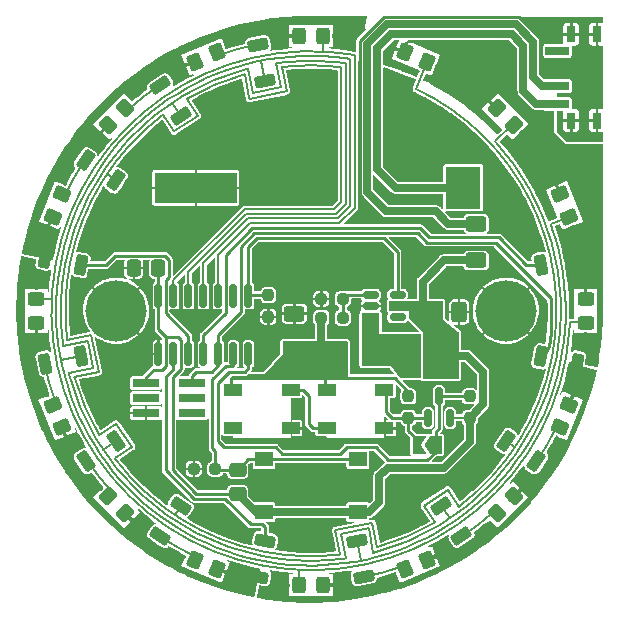
<source format=gbr>
%TF.GenerationSoftware,KiCad,Pcbnew,(6.0.8-1)-1*%
%TF.CreationDate,2022-11-20T23:53:50+01:00*%
%TF.ProjectId,badge,62616467-652e-46b6-9963-61645f706362,rev?*%
%TF.SameCoordinates,Original*%
%TF.FileFunction,Copper,L2,Bot*%
%TF.FilePolarity,Positive*%
%FSLAX46Y46*%
G04 Gerber Fmt 4.6, Leading zero omitted, Abs format (unit mm)*
G04 Created by KiCad (PCBNEW (6.0.8-1)-1) date 2022-11-20 23:53:50*
%MOMM*%
%LPD*%
G01*
G04 APERTURE LIST*
G04 Aperture macros list*
%AMRoundRect*
0 Rectangle with rounded corners*
0 $1 Rounding radius*
0 $2 $3 $4 $5 $6 $7 $8 $9 X,Y pos of 4 corners*
0 Add a 4 corners polygon primitive as box body*
4,1,4,$2,$3,$4,$5,$6,$7,$8,$9,$2,$3,0*
0 Add four circle primitives for the rounded corners*
1,1,$1+$1,$2,$3*
1,1,$1+$1,$4,$5*
1,1,$1+$1,$6,$7*
1,1,$1+$1,$8,$9*
0 Add four rect primitives between the rounded corners*
20,1,$1+$1,$2,$3,$4,$5,0*
20,1,$1+$1,$4,$5,$6,$7,0*
20,1,$1+$1,$6,$7,$8,$9,0*
20,1,$1+$1,$8,$9,$2,$3,0*%
%AMFreePoly0*
4,1,6,1.000000,0.000000,0.500000,-0.750000,-0.500000,-0.750000,-0.500000,0.750000,0.500000,0.750000,1.000000,0.000000,1.000000,0.000000,$1*%
%AMFreePoly1*
4,1,6,0.500000,-0.750000,-0.650000,-0.750000,-0.150000,0.000000,-0.650000,0.750000,0.500000,0.750000,0.500000,-0.750000,0.500000,-0.750000,$1*%
G04 Aperture macros list end*
%TA.AperFunction,SMDPad,CuDef*%
%ADD10RoundRect,0.222222X0.697090X0.131700X0.388440X0.593628X-0.697090X-0.131700X-0.388440X-0.593628X0*%
%TD*%
%TA.AperFunction,SMDPad,CuDef*%
%ADD11RoundRect,0.250000X-0.625000X0.400000X-0.625000X-0.400000X0.625000X-0.400000X0.625000X0.400000X0*%
%TD*%
%TA.AperFunction,SMDPad,CuDef*%
%ADD12R,2.300000X0.740000*%
%TD*%
%TA.AperFunction,SMDPad,CuDef*%
%ADD13RoundRect,0.250000X-0.548008X-0.088388X-0.088388X-0.548008X0.548008X0.088388X0.088388X0.548008X0*%
%TD*%
%TA.AperFunction,SMDPad,CuDef*%
%ADD14C,5.200000*%
%TD*%
%TA.AperFunction,SMDPad,CuDef*%
%ADD15R,2.000000X0.800000*%
%TD*%
%TA.AperFunction,SMDPad,CuDef*%
%ADD16R,0.800000X1.400000*%
%TD*%
%TA.AperFunction,SMDPad,CuDef*%
%ADD17R,2.500000X1.800000*%
%TD*%
%TA.AperFunction,SMDPad,CuDef*%
%ADD18RoundRect,0.150000X0.150000X-0.587500X0.150000X0.587500X-0.150000X0.587500X-0.150000X-0.587500X0*%
%TD*%
%TA.AperFunction,SMDPad,CuDef*%
%ADD19RoundRect,0.250000X0.450000X-0.325000X0.450000X0.325000X-0.450000X0.325000X-0.450000X-0.325000X0*%
%TD*%
%TA.AperFunction,SMDPad,CuDef*%
%ADD20RoundRect,0.250000X-0.450000X0.325000X-0.450000X-0.325000X0.450000X-0.325000X0.450000X0.325000X0*%
%TD*%
%TA.AperFunction,SMDPad,CuDef*%
%ADD21RoundRect,0.222222X-0.586043X0.399791X-0.694427X-0.145090X0.586043X-0.399791X0.694427X0.145090X0*%
%TD*%
%TA.AperFunction,SMDPad,CuDef*%
%ADD22R,1.550000X1.300000*%
%TD*%
%TA.AperFunction,SMDPad,CuDef*%
%ADD23RoundRect,0.250000X0.337500X0.475000X-0.337500X0.475000X-0.337500X-0.475000X0.337500X-0.475000X0*%
%TD*%
%TA.AperFunction,SMDPad,CuDef*%
%ADD24RoundRect,0.150000X-0.150000X0.825000X-0.150000X-0.825000X0.150000X-0.825000X0.150000X0.825000X0*%
%TD*%
%TA.AperFunction,SMDPad,CuDef*%
%ADD25RoundRect,0.250000X0.540118X-0.128053X0.291374X0.472468X-0.540118X0.128053X-0.291374X-0.472468X0*%
%TD*%
%TA.AperFunction,SMDPad,CuDef*%
%ADD26RoundRect,0.237500X-0.237500X0.250000X-0.237500X-0.250000X0.237500X-0.250000X0.237500X0.250000X0*%
%TD*%
%TA.AperFunction,SMDPad,CuDef*%
%ADD27RoundRect,0.222222X-0.697090X-0.131700X-0.388440X-0.593628X0.697090X0.131700X0.388440X0.593628X0*%
%TD*%
%TA.AperFunction,SMDPad,CuDef*%
%ADD28RoundRect,0.250000X0.291374X-0.472468X0.540118X0.128053X-0.291374X0.472468X-0.540118X-0.128053X0*%
%TD*%
%TA.AperFunction,SMDPad,CuDef*%
%ADD29RoundRect,0.222222X0.593628X0.388440X0.131700X0.697090X-0.593628X-0.388440X-0.131700X-0.697090X0*%
%TD*%
%TA.AperFunction,SMDPad,CuDef*%
%ADD30RoundRect,0.250000X-0.540118X0.128053X-0.291374X-0.472468X0.540118X-0.128053X0.291374X0.472468X0*%
%TD*%
%TA.AperFunction,SMDPad,CuDef*%
%ADD31RoundRect,0.222222X0.388440X-0.593628X0.697090X-0.131700X-0.388440X0.593628X-0.697090X0.131700X0*%
%TD*%
%TA.AperFunction,SMDPad,CuDef*%
%ADD32RoundRect,0.250000X-0.400000X-0.625000X0.400000X-0.625000X0.400000X0.625000X-0.400000X0.625000X0*%
%TD*%
%TA.AperFunction,SMDPad,CuDef*%
%ADD33RoundRect,0.222222X-0.145090X-0.694427X0.399791X-0.586043X0.145090X0.694427X-0.399791X0.586043X0*%
%TD*%
%TA.AperFunction,SMDPad,CuDef*%
%ADD34RoundRect,0.250000X-0.291374X0.472468X-0.540118X-0.128053X0.291374X-0.472468X0.540118X0.128053X0*%
%TD*%
%TA.AperFunction,SMDPad,CuDef*%
%ADD35RoundRect,0.222222X0.694427X-0.145090X0.586043X0.399791X-0.694427X0.145090X-0.586043X-0.399791X0*%
%TD*%
%TA.AperFunction,SMDPad,CuDef*%
%ADD36RoundRect,0.237500X0.250000X0.237500X-0.250000X0.237500X-0.250000X-0.237500X0.250000X-0.237500X0*%
%TD*%
%TA.AperFunction,SMDPad,CuDef*%
%ADD37RoundRect,0.250000X-0.472468X-0.291374X0.128053X-0.540118X0.472468X0.291374X-0.128053X0.540118X0*%
%TD*%
%TA.AperFunction,SMDPad,CuDef*%
%ADD38RoundRect,0.250000X0.088388X-0.548008X0.548008X-0.088388X-0.088388X0.548008X-0.548008X0.088388X0*%
%TD*%
%TA.AperFunction,SMDPad,CuDef*%
%ADD39FreePoly0,180.000000*%
%TD*%
%TA.AperFunction,SMDPad,CuDef*%
%ADD40FreePoly1,180.000000*%
%TD*%
%TA.AperFunction,SMDPad,CuDef*%
%ADD41RoundRect,0.250000X0.548008X0.088388X0.088388X0.548008X-0.548008X-0.088388X-0.088388X-0.548008X0*%
%TD*%
%TA.AperFunction,SMDPad,CuDef*%
%ADD42R,1.500000X3.600000*%
%TD*%
%TA.AperFunction,SMDPad,CuDef*%
%ADD43RoundRect,0.250000X0.128053X0.540118X-0.472468X0.291374X-0.128053X-0.540118X0.472468X-0.291374X0*%
%TD*%
%TA.AperFunction,SMDPad,CuDef*%
%ADD44RoundRect,0.250000X0.472468X0.291374X-0.128053X0.540118X-0.472468X-0.291374X0.128053X-0.540118X0*%
%TD*%
%TA.AperFunction,SMDPad,CuDef*%
%ADD45RoundRect,0.222222X0.131700X-0.697090X0.593628X-0.388440X-0.131700X0.697090X-0.593628X0.388440X0*%
%TD*%
%TA.AperFunction,SMDPad,CuDef*%
%ADD46RoundRect,0.250000X0.475000X-0.337500X0.475000X0.337500X-0.475000X0.337500X-0.475000X-0.337500X0*%
%TD*%
%TA.AperFunction,SMDPad,CuDef*%
%ADD47RoundRect,0.222222X0.399791X0.586043X-0.145090X0.694427X-0.399791X-0.586043X0.145090X-0.694427X0*%
%TD*%
%TA.AperFunction,SMDPad,CuDef*%
%ADD48R,3.000000X3.600000*%
%TD*%
%TA.AperFunction,SMDPad,CuDef*%
%ADD49R,7.000000X2.600000*%
%TD*%
%TA.AperFunction,SMDPad,CuDef*%
%ADD50R,1.500000X1.000000*%
%TD*%
%TA.AperFunction,SMDPad,CuDef*%
%ADD51RoundRect,0.222222X-0.593628X-0.388440X-0.131700X-0.697090X0.593628X0.388440X0.131700X0.697090X0*%
%TD*%
%TA.AperFunction,SMDPad,CuDef*%
%ADD52RoundRect,0.150000X-0.512500X-0.150000X0.512500X-0.150000X0.512500X0.150000X-0.512500X0.150000X0*%
%TD*%
%TA.AperFunction,SMDPad,CuDef*%
%ADD53RoundRect,0.222222X-0.694427X0.145090X-0.586043X-0.399791X0.694427X-0.145090X0.586043X0.399791X0*%
%TD*%
%TA.AperFunction,SMDPad,CuDef*%
%ADD54RoundRect,0.250000X-0.325000X-0.450000X0.325000X-0.450000X0.325000X0.450000X-0.325000X0.450000X0*%
%TD*%
%TA.AperFunction,SMDPad,CuDef*%
%ADD55RoundRect,0.250000X0.325000X0.450000X-0.325000X0.450000X-0.325000X-0.450000X0.325000X-0.450000X0*%
%TD*%
%TA.AperFunction,SMDPad,CuDef*%
%ADD56RoundRect,0.222222X-0.399791X-0.586043X0.145090X-0.694427X0.399791X0.586043X-0.145090X0.694427X0*%
%TD*%
%TA.AperFunction,SMDPad,CuDef*%
%ADD57RoundRect,0.237500X-0.250000X-0.237500X0.250000X-0.237500X0.250000X0.237500X-0.250000X0.237500X0*%
%TD*%
%TA.AperFunction,SMDPad,CuDef*%
%ADD58RoundRect,0.250000X0.625000X-0.400000X0.625000X0.400000X-0.625000X0.400000X-0.625000X-0.400000X0*%
%TD*%
%TA.AperFunction,SMDPad,CuDef*%
%ADD59RoundRect,0.250000X-0.128053X-0.540118X0.472468X-0.291374X0.128053X0.540118X-0.472468X0.291374X0*%
%TD*%
%TA.AperFunction,SMDPad,CuDef*%
%ADD60RoundRect,0.250000X-0.088388X0.548008X-0.548008X0.088388X0.088388X-0.548008X0.548008X-0.088388X0*%
%TD*%
%TA.AperFunction,ViaPad*%
%ADD61C,0.600000*%
%TD*%
%TA.AperFunction,Conductor*%
%ADD62C,0.635000*%
%TD*%
%TA.AperFunction,Conductor*%
%ADD63C,0.250000*%
%TD*%
%TA.AperFunction,Conductor*%
%ADD64C,0.200000*%
%TD*%
G04 APERTURE END LIST*
D10*
%TO.P,JP3,1*%
%TO.N,Net-(D3-Pad1)*%
X12750357Y-19082201D03*
%TO.P,JP3,2*%
%TO.N,/COL2*%
X11028089Y-16504645D03*
%TD*%
D11*
%TO.P,JP17,1*%
%TO.N,Net-(JP17-Pad1)*%
X14000000Y7350000D03*
%TO.P,JP17,2*%
%TO.N,VCC*%
X14000000Y4250000D03*
%TD*%
D12*
%TO.P,J1,1,Pin_1*%
%TO.N,/UDPI{slash}ROW0*%
X-10050000Y-6130000D03*
%TO.P,J1,2,Pin_2*%
%TO.N,VCC*%
X-13950000Y-6130000D03*
%TO.P,J1,3,Pin_3*%
%TO.N,unconnected-(J1-Pad3)*%
X-10050000Y-7400000D03*
%TO.P,J1,4,Pin_4*%
%TO.N,unconnected-(J1-Pad4)*%
X-13950000Y-7400000D03*
%TO.P,J1,5,Pin_5*%
%TO.N,unconnected-(J1-Pad5)*%
X-10050000Y-8670000D03*
%TO.P,J1,6,Pin_6*%
%TO.N,GND*%
X-13950000Y-8670000D03*
%TD*%
D13*
%TO.P,D15,1,K*%
%TO.N,Net-(D15-Pad1)*%
X-17165017Y-15715449D03*
%TO.P,D15,2,A*%
%TO.N,/R3*%
X-15715449Y-17165017D03*
%TD*%
D14*
%TO.P,H2,1,1*%
%TO.N,GND*%
X-16500000Y0D03*
%TD*%
D15*
%TO.P,SW1,1,A*%
%TO.N,unconnected-(SW1-Pad1)*%
X20875000Y22000000D03*
%TO.P,SW1,2,B*%
%TO.N,Net-(JP17-Pad1)*%
X20875000Y19000000D03*
%TO.P,SW1,3,C*%
%TO.N,Net-(BT1-Pad1)*%
X20875000Y17500000D03*
D16*
%TO.P,SW1,4,CHASSIS*%
%TO.N,GND*%
X22025000Y16100000D03*
X22025000Y23400000D03*
X24225000Y23400000D03*
X24225000Y16100000D03*
%TD*%
D17*
%TO.P,D17,1,K*%
%TO.N,+5V*%
X1600000Y-3600000D03*
%TO.P,D17,2,A*%
%TO.N,/SW_NODE*%
X5600000Y-3600000D03*
%TD*%
D18*
%TO.P,Q1,1,G*%
%TO.N,VCC*%
X11800000Y-9100000D03*
%TO.P,Q1,2,S*%
%TO.N,/NEO_1*%
X9900000Y-9100000D03*
%TO.P,Q1,3,D*%
%TO.N,/NEO_SIG*%
X10850000Y-7225000D03*
%TD*%
D19*
%TO.P,D5,1,K*%
%TO.N,/COL0*%
X23250000Y-1025000D03*
%TO.P,D5,2,A*%
%TO.N,/R1*%
X23250000Y1025000D03*
%TD*%
D20*
%TO.P,D13,1,K*%
%TO.N,/COL0*%
X-23250000Y1025000D03*
%TO.P,D13,2,A*%
%TO.N,/R3*%
X-23250000Y-1025000D03*
%TD*%
D21*
%TO.P,R4,1*%
%TO.N,/ROW3*%
X-3872510Y-19468583D03*
%TO.P,R4,2*%
%TO.N,/R3*%
X-4477290Y-22509017D03*
%TD*%
D22*
%TO.P,SW2,1,1*%
%TO.N,/USR_BUTTON*%
X3975000Y-12550000D03*
X-3975000Y-12550000D03*
%TO.P,SW2,2,2*%
%TO.N,VCC*%
X-3975000Y-17050000D03*
X3975000Y-17050000D03*
%TD*%
D23*
%TO.P,C1,1*%
%TO.N,VCC*%
X-12925000Y3600000D03*
%TO.P,C1,2*%
%TO.N,GND*%
X-15000000Y3600000D03*
%TD*%
D24*
%TO.P,U1,1,VDD*%
%TO.N,VCC*%
X-12910000Y1275000D03*
%TO.P,U1,2,PA4*%
%TO.N,/COL3*%
X-11640000Y1275000D03*
%TO.P,U1,3,PA5*%
%TO.N,/COL2*%
X-10370000Y1275000D03*
%TO.P,U1,4,PA6*%
%TO.N,/COL1*%
X-9100000Y1275000D03*
%TO.P,U1,5,PA7*%
%TO.N,/COL0*%
X-7830000Y1275000D03*
%TO.P,U1,6,TOSC1/PB3*%
%TO.N,unconnected-(U1-Pad6)*%
X-6560000Y1275000D03*
%TO.P,U1,7,TOSC2/PB2*%
%TO.N,/5V_EN*%
X-5290000Y1275000D03*
%TO.P,U1,8,PB1*%
%TO.N,/NEO_SIG*%
X-5290000Y-3675000D03*
%TO.P,U1,9,PB0*%
%TO.N,/USR_BUTTON*%
X-6560000Y-3675000D03*
%TO.P,U1,10,UDPI/~{RESET}/PA0*%
%TO.N,/UDPI{slash}ROW0*%
X-7830000Y-3675000D03*
%TO.P,U1,11,PA1*%
%TO.N,/ROW1*%
X-9100000Y-3675000D03*
%TO.P,U1,12,PA2*%
%TO.N,/ROW2*%
X-10370000Y-3675000D03*
%TO.P,U1,13,EXTCLK/PA3*%
%TO.N,/ROW3*%
X-11640000Y-3675000D03*
%TO.P,U1,14,GND*%
%TO.N,GND*%
X-12910000Y-3675000D03*
%TD*%
D25*
%TO.P,D6,1,K*%
%TO.N,/COL1*%
X21872450Y7950413D03*
%TO.P,D6,2,A*%
%TO.N,/R1*%
X21087948Y9844367D03*
%TD*%
D26*
%TO.P,R9,1*%
%TO.N,/5V_EN*%
X-3600000Y1312500D03*
%TO.P,R9,2*%
%TO.N,GND*%
X-3600000Y-512500D03*
%TD*%
D27*
%TO.P,JP11,1*%
%TO.N,Net-(D11-Pad1)*%
X-12750357Y19082201D03*
%TO.P,JP11,2*%
%TO.N,/COL2*%
X-11028089Y16504645D03*
%TD*%
D28*
%TO.P,D4,1,K*%
%TO.N,Net-(D4-Pad1)*%
X21087948Y-9844367D03*
%TO.P,D4,2,A*%
%TO.N,/R0*%
X21872450Y-7950413D03*
%TD*%
D29*
%TO.P,JP4,1*%
%TO.N,Net-(D4-Pad1)*%
X19082236Y-12750305D03*
%TO.P,JP4,2*%
%TO.N,/COL3*%
X16504680Y-11028037D03*
%TD*%
D14*
%TO.P,H1,1,1*%
%TO.N,GND*%
X16500000Y0D03*
%TD*%
D30*
%TO.P,D14,1,K*%
%TO.N,Net-(D14-Pad1)*%
X-21872450Y-7950413D03*
%TO.P,D14,2,A*%
%TO.N,/R3*%
X-21087948Y-9844367D03*
%TD*%
D31*
%TO.P,JP16,1*%
%TO.N,Net-(D16-Pad1)*%
X-12750305Y-19082236D03*
%TO.P,JP16,2*%
%TO.N,/COL3*%
X-11028037Y-16504680D03*
%TD*%
D32*
%TO.P,C2,1*%
%TO.N,VCC*%
X9450000Y-100000D03*
%TO.P,C2,2*%
%TO.N,GND*%
X12550000Y-100000D03*
%TD*%
D33*
%TO.P,R2,1*%
%TO.N,/ROW1*%
X19468571Y3872571D03*
%TO.P,R2,2*%
%TO.N,/R1*%
X22509005Y4477351D03*
%TD*%
%TO.P,JP14,1*%
%TO.N,Net-(D14-Pad1)*%
X-22509005Y-4477351D03*
%TO.P,JP14,2*%
%TO.N,/COL1*%
X-19468571Y-3872571D03*
%TD*%
D34*
%TO.P,D12,1,K*%
%TO.N,Net-(D12-Pad1)*%
X-21087948Y9844367D03*
%TO.P,D12,2,A*%
%TO.N,/R2*%
X-21872450Y7950413D03*
%TD*%
D35*
%TO.P,JP2,1*%
%TO.N,Net-(D2-Pad1)*%
X4477351Y-22509005D03*
%TO.P,JP2,2*%
%TO.N,/COL1*%
X3872571Y-19468571D03*
%TD*%
D36*
%TO.P,R6,1*%
%TO.N,/FB*%
X2712500Y1000000D03*
%TO.P,R6,2*%
%TO.N,GND*%
X887500Y1000000D03*
%TD*%
D37*
%TO.P,D16,1,K*%
%TO.N,Net-(D16-Pad1)*%
X-9844367Y-21087948D03*
%TO.P,D16,2,A*%
%TO.N,/R3*%
X-7950413Y-21872450D03*
%TD*%
D38*
%TO.P,D3,1,K*%
%TO.N,Net-(D3-Pad1)*%
X15715449Y-17165017D03*
%TO.P,D3,2,A*%
%TO.N,/R0*%
X17165017Y-15715449D03*
%TD*%
D39*
%TO.P,JP18,1,A*%
%TO.N,/NEO_SIG*%
X10575000Y-11362500D03*
D40*
%TO.P,JP18,2,B*%
%TO.N,/NEO_1*%
X9125000Y-11362500D03*
%TD*%
D41*
%TO.P,D7,1,K*%
%TO.N,/COL2*%
X17165017Y15715449D03*
%TO.P,D7,2,A*%
%TO.N,/R1*%
X15715449Y17165017D03*
%TD*%
D42*
%TO.P,L1,1,1*%
%TO.N,VCC*%
X11525000Y-3800000D03*
%TO.P,L1,2,2*%
%TO.N,/SW_NODE*%
X8475000Y-3800000D03*
%TD*%
D43*
%TO.P,D10,1,K*%
%TO.N,Net-(D10-Pad1)*%
X-7950413Y21872450D03*
%TO.P,D10,2,A*%
%TO.N,/R2*%
X-9844367Y21087948D03*
%TD*%
D44*
%TO.P,D8,1,K*%
%TO.N,/COL3*%
X9844367Y21087948D03*
%TO.P,D8,2,A*%
%TO.N,/R1*%
X7950413Y21872450D03*
%TD*%
D45*
%TO.P,JP15,1*%
%TO.N,Net-(D15-Pad1)*%
X-19082201Y-12750357D03*
%TO.P,JP15,2*%
%TO.N,/COL2*%
X-16504645Y-11028089D03*
%TD*%
D46*
%TO.P,C5,1*%
%TO.N,VCC*%
X-6200000Y-15537500D03*
%TO.P,C5,2*%
%TO.N,/USR_BUTTON*%
X-6200000Y-13462500D03*
%TD*%
D47*
%TO.P,R3,1*%
%TO.N,/ROW2*%
X-19468583Y3872510D03*
%TO.P,R3,2*%
%TO.N,/R2*%
X-22509017Y4477290D03*
%TD*%
D48*
%TO.P,BT1,1,+*%
%TO.N,Net-(BT1-Pad1)*%
X12900000Y10400000D03*
D49*
%TO.P,BT1,2,-*%
%TO.N,GND*%
X-9750000Y10400000D03*
%TD*%
D50*
%TO.P,D18,1,VDD*%
%TO.N,+5V*%
X1330000Y-6730000D03*
%TO.P,D18,2,DOUT*%
%TO.N,/NEO_2*%
X1330000Y-9930000D03*
%TO.P,D18,3,VSS*%
%TO.N,GND*%
X6230000Y-9930000D03*
%TO.P,D18,4,DIN*%
%TO.N,/NEO_1*%
X6230000Y-6730000D03*
%TD*%
D51*
%TO.P,JP12,1*%
%TO.N,Net-(D12-Pad1)*%
X-19082236Y12750305D03*
%TO.P,JP12,2*%
%TO.N,/COL3*%
X-16504680Y11028037D03*
%TD*%
D52*
%TO.P,U2,1,SW*%
%TO.N,/SW_NODE*%
X5062500Y-550000D03*
%TO.P,U2,2,GND*%
%TO.N,GND*%
X5062500Y400000D03*
%TO.P,U2,3,FB*%
%TO.N,/FB*%
X5062500Y1350000D03*
%TO.P,U2,4,EN*%
%TO.N,/5V_EN*%
X7337500Y1350000D03*
%TO.P,U2,5,IN*%
%TO.N,VCC*%
X7337500Y400000D03*
%TO.P,U2,6,NC*%
%TO.N,unconnected-(U2-Pad6)*%
X7337500Y-550000D03*
%TD*%
D53*
%TO.P,JP10,1*%
%TO.N,Net-(D10-Pad1)*%
X-4477351Y22509005D03*
%TO.P,JP10,2*%
%TO.N,/COL1*%
X-3872571Y19468571D03*
%TD*%
D54*
%TO.P,D1,1,K*%
%TO.N,/COL0*%
X-1025000Y-23250000D03*
%TO.P,D1,2,A*%
%TO.N,/R0*%
X1025000Y-23250000D03*
%TD*%
D55*
%TO.P,D9,1,K*%
%TO.N,/COL0*%
X1025000Y23250000D03*
%TO.P,D9,2,A*%
%TO.N,/R2*%
X-1025000Y23250000D03*
%TD*%
D56*
%TO.P,R1,1*%
%TO.N,/UDPI{slash}ROW0*%
X19468583Y-3872510D03*
%TO.P,R1,2*%
%TO.N,/R0*%
X22509017Y-4477290D03*
%TD*%
D36*
%TO.P,R10,1*%
%TO.N,/USR_BUTTON*%
X-8087500Y-13400000D03*
%TO.P,R10,2*%
%TO.N,GND*%
X-9912500Y-13400000D03*
%TD*%
D26*
%TO.P,R7,1*%
%TO.N,/NEO_SIG*%
X13450000Y-7250000D03*
%TO.P,R7,2*%
%TO.N,VCC*%
X13450000Y-9075000D03*
%TD*%
D50*
%TO.P,D19,1,VDD*%
%TO.N,+5V*%
X-6595000Y-6730000D03*
%TO.P,D19,2,DOUT*%
%TO.N,unconnected-(D19-Pad2)*%
X-6595000Y-9930000D03*
%TO.P,D19,3,VSS*%
%TO.N,GND*%
X-1695000Y-9930000D03*
%TO.P,D19,4,DIN*%
%TO.N,/NEO_2*%
X-1695000Y-6730000D03*
%TD*%
D57*
%TO.P,R5,1*%
%TO.N,+5V*%
X887500Y-600000D03*
%TO.P,R5,2*%
%TO.N,/FB*%
X2712500Y-600000D03*
%TD*%
D58*
%TO.P,C3,1*%
%TO.N,+5V*%
X-1400000Y-3350000D03*
%TO.P,C3,2*%
%TO.N,GND*%
X-1400000Y-250000D03*
%TD*%
D26*
%TO.P,R8,1*%
%TO.N,+5V*%
X8250000Y-7250000D03*
%TO.P,R8,2*%
%TO.N,/NEO_1*%
X8250000Y-9075000D03*
%TD*%
D59*
%TO.P,D2,1,K*%
%TO.N,Net-(D2-Pad1)*%
X7950413Y-21872450D03*
%TO.P,D2,2,A*%
%TO.N,/R0*%
X9844367Y-21087948D03*
%TD*%
D60*
%TO.P,D11,1,K*%
%TO.N,Net-(D11-Pad1)*%
X-15715449Y17165017D03*
%TO.P,D11,2,A*%
%TO.N,/R2*%
X-17165017Y15715449D03*
%TD*%
D61*
%TO.N,GND*%
X-7600000Y-18400000D03*
X16200000Y7400000D03*
X8600000Y5600000D03*
X12000000Y-11000000D03*
X-9134518Y-1265482D03*
X-16000000Y-8600000D03*
X-100000Y-11400000D03*
X-1400000Y1600000D03*
X5600000Y5200000D03*
X-8250000Y9600000D03*
X20Y-20198624D03*
X-3600000Y-2000000D03*
X3800000Y400000D03*
X9800000Y7600000D03*
X-9400000Y-12200000D03*
X1850000Y9350000D03*
X7700000Y-11400000D03*
X12600000Y1800000D03*
X7800000Y-18200000D03*
%TD*%
D62*
%TO.N,VCC*%
X-3975000Y-17050000D02*
X-4687500Y-17050000D01*
D63*
X-11000000Y-4930000D02*
X-11700000Y-5630000D01*
D62*
X5800000Y-16200000D02*
X5800000Y-13990000D01*
D63*
X-12910000Y-1590000D02*
X-12910000Y1275000D01*
D62*
X13450000Y-11090000D02*
X11245000Y-13295000D01*
D63*
X-11700000Y-13500000D02*
X-9700000Y-15500000D01*
X-13292746Y-4992746D02*
X-12595137Y-4992746D01*
D64*
X11825000Y-9075000D02*
X11800000Y-9100000D01*
D62*
X-4687500Y-17050000D02*
X-6200000Y-15537500D01*
X14600000Y-5200000D02*
X13200000Y-3800000D01*
D63*
X-12595137Y-4992746D02*
X-12257254Y-4654863D01*
D62*
X9450000Y2450000D02*
X9450000Y-100000D01*
X13200000Y-3800000D02*
X11525000Y-3800000D01*
X5800000Y-13990000D02*
X6495000Y-13295000D01*
D63*
X-11000000Y-2500000D02*
X-11000000Y-4930000D01*
X-9700000Y-15500000D02*
X-6237500Y-15500000D01*
X-12257254Y-4654863D02*
X-12257254Y-2242746D01*
X-12257254Y-2242746D02*
X-11257254Y-2242746D01*
D62*
X14600000Y-7925000D02*
X14600000Y-5200000D01*
X3975000Y-17050000D02*
X4950000Y-17050000D01*
D63*
X-6237500Y-15500000D02*
X-6200000Y-15537500D01*
X-12910000Y3585000D02*
X-12925000Y3600000D01*
D62*
X14000000Y4250000D02*
X11250000Y4250000D01*
D63*
X-13950000Y-6130000D02*
X-13950000Y-5650000D01*
D62*
X13450000Y-9075000D02*
X13450000Y-11090000D01*
D64*
X13450000Y-9075000D02*
X11825000Y-9075000D01*
D63*
X-12257254Y-2242746D02*
X-12910000Y-1590000D01*
X-11700000Y-5630000D02*
X-11700000Y-13500000D01*
X-12910000Y1275000D02*
X-12910000Y3585000D01*
X-13950000Y-5650000D02*
X-13292746Y-4992746D01*
D62*
X11245000Y-13295000D02*
X6495000Y-13295000D01*
X3975000Y-17050000D02*
X-3975000Y-17050000D01*
X4950000Y-17050000D02*
X5800000Y-16200000D01*
D63*
X-11257254Y-2242746D02*
X-11000000Y-2500000D01*
D62*
X13450000Y-9075000D02*
X14600000Y-7925000D01*
X11250000Y4250000D02*
X9450000Y2450000D01*
D63*
%TO.N,GND*%
X4132999Y22821087D02*
X6188414Y24876502D01*
X4132999Y21592999D02*
X4132999Y22821087D01*
X-100000Y-10322254D02*
X-100000Y-11400000D01*
X7700000Y-11400000D02*
X7700000Y-10100000D01*
X17598150Y24876502D02*
X19074652Y23400000D01*
X-492254Y-9930000D02*
X-100000Y-10322254D01*
X19074652Y23400000D02*
X22025000Y23400000D01*
X-1695000Y-9930000D02*
X-492254Y-9930000D01*
X4132999Y20997914D02*
X4132999Y21592999D01*
X7700000Y-10100000D02*
X7555000Y-9955000D01*
X4132999Y9772511D02*
X4132999Y21592999D01*
X10000000Y7600000D02*
X6305510Y7600000D01*
X7555000Y-9955000D02*
X6205000Y-9955000D01*
X6305510Y7600000D02*
X4132999Y9772511D01*
X6188414Y24876502D02*
X17598150Y24876502D01*
%TO.N,+5V*%
X-6800000Y-5705000D02*
X1195000Y-5705000D01*
D62*
X887500Y-600000D02*
X887500Y-2887500D01*
D63*
X-6800000Y-6525000D02*
X-6800000Y-5705000D01*
X8250000Y-7250000D02*
X8250000Y-6870000D01*
D62*
X887500Y-2887500D02*
X1600000Y-3600000D01*
D63*
X1200000Y-5710000D02*
X1200000Y-6650000D01*
X7085000Y-5705000D02*
X1195000Y-5705000D01*
X8250000Y-6870000D02*
X7085000Y-5705000D01*
X1195000Y-5705000D02*
X1200000Y-5710000D01*
X1200000Y-6650000D02*
X1305000Y-6755000D01*
X-6595000Y-6730000D02*
X-6800000Y-6525000D01*
D64*
%TO.N,/COL1*%
X-13478188Y-16848895D02*
X-14181131Y-16261683D01*
X17405743Y-12750957D02*
X16848894Y-13478188D01*
X-1737436Y21506501D02*
X-816851Y21561100D01*
X-6259385Y20648689D02*
X-5371325Y20897300D01*
X1947121Y21488531D02*
X2863573Y21385701D01*
X1927745Y-21490244D02*
X1013936Y-21552697D01*
X-14181131Y-16261683D02*
X-14858519Y-15645166D01*
X-19221790Y-9801510D02*
X-19620458Y-8976883D01*
X-15509131Y-15000456D02*
X-16131794Y-14328714D01*
X-13550918Y16790500D02*
X-12821063Y17354210D01*
X1027112Y21552107D02*
X1947121Y21488531D01*
X-21414037Y2643072D02*
X-21282567Y3549528D01*
X18884363Y-10436840D02*
X18424396Y-11228911D01*
X-11292465Y18385552D02*
X-10496514Y18851299D01*
X-3872571Y19468571D02*
X-3872571Y19455275D01*
X-21249341Y-3743300D02*
X-21389065Y-2838080D01*
X14328714Y-16131794D02*
X13631150Y-16725386D01*
X21463088Y2201971D02*
X21539695Y1246733D01*
X20736555Y5960909D02*
X20980571Y5034192D01*
X-5291912Y7805000D02*
X-9100000Y3996912D01*
X3327999Y21308698D02*
X3327999Y8879543D01*
X-17366832Y12803962D02*
X-16803840Y13534372D01*
X-12000747Y-17931227D02*
X-12750957Y-17405744D01*
X-8797735Y-19701438D02*
X-9625961Y-19310300D01*
X21539695Y1246733D02*
X21573867Y289037D01*
X6412026Y-20601765D02*
X5531885Y-20855336D01*
X-3567408Y21279612D02*
X-2654847Y21412614D01*
X19701438Y-8797735D02*
X19310300Y-9625961D01*
X-20601765Y-6412026D02*
X-20855336Y-5531885D01*
X-10436840Y-18884364D02*
X-11228911Y-18424396D01*
X-5371325Y20897300D02*
X-4473453Y21107735D01*
X-17898097Y12050162D02*
X-17366832Y12803962D01*
X-16803840Y13534372D02*
X-16210152Y14240058D01*
X12163632Y-17821135D02*
X11396322Y-18321317D01*
X-15586851Y14919730D02*
X-14935077Y15572147D01*
X10608474Y-18788482D02*
X9801510Y-19221790D01*
X16261682Y-14181131D02*
X15645166Y-14858519D01*
X-21561041Y817513D02*
X-21506917Y1731853D01*
X1013936Y-21552697D02*
X98300Y-21576310D01*
X2253456Y7805000D02*
X-5291912Y7805000D01*
X20291565Y7327508D02*
X20451683Y6875893D01*
X8976883Y-19620458D02*
X8136078Y-19983769D01*
X-19468571Y-3872571D02*
X-21144138Y-4205862D01*
X-20369378Y7115949D02*
X-20046699Y7979857D01*
X-21112132Y4452658D02*
X-20902581Y5350738D01*
X21565534Y-669231D02*
X21514715Y-1626188D01*
X18424396Y-11228911D02*
X17931226Y-12000747D01*
X-18396667Y11274348D02*
X-17898097Y12050162D01*
X21200000Y-4000000D02*
X21112744Y-4449587D01*
X-7999601Y20038829D02*
X-7136011Y20362358D01*
X-18861630Y10477939D02*
X-18396667Y11274348D01*
X-12821063Y17354210D02*
X-12067787Y17886218D01*
X-18321317Y-11396322D02*
X-18788483Y-10608475D01*
X5531885Y-20855336D02*
X4641775Y-21071325D01*
X-21490244Y-1927745D02*
X-21552697Y-1013936D01*
X15645166Y-14858519D02*
X15000456Y-15509131D01*
X-9100000Y3996912D02*
X-9100000Y1275000D01*
X-20855336Y-5531885D02*
X-21071325Y-4641775D01*
X-21282567Y3549528D02*
X-21200000Y4000000D01*
X-2643072Y-21414037D02*
X-3549528Y-21282567D01*
X13631150Y-16725386D02*
X12909022Y-17288838D01*
X3319555Y21317142D02*
X3327999Y21308698D01*
X-2654847Y21412614D02*
X-1737436Y21506501D01*
X-19983769Y-8136079D02*
X-20311068Y-7280612D01*
X-20654845Y6239042D02*
X-20369378Y7115949D01*
X-18788483Y-10608475D02*
X-19221790Y-9801510D01*
X15000456Y-15509131D02*
X14328714Y-16131794D01*
X-8848577Y19678693D02*
X-7999601Y20038829D01*
X21286098Y-3528639D02*
X21200000Y-4000000D01*
X19310300Y-9625961D02*
X18884363Y-10436840D01*
X-17288839Y-12909023D02*
X-17821135Y-12163632D01*
X-816851Y21561100D02*
X105227Y21576311D01*
X-20046699Y7979857D02*
X-19687400Y8829188D01*
X20451683Y6875893D02*
X20736555Y5960909D01*
X-21552697Y-1013936D02*
X-21576310Y-98300D01*
X-16210152Y14240058D02*
X-15586851Y14919730D01*
X16848894Y-13478188D02*
X16261682Y-14181131D01*
X9801510Y-19221790D02*
X8976883Y-19620458D01*
X-21576310Y-98300D02*
X-21561041Y817513D01*
X20376563Y-7095242D02*
X20057073Y-7953655D01*
X-19292136Y9662389D02*
X-18861630Y10477939D01*
X2863573Y21385701D02*
X3319555Y21317142D01*
X-9625961Y-19310300D02*
X-10436840Y-18884364D01*
X21872450Y7950413D02*
X20291564Y7327550D01*
X7280612Y-20311068D02*
X6412026Y-20601765D01*
X-9681388Y19282609D02*
X-8848577Y19678693D01*
X20980571Y5034192D02*
X21183250Y4097565D01*
X-6224044Y-20659334D02*
X-7095243Y-20376564D01*
X21344195Y3152872D02*
X21463088Y2201971D01*
X-14935077Y15572147D02*
X-14256019Y16196117D01*
X-3872571Y19455275D02*
X-3871826Y19454530D01*
X-7953655Y-20057073D02*
X-8797735Y-19701438D01*
X-12067787Y17886218D02*
X-11292465Y18385552D01*
X-10496514Y18851299D02*
X-9681388Y19282609D01*
X-11228911Y-18424396D02*
X-12000747Y-17931227D01*
X4641775Y-21071325D02*
X3743300Y-21249341D01*
X21514715Y-1626188D02*
X21421509Y-2579949D01*
X8136078Y-19983769D02*
X7280612Y-20311068D01*
X20904875Y-5341628D02*
X20659334Y-6224044D01*
X-21506917Y1731853D02*
X-21414037Y2643072D01*
X17931226Y-12000747D02*
X17405743Y-12750957D01*
X-19687400Y8829188D02*
X-19292136Y9662389D01*
X2838080Y-21389065D02*
X1927745Y-21490244D01*
X-7095243Y-20376564D02*
X-7953655Y-20057073D01*
X3743300Y-21249341D02*
X2838080Y-21389065D01*
X-12750957Y-17405744D02*
X-13478188Y-16848895D01*
X3872571Y-19468571D02*
X4204203Y-21135797D01*
X-1731853Y-21506917D02*
X-2643072Y-21414037D01*
X-17821135Y-12163632D02*
X-18321317Y-11396322D01*
X-21200000Y4000000D02*
X-21112132Y4452658D01*
X-3549528Y-21282567D02*
X-4000000Y-21200000D01*
X-14858519Y-15645166D02*
X-15509131Y-15000456D01*
X-817513Y-21561041D02*
X-1731853Y-21506917D01*
X-4000000Y-21200000D02*
X-4449587Y-21112744D01*
X-21389065Y-2838080D02*
X-21490244Y-1927745D01*
X-19620458Y-8976883D02*
X-19983769Y-8136079D01*
X-16725386Y-13631150D02*
X-17288839Y-12909023D01*
X21421509Y-2579949D02*
X21286098Y-3528639D01*
X-4449587Y-21112744D02*
X-5341628Y-20904875D01*
X21183250Y4097565D02*
X21344195Y3152872D01*
X-20902581Y5350738D02*
X-20654845Y6239042D01*
X-20311068Y-7280612D02*
X-20601765Y-6412026D01*
X20659334Y-6224044D02*
X20376563Y-7095242D01*
X105227Y21576311D02*
X1027112Y21552107D01*
X-21071325Y-4641775D02*
X-21249341Y-3743300D01*
X98300Y-21576310D02*
X-817513Y-21561041D01*
X21573867Y289037D02*
X21565534Y-669231D01*
X-4473453Y21107735D02*
X-3567408Y21279612D01*
X20057073Y-7953655D02*
X19701438Y-8797735D01*
X-4208175Y21145471D02*
X-3871826Y19454530D01*
X3327999Y8879543D02*
X2253456Y7805000D01*
X-16131794Y-14328714D02*
X-16725386Y-13631150D01*
X-7136011Y20362358D02*
X-6259385Y20648689D01*
X21112744Y-4449587D02*
X20904875Y-5341628D01*
X-5341628Y-20904875D02*
X-6224044Y-20659334D01*
X-14256019Y16196117D02*
X-13550918Y16790500D01*
X11396322Y-18321317D02*
X10608474Y-18788482D01*
X12909022Y-17288838D02*
X12163632Y-17821135D01*
D63*
%TO.N,/NEO_2*%
X-200000Y-9600000D02*
X155000Y-9955000D01*
X-645000Y-6755000D02*
X-200000Y-7200000D01*
X-645000Y-6755000D02*
X-1745000Y-6755000D01*
X-200000Y-9600000D02*
X-200000Y-7200000D01*
X1305000Y-9955000D02*
X155000Y-9955000D01*
%TO.N,/NEO_1*%
X6875000Y-9075000D02*
X8250000Y-9075000D01*
X6400000Y-8600000D02*
X6875000Y-9075000D01*
X8250000Y-10150000D02*
X8250000Y-9075000D01*
X9125000Y-11025000D02*
X8250000Y-10150000D01*
X9875000Y-9075000D02*
X9900000Y-9100000D01*
X6230000Y-6730000D02*
X6400000Y-6900000D01*
X8250000Y-9075000D02*
X9875000Y-9075000D01*
X6400000Y-6900000D02*
X6400000Y-8600000D01*
X9125000Y-11362500D02*
X9125000Y-11025000D01*
D64*
%TO.N,/COL0*%
X23250000Y-1000000D02*
X21975000Y-1000000D01*
X-23225000Y1025000D02*
X-21950000Y1025000D01*
X2415000Y7415000D02*
X-5130368Y7415000D01*
X-1025000Y-23250000D02*
X-1025000Y-21950000D01*
X1025000Y23250000D02*
X1025000Y21955000D01*
X-7830000Y4715368D02*
X-7830000Y1275000D01*
X-5130368Y7415000D02*
X-7830000Y4715368D01*
X3717999Y21647999D02*
X3717999Y8717999D01*
X3717999Y8717999D02*
X2415000Y7415000D01*
X-21600000Y4000000D02*
G75*
G03*
X-4000000Y-21600000I21600000J-4000000D01*
G01*
X-4000000Y-21600000D02*
G75*
G03*
X21600000Y-4000000I4000000J21600000D01*
G01*
X3713615Y21651075D02*
G75*
G03*
X-21600000Y4000000I-3713615J-21651075D01*
G01*
X21605427Y-4001005D02*
G75*
G03*
X21950000Y-1000000I-21558427J3995605D01*
G01*
%TO.N,/COL2*%
X-2535000Y18910000D02*
X-2945000Y20970000D01*
X11028089Y-16504645D02*
X11755984Y-17594016D01*
X2540000Y-18910000D02*
X4890000Y-18440000D01*
X-18910000Y-2540000D02*
X-20970000Y-2950000D01*
X-16504645Y-11028089D02*
X-17600011Y-11759989D01*
X17165017Y15715449D02*
X16990449Y15715449D01*
X-5453456Y8195000D02*
X-10370000Y3278456D01*
X2091912Y8195000D02*
X-5453456Y8195000D01*
X-2535000Y18900000D02*
X-4885000Y18440000D01*
X-11767627Y17611442D02*
X-11028089Y16504645D01*
X2937999Y20967999D02*
X2937999Y9041087D01*
X2937999Y9041087D02*
X2091912Y8195000D01*
X-18440000Y-4890000D02*
X-20500000Y-5300000D01*
X-10370000Y3278456D02*
X-10370000Y1275000D01*
X4890000Y-18440000D02*
X5300000Y-20500000D01*
X-4885000Y18440000D02*
X-5295000Y20500000D01*
X-18900000Y-2540000D02*
X-18440000Y-4890000D01*
X16990449Y15715449D02*
X15599999Y14324999D01*
X2540000Y-18910000D02*
X2950000Y-20970000D01*
X5301773Y-20506856D02*
G75*
G03*
X20799998Y-4000000I-5301774J20506857D01*
G01*
X20799998Y-4000000D02*
G75*
G03*
X15601723Y14324667I-20816410J3994523D01*
G01*
X-5304198Y20506229D02*
G75*
G03*
X-20799998Y4000000I5304200J-20506230D01*
G01*
X-20506856Y-5301773D02*
G75*
G03*
X-4000000Y-20799998I20506856J5301773D01*
G01*
X2936520Y20976576D02*
G75*
G03*
X-2946349Y20975198I-2936521J-20976540D01*
G01*
X-20799998Y4000000D02*
G75*
G03*
X-20976165Y-2939463I20799998J-4000000D01*
G01*
X-4000000Y-20799996D02*
G75*
G03*
X2947889Y-20974980I4000000J20799996D01*
G01*
%TO.N,/COL3*%
X2547999Y20627999D02*
X2547999Y9202631D01*
X-11640000Y2560000D02*
X-11640000Y1275000D01*
X-18600000Y-2080000D02*
X-20640142Y-2478816D01*
X-12512500Y16570000D02*
X-11572500Y15170000D01*
X-2480000Y20640000D02*
X-2060000Y18590000D01*
X-2060000Y18590000D02*
X-5190000Y17950000D01*
X1930368Y8585000D02*
X-5615000Y8585000D01*
X5200000Y-17970000D02*
X5600000Y-19990000D01*
X-17284988Y11549423D02*
X-16504680Y11028037D01*
X9570000Y-16500000D02*
X11580000Y-15160000D01*
X-16560000Y-12510000D02*
X-15160000Y-11570000D01*
X-18590000Y-2080000D02*
X-17960000Y-5200000D01*
X2547999Y9202631D02*
X1930368Y8585000D01*
X-17910000Y-10525000D02*
X-16500000Y-9580000D01*
X-17975000Y-5207500D02*
X-20015142Y-5606316D01*
X-5615000Y8585000D02*
X-11640000Y2560000D01*
X9844367Y21087948D02*
X8900000Y18775000D01*
X-10527500Y17920000D02*
X-9582500Y16510000D01*
X11587440Y-15169853D02*
X12527440Y-16589853D01*
X17261066Y-11533439D02*
X16453925Y-10994126D01*
X-16500000Y-9580000D02*
X-15160000Y-11570000D01*
X2070000Y-18600000D02*
X2470000Y-20620000D01*
X-5202500Y17975000D02*
X-5601316Y20015142D01*
X9570000Y-16500000D02*
X10530000Y-17920000D01*
X2070000Y-18600000D02*
X5200000Y-17970000D01*
X-9582500Y16510000D02*
X-11572500Y15170000D01*
X-11028037Y-16504680D02*
X-11535639Y-17264361D01*
X-16589853Y-12527440D02*
G75*
G03*
X-4000000Y-20400000I16589853J12527440D01*
G01*
X-20017997Y-5607116D02*
G75*
G03*
X-17929338Y-10521349I20017997J5607116D01*
G01*
X2538962Y20632830D02*
G75*
G03*
X-2478816Y20640142I-2538962J-20632830D01*
G01*
X12527440Y-16589853D02*
G75*
G03*
X20400000Y-4000000I-12527440J16589853D01*
G01*
X-12525752Y16591128D02*
G75*
G03*
X-20400000Y4000000I12525752J-16591128D01*
G01*
X-20400000Y4000000D02*
G75*
G03*
X-20640142Y-2478816I20400000J-4000000D01*
G01*
X-5605190Y20018535D02*
G75*
G03*
X-10530094Y17924202I5605190J-20018535D01*
G01*
X5606799Y-20014271D02*
G75*
G03*
X10530000Y-17919999I-5606799J20014276D01*
G01*
X20400003Y-4000001D02*
G75*
G03*
X8910609Y18772919I-20397613J3993771D01*
G01*
X-4000000Y-20399998D02*
G75*
G03*
X2472503Y-20640897I4000000J20399998D01*
G01*
D63*
%TO.N,/ROW1*%
X9222254Y7000000D02*
X10022254Y6200000D01*
X19468571Y3872571D02*
X18227429Y3872571D01*
X-9100000Y-2100000D02*
X-7215000Y-215000D01*
X-7215000Y-215000D02*
X-7215000Y4743470D01*
X-7215000Y4743470D02*
X-4958470Y7000000D01*
X18227429Y3872571D02*
X15900000Y6200000D01*
X10022254Y6200000D02*
X15900000Y6200000D01*
X-4958470Y7000000D02*
X9222254Y7000000D01*
X-9100000Y-3675000D02*
X-9100000Y-2100000D01*
%TO.N,/ROW2*%
X-10370000Y-3675000D02*
X-10370000Y-2130000D01*
X-17327490Y3872510D02*
X-19468583Y3872510D01*
X-12295000Y2618469D02*
X-12022500Y2890969D01*
X-10370000Y-2130000D02*
X-12295000Y-205000D01*
X-16560000Y4640000D02*
X-17327490Y3872510D01*
X-12353469Y4640000D02*
X-16560000Y4640000D01*
X-12022500Y2890969D02*
X-12022500Y4309031D01*
X-12295000Y-205000D02*
X-12295000Y2618469D01*
X-12022500Y4309031D02*
X-12353469Y4640000D01*
D64*
%TO.N,/R1*%
X7950413Y22550413D02*
X8182001Y22782001D01*
X7950413Y21872450D02*
X7950413Y22550413D01*
X8182001Y22782001D02*
X8582001Y22782001D01*
D63*
%TO.N,/NEO_SIG*%
X-6945000Y-5200000D02*
X-5600000Y-5200000D01*
X2490000Y-12110000D02*
X-2460000Y-12110000D01*
X-2460000Y-12110000D02*
X-2985000Y-11585000D01*
X-7315000Y-11585000D02*
X-7900000Y-11000000D01*
X10575000Y-11362500D02*
X10575000Y-10237500D01*
X3015000Y-11585000D02*
X2490000Y-12110000D01*
X-2985000Y-11585000D02*
X-7315000Y-11585000D01*
X-7900000Y-6155000D02*
X-6945000Y-5200000D01*
X10575000Y-11362500D02*
X10575000Y-11925000D01*
X10575000Y-10237500D02*
X10850000Y-9962500D01*
X13450000Y-7250000D02*
X10875000Y-7250000D01*
X6550000Y-12650000D02*
X5485000Y-11585000D01*
X-5600000Y-5200000D02*
X-5290000Y-4890000D01*
X-5290000Y-4890000D02*
X-5290000Y-3675000D01*
X5485000Y-11585000D02*
X3015000Y-11585000D01*
X9850000Y-12650000D02*
X6550000Y-12650000D01*
X-7900000Y-11000000D02*
X-7900000Y-6155000D01*
X10850000Y-7225000D02*
X10850000Y-9962500D01*
X10575000Y-11925000D02*
X9850000Y-12650000D01*
%TO.N,/FB*%
X3062500Y1350000D02*
X2712500Y1000000D01*
X5062500Y1350000D02*
X3062500Y1350000D01*
X2712500Y1000000D02*
X2712500Y-600000D01*
%TO.N,/5V_EN*%
X6180000Y6120000D02*
X3920000Y6120000D01*
X-4593962Y6120000D02*
X3920000Y6120000D01*
X7337500Y4962500D02*
X6180000Y6120000D01*
X-3600000Y1312500D02*
X-5252500Y1312500D01*
X-5290000Y1275000D02*
X-5290000Y5423962D01*
X-5290000Y5423962D02*
X-4593962Y6120000D01*
X-5252500Y1312500D02*
X-5290000Y1275000D01*
X7337500Y1350000D02*
X7337500Y4962500D01*
D62*
%TO.N,Net-(BT1-Pad1)*%
X18000000Y18600000D02*
X18000000Y22400000D01*
X5600000Y22199294D02*
X5600000Y12000000D01*
X6800207Y23399501D02*
X5600000Y22199294D01*
X20875000Y17500000D02*
X19100000Y17500000D01*
X19100000Y17500000D02*
X18000000Y18600000D01*
X18000000Y22400000D02*
X17000499Y23399501D01*
X5600000Y12000000D02*
X7200000Y10400000D01*
X7200000Y10400000D02*
X12900000Y10400000D01*
X17000499Y23399501D02*
X6800207Y23399501D01*
D63*
%TO.N,/USR_BUTTON*%
X-8340000Y-5817608D02*
X-8340000Y-11660000D01*
X-7222392Y-4700000D02*
X-8340000Y-5817608D01*
X-6200000Y-13462500D02*
X-8025000Y-13462500D01*
X-8025000Y-13462500D02*
X-8087500Y-13400000D01*
X-6600000Y-4700000D02*
X-7222392Y-4700000D01*
X-6560000Y-4660000D02*
X-6600000Y-4700000D01*
X-8087500Y-11912500D02*
X-8087500Y-13400000D01*
X-6560000Y-3675000D02*
X-6560000Y-4660000D01*
X-3975000Y-12550000D02*
X-5287500Y-12550000D01*
X-8340000Y-11660000D02*
X-8087500Y-11912500D01*
X-3975000Y-12550000D02*
X3975000Y-12550000D01*
X-5287500Y-12550000D02*
X-6200000Y-13462500D01*
D64*
%TO.N,Net-(D11-Pad1)*%
X-12740001Y19150002D02*
G75*
G03*
X-15528359Y16967621I12740101J-19150102D01*
G01*
%TO.N,Net-(D12-Pad1)*%
X-19121386Y12780874D02*
G75*
G03*
X-20839998Y9730000I19121486J-12780974D01*
G01*
%TO.N,Net-(D15-Pad1)*%
X-18982377Y-12611639D02*
G75*
G03*
X-16800000Y-15400000I19150077J12740039D01*
G01*
%TO.N,Net-(D16-Pad1)*%
X-12780002Y-19120003D02*
G75*
G03*
X-9729122Y-20838606I12780902J19121503D01*
G01*
%TO.N,Net-(D2-Pad1)*%
X4490000Y-22550000D02*
G75*
G03*
X7846651Y-21612760I-4489960J22559860D01*
G01*
%TO.N,Net-(D3-Pad1)*%
X12770001Y-19130002D02*
G75*
G03*
X15558359Y-16947621I-12740101J19150102D01*
G01*
%TO.N,Net-(D4-Pad1)*%
X19120000Y-12780000D02*
G75*
G03*
X20838607Y-9729122I-19121501J12780937D01*
G01*
%TO.N,Net-(D10-Pad1)*%
X-4490000Y22559999D02*
G75*
G03*
X-7846651Y21622760I4489958J-22559862D01*
G01*
%TO.N,Net-(D14-Pad1)*%
X-22600000Y-4300000D02*
G75*
G03*
X-21662761Y-7656651I22559862J4489958D01*
G01*
D62*
%TO.N,Net-(JP17-Pad1)*%
X18834501Y19765499D02*
X19600000Y19000000D01*
X19600000Y19000000D02*
X20875000Y19000000D01*
X6454545Y24234002D02*
X17346160Y24234002D01*
X4765499Y10034501D02*
X4765499Y22544955D01*
X6392500Y8407500D02*
X4765499Y10034501D01*
X18834501Y22745662D02*
X18834501Y19765499D01*
X17346160Y24234002D02*
X18834501Y22745662D01*
X10592500Y8407500D02*
X6392500Y8407500D01*
X11650000Y7350000D02*
X10592500Y8407500D01*
X4765499Y22544955D02*
X6454545Y24234002D01*
X14000000Y7350000D02*
X11650000Y7350000D01*
D63*
%TO.N,/UDPI{slash}ROW0*%
X-10050000Y-6130000D02*
X-10050000Y-5550000D01*
X-7830000Y-2030000D02*
X-5905000Y-105000D01*
X20204983Y-2591784D02*
X20108602Y-3232491D01*
X-9700000Y-5200000D02*
X-8400000Y-5200000D01*
X15640000Y5760000D02*
X20340415Y1059585D01*
X9840000Y5760000D02*
X15640000Y5760000D01*
X-10050000Y-5550000D02*
X-9700000Y-5200000D01*
X-5905000Y5431216D02*
X-4776216Y6560000D01*
X20345442Y988791D02*
X20369524Y92179D01*
X-4776216Y6560000D02*
X9040000Y6560000D01*
X20299226Y-1699833D02*
X20204983Y-2591784D01*
X-8400000Y-5200000D02*
X-7830000Y-4630000D01*
X20340415Y1059585D02*
X20345442Y988791D01*
X9040000Y6560000D02*
X9840000Y5760000D01*
X20354109Y-804596D02*
X20299226Y-1699833D01*
X-5905000Y-105000D02*
X-5905000Y5431216D01*
X20108602Y-3232491D02*
X19468583Y-3872510D01*
X-7830000Y-3675000D02*
X-7830000Y-2030000D01*
X20369524Y92179D02*
X20354109Y-804596D01*
X-7830000Y-4630000D02*
X-7830000Y-3675000D01*
%TO.N,/ROW3*%
X-3872510Y-19468583D02*
X-3872510Y-18327490D01*
X-9882254Y-15940000D02*
X-12300000Y-13522254D01*
X-3872510Y-18327490D02*
X-4100000Y-18100000D01*
X-11640000Y-4947746D02*
X-11640000Y-3675000D01*
X-4100000Y-18100000D02*
X-5100000Y-18100000D01*
X-12300000Y-5607746D02*
X-11640000Y-4947746D01*
X-7260000Y-15940000D02*
X-9882254Y-15940000D01*
X-12300000Y-13522254D02*
X-12300000Y-5607746D01*
X-5100000Y-18100000D02*
X-7260000Y-15940000D01*
%TD*%
%TA.AperFunction,Conductor*%
%TO.N,/R2*%
G36*
X4718586Y24951047D02*
G01*
X4732938Y24916399D01*
X4731986Y24906791D01*
X4561103Y24052375D01*
X4558259Y24033307D01*
X4557307Y24023697D01*
X4557748Y24020719D01*
X4557748Y24020716D01*
X4570795Y23932590D01*
X4570796Y23932586D01*
X4571237Y23929608D01*
X4585589Y23894960D01*
X4620433Y23839506D01*
X4624371Y23836712D01*
X4627683Y23833209D01*
X4626408Y23832004D01*
X4642664Y23806145D01*
X4634327Y23769581D01*
X4629006Y23763279D01*
X3921163Y23055435D01*
X3918014Y23052549D01*
X3887584Y23027015D01*
X3882773Y23018682D01*
X3867726Y22992620D01*
X3865430Y22989016D01*
X3842648Y22956480D01*
X3841538Y22952337D01*
X3840670Y22949099D01*
X3835776Y22937283D01*
X3831952Y22930659D01*
X3829600Y22917317D01*
X3825053Y22891533D01*
X3824128Y22887365D01*
X3813851Y22849009D01*
X3814224Y22844743D01*
X3814224Y22844741D01*
X3817313Y22809437D01*
X3817499Y22805166D01*
X3817499Y21990821D01*
X3803147Y21956173D01*
X3768499Y21941821D01*
X3761207Y21942367D01*
X2861756Y22077730D01*
X2861754Y22077730D01*
X2861244Y22077807D01*
X2020553Y22169284D01*
X1954669Y22176453D01*
X1954666Y22176453D01*
X1954163Y22176508D01*
X1574861Y22202111D01*
X1541258Y22218764D01*
X1529272Y22254300D01*
X1545925Y22287903D01*
X1578161Y22300000D01*
X1850000Y22300000D01*
X1850000Y23100000D01*
X1839500Y23100000D01*
X1804852Y23114352D01*
X1790500Y23149000D01*
X1790500Y23351000D01*
X1804852Y23385648D01*
X1839500Y23400000D01*
X1850000Y23400000D01*
X1850000Y24200000D01*
X-1850000Y24200000D01*
X-1850000Y23400000D01*
X-549000Y23400000D01*
X-514352Y23385648D01*
X-500000Y23351000D01*
X-500000Y23149000D01*
X-514352Y23114352D01*
X-549000Y23100000D01*
X-1850000Y23100000D01*
X-1850000Y22300000D01*
X-1622455Y22300000D01*
X-1587807Y22285648D01*
X-1573455Y22251000D01*
X-1587807Y22216352D01*
X-1619734Y22202076D01*
X-1691142Y22198104D01*
X-1691146Y22198104D01*
X-1691680Y22198074D01*
X-1692183Y22198025D01*
X-1692200Y22198024D01*
X-2599382Y22110157D01*
X-2599392Y22110156D01*
X-2599865Y22110110D01*
X-2600341Y22110044D01*
X-2600359Y22110042D01*
X-3189770Y22028457D01*
X-3438271Y21994060D01*
X-3474559Y22003525D01*
X-3493526Y22035879D01*
X-3484061Y22072167D01*
X-3480971Y22075858D01*
X-3479103Y22077879D01*
X-3476075Y22080266D01*
X-3403441Y22188971D01*
X-3367954Y22314800D01*
X-3368276Y22323015D01*
X-3371719Y22410647D01*
X-3371720Y22410651D01*
X-3371795Y22412573D01*
X-3395122Y22529849D01*
X-3449726Y22804361D01*
X-3492853Y23021174D01*
X-3526721Y23112975D01*
X-3607659Y23215645D01*
X-3716364Y23288280D01*
X-3842193Y23323767D01*
X-3846043Y23323616D01*
X-3846046Y23323616D01*
X-3938041Y23320001D01*
X-3938046Y23320000D01*
X-3939966Y23319925D01*
X-3941854Y23319550D01*
X-3941858Y23319549D01*
X-4453448Y23217787D01*
X-5284156Y23052549D01*
X-5285971Y23051880D01*
X-5285969Y23051880D01*
X-5356093Y23026010D01*
X-5375957Y23018682D01*
X-5478627Y22937744D01*
X-5551261Y22829039D01*
X-5586748Y22703210D01*
X-5586597Y22699359D01*
X-5586597Y22699357D01*
X-5584809Y22653861D01*
X-5597789Y22618676D01*
X-5622031Y22604364D01*
X-5923970Y22529849D01*
X-5924274Y22529764D01*
X-5924305Y22529756D01*
X-6337209Y22414465D01*
X-6604483Y22339837D01*
X-7191290Y22156634D01*
X-7228640Y22160007D01*
X-7251162Y22184656D01*
X-7264290Y22216352D01*
X-7281834Y22258706D01*
X-7281834Y22296209D01*
X-7255316Y22322727D01*
X-7245615Y22326745D01*
X-7551762Y23065849D01*
X-10970116Y21649920D01*
X-10966386Y21640915D01*
X-10667701Y20919823D01*
X-10667700Y20919822D01*
X-10663970Y20910817D01*
X-10654965Y20914547D01*
X-9462001Y21408688D01*
X-9424498Y21408688D01*
X-9397981Y21382170D01*
X-9333044Y21225398D01*
X-9320678Y21195544D01*
X-9320678Y21158041D01*
X-9347196Y21131524D01*
X-10549165Y20633653D01*
X-10243018Y19894549D01*
X-10234013Y19898279D01*
X-9990747Y19999043D01*
X-9953245Y19999043D01*
X-9926726Y19972524D01*
X-9926726Y19935022D01*
X-9950004Y19909986D01*
X-10397522Y19685218D01*
X-10397978Y19684965D01*
X-11194987Y19242871D01*
X-11195005Y19242860D01*
X-11195426Y19242627D01*
X-11195837Y19242377D01*
X-11195855Y19242366D01*
X-11393665Y19121786D01*
X-11595686Y18998641D01*
X-11632740Y18992861D01*
X-11663028Y19014976D01*
X-11668808Y19052031D01*
X-11663943Y19064419D01*
X-11663113Y19065902D01*
X-11663113Y19065903D01*
X-11661227Y19069270D01*
X-11635722Y19197496D01*
X-11651089Y19327327D01*
X-11692054Y19416188D01*
X-12036798Y19932135D01*
X-12039466Y19935022D01*
X-12100602Y20001157D01*
X-12103218Y20003987D01*
X-12106578Y20005869D01*
X-12106581Y20005871D01*
X-12165865Y20039071D01*
X-12217286Y20067868D01*
X-12345512Y20093374D01*
X-12349340Y20092921D01*
X-12349343Y20092921D01*
X-12451262Y20080857D01*
X-12475343Y20078007D01*
X-12564204Y20037042D01*
X-12565803Y20035973D01*
X-12565804Y20035973D01*
X-12723602Y19930536D01*
X-13703753Y19275620D01*
X-13775605Y19209200D01*
X-13777487Y19205840D01*
X-13777489Y19205837D01*
X-13837603Y19098497D01*
X-13837604Y19098494D01*
X-13839487Y19095132D01*
X-13864992Y18966906D01*
X-13849625Y18837075D01*
X-13848011Y18833574D01*
X-13828204Y18790607D01*
X-13826732Y18753132D01*
X-13843706Y18730594D01*
X-14062394Y18570048D01*
X-14072624Y18562538D01*
X-14637942Y18120077D01*
X-14801886Y17983410D01*
X-15121659Y17716841D01*
X-15157462Y17705679D01*
X-15187682Y17719831D01*
X-15245576Y17777725D01*
X-15259928Y17812373D01*
X-15245576Y17847021D01*
X-15245044Y17847553D01*
X-15245043Y17847555D01*
X-15238151Y17854447D01*
X-15803837Y18420132D01*
X-18420132Y15803837D01*
X-17854447Y15238151D01*
X-16934500Y16158098D01*
X-16899852Y16172450D01*
X-16865204Y16158098D01*
X-16722368Y16015262D01*
X-16708016Y15980614D01*
X-16722368Y15945966D01*
X-17642315Y15026019D01*
X-17076629Y14460334D01*
X-16915506Y14621457D01*
X-16880858Y14635809D01*
X-16846210Y14621457D01*
X-16831858Y14586809D01*
X-16843238Y14555413D01*
X-17380862Y13911216D01*
X-17381162Y13910825D01*
X-17381166Y13910820D01*
X-17458974Y13809414D01*
X-17936300Y13187320D01*
X-17973255Y13134836D01*
X-17982366Y13121897D01*
X-18014049Y13101829D01*
X-18050641Y13110042D01*
X-18070709Y13141725D01*
X-18071393Y13148182D01*
X-18071516Y13151319D01*
X-18071063Y13155150D01*
X-18096569Y13283376D01*
X-18135483Y13352863D01*
X-18158566Y13394081D01*
X-18158568Y13394084D01*
X-18160450Y13397444D01*
X-18232302Y13463864D01*
X-18748249Y13808608D01*
X-18837110Y13849573D01*
X-18902026Y13857257D01*
X-18963113Y13864487D01*
X-18963114Y13864487D01*
X-18966941Y13864940D01*
X-19095167Y13839435D01*
X-19098529Y13837552D01*
X-19098532Y13837551D01*
X-19205872Y13777437D01*
X-19205875Y13777435D01*
X-19209235Y13775553D01*
X-19275655Y13703701D01*
X-20037077Y12564152D01*
X-20078042Y12475291D01*
X-20078495Y12471463D01*
X-20088994Y12382757D01*
X-20093409Y12345460D01*
X-20067903Y12217234D01*
X-20004022Y12103166D01*
X-20001189Y12100548D01*
X-20001189Y12100547D01*
X-19965549Y12067601D01*
X-19949849Y12033543D01*
X-19956871Y12006281D01*
X-20083370Y11796909D01*
X-20117732Y11740036D01*
X-20117896Y11739745D01*
X-20117907Y11739726D01*
X-20283462Y11445833D01*
X-20466160Y11121507D01*
X-20466338Y11121167D01*
X-20749320Y10580953D01*
X-20778110Y10556920D01*
X-20811475Y10558420D01*
X-20888317Y10590249D01*
X-20914835Y10616768D01*
X-20914835Y10654270D01*
X-20910817Y10663970D01*
X-20919822Y10667700D01*
X-20919823Y10667701D01*
X-21640915Y10966386D01*
X-21649920Y10970116D01*
X-21653650Y10961111D01*
X-21653651Y10961110D01*
X-22966404Y7791843D01*
X-23065849Y7551762D01*
X-22326745Y7245615D01*
X-21828874Y8447584D01*
X-21802357Y8474102D01*
X-21764854Y8474102D01*
X-21578228Y8396799D01*
X-21551710Y8370282D01*
X-21551710Y8332779D01*
X-22049581Y7130810D01*
X-22040576Y7127080D01*
X-22040575Y7127079D01*
X-21319483Y6828394D01*
X-21310478Y6824664D01*
X-21207107Y7074223D01*
X-21180590Y7100741D01*
X-21143087Y7100741D01*
X-21116568Y7074223D01*
X-21115428Y7039752D01*
X-21116922Y7035340D01*
X-21227759Y6708095D01*
X-21484806Y5832616D01*
X-21484926Y5832135D01*
X-21705647Y4947802D01*
X-21705653Y4947777D01*
X-21705762Y4947339D01*
X-21705856Y4946882D01*
X-21705860Y4946866D01*
X-21826024Y4364864D01*
X-21847085Y4333834D01*
X-21883621Y4326724D01*
X-24442946Y4838589D01*
X-24474105Y4859456D01*
X-24481425Y4896035D01*
X-24389236Y5367698D01*
X-24388822Y5369611D01*
X-24241061Y5992382D01*
X-24160195Y6333207D01*
X-24159709Y6335088D01*
X-24155939Y6348556D01*
X-23961908Y7041836D01*
X-23892787Y7288806D01*
X-23892222Y7290680D01*
X-23636879Y8080118D01*
X-23587437Y8232978D01*
X-23586801Y8234817D01*
X-23534068Y8378048D01*
X-23244635Y9164202D01*
X-23243922Y9166024D01*
X-22864935Y10080979D01*
X-22864150Y10082772D01*
X-22460421Y10957000D01*
X-22448938Y10981864D01*
X-22448084Y10983622D01*
X-22325163Y11224075D01*
X-22086371Y11691193D01*
X-21997281Y11865468D01*
X-21996355Y11867192D01*
X-21510737Y12730278D01*
X-21509744Y12731964D01*
X-20990026Y13575020D01*
X-20988966Y13576664D01*
X-20699886Y14006202D01*
X-20436031Y14398259D01*
X-20434915Y14399848D01*
X-19849586Y15198755D01*
X-19848399Y15200310D01*
X-19231658Y15975189D01*
X-19230409Y15976695D01*
X-18583226Y16726328D01*
X-18581918Y16727783D01*
X-18125911Y17215199D01*
X-17905322Y17450981D01*
X-17903962Y17452378D01*
X-17687502Y17665975D01*
X-17496505Y17854447D01*
X-17199023Y18147995D01*
X-17197603Y18149341D01*
X-16943558Y18380752D01*
X-16465457Y18816256D01*
X-16463995Y18817535D01*
X-16436187Y18840903D01*
X-15705823Y19454673D01*
X-15704302Y19455901D01*
X-14921250Y20062297D01*
X-14919701Y20063447D01*
X-14113096Y20638074D01*
X-14111491Y20639169D01*
X-13478443Y21053077D01*
X-13282560Y21181152D01*
X-13280935Y21182168D01*
X-12431010Y21690632D01*
X-12429338Y21691587D01*
X-11559851Y22165680D01*
X-11558123Y22166579D01*
X-11521568Y22184656D01*
X-10915984Y22484133D01*
X-10670366Y22605597D01*
X-10668595Y22606429D01*
X-9764045Y23009642D01*
X-9762242Y23010403D01*
X-9643447Y23057767D01*
X-8842292Y23377190D01*
X-8840478Y23377871D01*
X-7906620Y23707634D01*
X-7904763Y23708248D01*
X-6958516Y24000455D01*
X-6956635Y24000995D01*
X-5999473Y24255191D01*
X-5997572Y24255656D01*
X-5521635Y24361908D01*
X-5030979Y24471445D01*
X-5029092Y24471827D01*
X-4054652Y24648853D01*
X-4052760Y24649158D01*
X-3367465Y24745573D01*
X-3072051Y24787135D01*
X-3070108Y24787369D01*
X-2459043Y24848581D01*
X-2084671Y24886083D01*
X-2082740Y24886237D01*
X-1094128Y24945529D01*
X-1092217Y24945605D01*
X-486765Y24957696D01*
X-126451Y24964892D01*
X-112791Y24963232D01*
X-107297Y24961760D01*
X-107296Y24961760D01*
X-101064Y24960090D01*
X-87482Y24963729D01*
X-74801Y24965399D01*
X4683938Y24965399D01*
X4718586Y24951047D01*
G37*
%TD.AperFunction*%
%TD*%
%TA.AperFunction,Conductor*%
%TO.N,/R3*%
G36*
X-24107898Y4572207D02*
G01*
X-23277121Y4406051D01*
X-23245961Y4385183D01*
X-23238673Y4348445D01*
X-23266511Y4208494D01*
X-23309086Y3994455D01*
X-23319937Y3939905D01*
X-23320012Y3937985D01*
X-23320013Y3937980D01*
X-23321180Y3908266D01*
X-23323779Y3842132D01*
X-23288292Y3716303D01*
X-23215657Y3607598D01*
X-23112987Y3526660D01*
X-23021186Y3492792D01*
X-22721873Y3433255D01*
X-22414477Y3372110D01*
X-22414473Y3372109D01*
X-22412585Y3371734D01*
X-22410663Y3371659D01*
X-22410659Y3371658D01*
X-22318665Y3368044D01*
X-22318663Y3368044D01*
X-22314812Y3367893D01*
X-22188983Y3403380D01*
X-22080278Y3476014D01*
X-22077890Y3479043D01*
X-22077888Y3479045D01*
X-22077537Y3479490D01*
X-22077206Y3479675D01*
X-22075059Y3481660D01*
X-22074582Y3481144D01*
X-22044813Y3497811D01*
X-22008720Y3487627D01*
X-21990399Y3454903D01*
X-21990705Y3441229D01*
X-22039141Y3145683D01*
X-22039202Y3145183D01*
X-22039202Y3145182D01*
X-22042388Y3119001D01*
X-22150309Y2232229D01*
X-22199071Y1622241D01*
X-22202156Y1583643D01*
X-22219223Y1550249D01*
X-22254905Y1538704D01*
X-22288299Y1555771D01*
X-22300000Y1587548D01*
X-22300000Y1850000D01*
X-23100000Y1850000D01*
X-23100000Y1839500D01*
X-23114352Y1804852D01*
X-23149000Y1790500D01*
X-23351000Y1790500D01*
X-23385648Y1804852D01*
X-23400000Y1839500D01*
X-23400000Y1850000D01*
X-24200000Y1850000D01*
X-24200000Y-1850000D01*
X-23400000Y-1850000D01*
X-23400000Y-549000D01*
X-23385648Y-514352D01*
X-23351000Y-500000D01*
X-23149000Y-500000D01*
X-23114352Y-514352D01*
X-23100000Y-549000D01*
X-23100000Y-1850000D01*
X-22300000Y-1850000D01*
X-22300000Y-1604913D01*
X-22285648Y-1570265D01*
X-22251000Y-1555913D01*
X-22216352Y-1570265D01*
X-22202179Y-1600725D01*
X-22136968Y-2360863D01*
X-22020495Y-3273656D01*
X-22020405Y-3274183D01*
X-21992435Y-3438857D01*
X-22000782Y-3475419D01*
X-22032538Y-3495370D01*
X-22069100Y-3487023D01*
X-22074873Y-3481533D01*
X-22075047Y-3481721D01*
X-22077878Y-3479104D01*
X-22080266Y-3476075D01*
X-22135967Y-3438857D01*
X-22185762Y-3405585D01*
X-22185763Y-3405585D01*
X-22188971Y-3403441D01*
X-22314800Y-3367954D01*
X-22318651Y-3368105D01*
X-22318653Y-3368105D01*
X-22410647Y-3371719D01*
X-22410651Y-3371720D01*
X-22412573Y-3371795D01*
X-22414461Y-3372170D01*
X-22414465Y-3372171D01*
X-22719300Y-3432807D01*
X-23021174Y-3492853D01*
X-23032176Y-3496912D01*
X-23105629Y-3524011D01*
X-23112975Y-3526721D01*
X-23215645Y-3607659D01*
X-23288280Y-3716364D01*
X-23323767Y-3842193D01*
X-23323616Y-3846043D01*
X-23323616Y-3846046D01*
X-23320001Y-3938041D01*
X-23319925Y-3939966D01*
X-23319550Y-3941854D01*
X-23319549Y-3941858D01*
X-23288761Y-4096640D01*
X-23052549Y-5284156D01*
X-23018682Y-5375957D01*
X-22937744Y-5478627D01*
X-22829039Y-5551261D01*
X-22703210Y-5586748D01*
X-22699359Y-5586597D01*
X-22699357Y-5586597D01*
X-22672536Y-5585543D01*
X-22647037Y-5584541D01*
X-22611853Y-5597521D01*
X-22597541Y-5621763D01*
X-22569850Y-5733970D01*
X-22569765Y-5734273D01*
X-22569757Y-5734305D01*
X-22473007Y-6080805D01*
X-22379838Y-6414483D01*
X-22169276Y-7088921D01*
X-22138438Y-7178093D01*
X-22137212Y-7181639D01*
X-22139451Y-7219075D01*
X-22164769Y-7242924D01*
X-22258707Y-7281834D01*
X-22296208Y-7281834D01*
X-22322727Y-7255316D01*
X-22323015Y-7254621D01*
X-22326745Y-7245615D01*
X-22335750Y-7249345D01*
X-22953042Y-7505036D01*
X-23065849Y-7551762D01*
X-22842264Y-8091544D01*
X-21983941Y-10163717D01*
X-21649920Y-10970116D01*
X-21640915Y-10966386D01*
X-20919823Y-10667701D01*
X-20919822Y-10667700D01*
X-20910817Y-10663970D01*
X-21408688Y-9462001D01*
X-21408688Y-9424498D01*
X-21382170Y-9397981D01*
X-21195544Y-9320678D01*
X-21158041Y-9320678D01*
X-21131524Y-9347196D01*
X-20633653Y-10549165D01*
X-20624648Y-10545435D01*
X-19903554Y-10246748D01*
X-19894549Y-10243018D01*
X-19919946Y-10181705D01*
X-19997163Y-9995285D01*
X-19997163Y-9957782D01*
X-19970644Y-9931264D01*
X-19933141Y-9931264D01*
X-19907937Y-9954884D01*
X-19764410Y-10246324D01*
X-19643348Y-10468483D01*
X-19327358Y-11048349D01*
X-19324097Y-11054334D01*
X-18999586Y-11595355D01*
X-18994072Y-11632449D01*
X-19016402Y-11662579D01*
X-19053498Y-11668093D01*
X-19065547Y-11663312D01*
X-19065905Y-11663111D01*
X-19065908Y-11663110D01*
X-19069270Y-11661227D01*
X-19197496Y-11635722D01*
X-19201323Y-11636175D01*
X-19201324Y-11636175D01*
X-19262412Y-11643406D01*
X-19327327Y-11651089D01*
X-19416188Y-11692054D01*
X-19932135Y-12036798D01*
X-20003987Y-12103218D01*
X-20005869Y-12106578D01*
X-20005871Y-12106581D01*
X-20024847Y-12140466D01*
X-20067868Y-12217286D01*
X-20093374Y-12345512D01*
X-20092921Y-12349340D01*
X-20092921Y-12349343D01*
X-20092038Y-12356799D01*
X-20078007Y-12475343D01*
X-20037042Y-12564204D01*
X-20035973Y-12565803D01*
X-20035973Y-12565804D01*
X-19939501Y-12710184D01*
X-19275620Y-13703753D01*
X-19274316Y-13705163D01*
X-19274315Y-13705165D01*
X-19236407Y-13746173D01*
X-19209200Y-13775605D01*
X-19205840Y-13777487D01*
X-19205837Y-13777489D01*
X-19098497Y-13837603D01*
X-19098494Y-13837604D01*
X-19095132Y-13839487D01*
X-18966906Y-13864992D01*
X-18963079Y-13864539D01*
X-18963078Y-13864539D01*
X-18901991Y-13857309D01*
X-18837075Y-13849625D01*
X-18748214Y-13808660D01*
X-18616953Y-13720954D01*
X-18580171Y-13713638D01*
X-18550231Y-13732699D01*
X-18394915Y-13944263D01*
X-17952455Y-14509582D01*
X-17952213Y-14509873D01*
X-17952210Y-14509876D01*
X-17605325Y-14925996D01*
X-17594163Y-14961799D01*
X-17608315Y-14992019D01*
X-17642315Y-15026019D01*
X-17635425Y-15032910D01*
X-17634890Y-15033445D01*
X-17620538Y-15068093D01*
X-17634890Y-15102741D01*
X-17777725Y-15245576D01*
X-17812373Y-15259928D01*
X-17847021Y-15245576D01*
X-17847553Y-15245044D01*
X-17847555Y-15245043D01*
X-17854447Y-15238151D01*
X-18420132Y-15803837D01*
X-15803837Y-18420132D01*
X-15238151Y-17854447D01*
X-16158098Y-16934500D01*
X-16172450Y-16899852D01*
X-16158098Y-16865204D01*
X-16015262Y-16722368D01*
X-15980614Y-16708016D01*
X-15945966Y-16722368D01*
X-15026019Y-17642315D01*
X-14460334Y-17076629D01*
X-14633647Y-16903316D01*
X-14647999Y-16868668D01*
X-14633647Y-16834020D01*
X-14598999Y-16819668D01*
X-14567439Y-16831185D01*
X-13991629Y-17316006D01*
X-13983818Y-17322583D01*
X-13983439Y-17322876D01*
X-13983417Y-17322894D01*
X-13256627Y-17885194D01*
X-13256017Y-17885666D01*
X-13175929Y-17942497D01*
X-13119359Y-17982640D01*
X-13099408Y-18014396D01*
X-13107755Y-18050958D01*
X-13139511Y-18070909D01*
X-13147476Y-18071110D01*
X-13147466Y-18071365D01*
X-13151318Y-18071517D01*
X-13155150Y-18071063D01*
X-13283376Y-18096569D01*
X-13325076Y-18119922D01*
X-13394081Y-18158566D01*
X-13394084Y-18158568D01*
X-13397444Y-18160450D01*
X-13463864Y-18232302D01*
X-13808608Y-18748249D01*
X-13849573Y-18837110D01*
X-13864940Y-18966941D01*
X-13839435Y-19095167D01*
X-13837552Y-19098529D01*
X-13837551Y-19098532D01*
X-13777437Y-19205872D01*
X-13777435Y-19205875D01*
X-13775553Y-19209235D01*
X-13703701Y-19275655D01*
X-12910661Y-19805547D01*
X-12645311Y-19982848D01*
X-12564152Y-20037077D01*
X-12475291Y-20078042D01*
X-12451210Y-20080892D01*
X-12349291Y-20092956D01*
X-12349288Y-20092956D01*
X-12345460Y-20093409D01*
X-12217234Y-20067903D01*
X-12103166Y-20004022D01*
X-12100545Y-20001187D01*
X-12066465Y-19964321D01*
X-12032407Y-19948621D01*
X-12005146Y-19955643D01*
X-11921950Y-20005908D01*
X-11739447Y-20116173D01*
X-11739428Y-20116184D01*
X-11739160Y-20116346D01*
X-11738869Y-20116510D01*
X-11738850Y-20116521D01*
X-11120967Y-20464583D01*
X-11120631Y-20464772D01*
X-11073709Y-20489351D01*
X-10580324Y-20747800D01*
X-10556291Y-20776590D01*
X-10557791Y-20809957D01*
X-10590249Y-20888317D01*
X-10616768Y-20914835D01*
X-10654270Y-20914835D01*
X-10663970Y-20910817D01*
X-10667700Y-20919822D01*
X-10667701Y-20919823D01*
X-10885068Y-21444595D01*
X-10970116Y-21649920D01*
X-10961111Y-21653650D01*
X-10961110Y-21653651D01*
X-7560767Y-23062119D01*
X-7551762Y-23065849D01*
X-7245615Y-22326745D01*
X-8447584Y-21828874D01*
X-8474102Y-21802357D01*
X-8474102Y-21764854D01*
X-8435113Y-21670726D01*
X-8396799Y-21578228D01*
X-8370282Y-21551710D01*
X-8332779Y-21551710D01*
X-7130810Y-22049581D01*
X-7127080Y-22040576D01*
X-7127079Y-22040575D01*
X-6828394Y-21319483D01*
X-6824664Y-21310478D01*
X-7072394Y-21207865D01*
X-7098912Y-21181346D01*
X-7098912Y-21143843D01*
X-7072393Y-21117325D01*
X-7037867Y-21116204D01*
X-6730303Y-21220793D01*
X-5847605Y-21480795D01*
X-5564110Y-21551710D01*
X-4955411Y-21703974D01*
X-4955386Y-21703980D01*
X-4954917Y-21704097D01*
X-4660905Y-21764854D01*
X-4364858Y-21826032D01*
X-4333831Y-21847099D01*
X-4326726Y-21883628D01*
X-4479994Y-22649970D01*
X-4770042Y-24100214D01*
X-4796736Y-24233682D01*
X-4817604Y-24264842D01*
X-4854823Y-24272033D01*
X-5675699Y-24100214D01*
X-5677606Y-24099775D01*
X-6638092Y-23858336D01*
X-6639979Y-23857821D01*
X-7590042Y-23578233D01*
X-7591908Y-23577643D01*
X-8530055Y-23260345D01*
X-8531896Y-23259681D01*
X-9456647Y-22905173D01*
X-9458450Y-22904440D01*
X-10050382Y-22649970D01*
X-10368268Y-22513312D01*
X-10370050Y-22512504D01*
X-10766416Y-22323015D01*
X-11263578Y-22085339D01*
X-11265298Y-22084474D01*
X-11749286Y-21828875D01*
X-12141039Y-21621986D01*
X-12142751Y-21621038D01*
X-12999327Y-21123957D01*
X-13001000Y-21122941D01*
X-13837055Y-20592052D01*
X-13838685Y-20590970D01*
X-13929707Y-20527935D01*
X-14169729Y-20361715D01*
X-14652840Y-20027151D01*
X-14654426Y-20026006D01*
X-15445472Y-19430094D01*
X-15447011Y-19428885D01*
X-15747475Y-19183136D01*
X-16213607Y-18801888D01*
X-16215085Y-18800629D01*
X-16272176Y-18749998D01*
X-16855931Y-18232302D01*
X-16956035Y-18143526D01*
X-16957472Y-18142199D01*
X-17671608Y-17456029D01*
X-17672992Y-17454645D01*
X-18359162Y-16740509D01*
X-18360489Y-16739072D01*
X-18717699Y-16336282D01*
X-19017601Y-15998111D01*
X-19018861Y-15996632D01*
X-19023160Y-15991375D01*
X-19645848Y-15230048D01*
X-19647057Y-15228509D01*
X-20242969Y-14437463D01*
X-20244114Y-14435877D01*
X-20649792Y-13850078D01*
X-20807935Y-13621719D01*
X-20809015Y-13620092D01*
X-20817583Y-13606598D01*
X-21145930Y-13089512D01*
X-21339904Y-12784037D01*
X-21340920Y-12782364D01*
X-21838001Y-11925788D01*
X-21838949Y-11924076D01*
X-22188965Y-11261306D01*
X-22301437Y-11048335D01*
X-22302309Y-11046601D01*
X-22309759Y-11031016D01*
X-22702242Y-10210036D01*
X-22729467Y-10153087D01*
X-22730275Y-10151305D01*
X-22905982Y-9742585D01*
X-23121407Y-9241478D01*
X-23122140Y-9239675D01*
X-23124285Y-9234078D01*
X-23476646Y-8314926D01*
X-23477308Y-8313092D01*
X-23794606Y-7374945D01*
X-23795196Y-7373079D01*
X-24074784Y-6423016D01*
X-24075299Y-6421129D01*
X-24249222Y-5729234D01*
X-24316739Y-5460641D01*
X-24317177Y-5458736D01*
X-24335261Y-5372336D01*
X-24373895Y-5187762D01*
X-24520075Y-4489377D01*
X-24520437Y-4487454D01*
X-24684467Y-3510805D01*
X-24684753Y-3508869D01*
X-24687530Y-3487023D01*
X-24734329Y-3118937D01*
X-24809663Y-2526413D01*
X-24809871Y-2524468D01*
X-24876574Y-1755500D01*
X-24895458Y-1537802D01*
X-24895587Y-1535860D01*
X-24901092Y-1417797D01*
X-24941714Y-546560D01*
X-24941765Y-544627D01*
X-24941957Y-515672D01*
X-24945389Y0D01*
X-24948355Y445703D01*
X-24948329Y447659D01*
X-24920450Y1285094D01*
X-24915377Y1437476D01*
X-24915274Y1439415D01*
X-24913030Y1470000D01*
X-24842828Y2427122D01*
X-24842647Y2429065D01*
X-24830615Y2534942D01*
X-24812560Y2693827D01*
X-24730825Y3413098D01*
X-24730565Y3415037D01*
X-24596372Y4284772D01*
X-24579545Y4393825D01*
X-24579212Y4395732D01*
X-24571926Y4433006D01*
X-24537726Y4607984D01*
X-24516994Y4639236D01*
X-24480027Y4646633D01*
X-24107898Y4572207D01*
G37*
%TD.AperFunction*%
%TD*%
%TA.AperFunction,Conductor*%
%TO.N,/SW_NODE*%
G36*
X5785648Y-214352D02*
G01*
X5800000Y-249000D01*
X5800000Y-2000000D01*
X9251000Y-2000000D01*
X9285648Y-2014352D01*
X9300000Y-2049000D01*
X9300000Y-5651000D01*
X9285648Y-5685648D01*
X9251000Y-5700000D01*
X7623551Y-5700000D01*
X7588903Y-5685648D01*
X7585288Y-5681610D01*
X6806089Y-4707611D01*
X6800000Y-4700000D01*
X4349000Y-4700000D01*
X4314352Y-4685648D01*
X4300000Y-4651000D01*
X4300000Y-249000D01*
X4314352Y-214352D01*
X4349000Y-200000D01*
X5751000Y-200000D01*
X5785648Y-214352D01*
G37*
%TD.AperFunction*%
%TD*%
%TA.AperFunction,Conductor*%
%TO.N,/R0*%
G36*
X22971215Y-4544242D02*
G01*
X23002375Y-4565110D01*
X23009668Y-4582755D01*
X23016058Y-4614969D01*
X23039330Y-4676079D01*
X23042638Y-4679585D01*
X23042639Y-4679587D01*
X23060647Y-4698675D01*
X23099036Y-4739366D01*
X23101327Y-4740900D01*
X23128196Y-4758895D01*
X23128199Y-4758897D01*
X23130196Y-4760234D01*
X23132420Y-4761158D01*
X23198415Y-4788576D01*
X23198418Y-4788577D01*
X23200640Y-4789500D01*
X24165549Y-4982482D01*
X24196709Y-5003350D01*
X24203762Y-5041206D01*
X24038693Y-5780609D01*
X24038228Y-5782510D01*
X23784032Y-6739672D01*
X23783492Y-6741553D01*
X23491285Y-7687800D01*
X23490671Y-7689657D01*
X23160908Y-8623515D01*
X23160227Y-8625329D01*
X22907286Y-9259739D01*
X22793440Y-9545279D01*
X22792679Y-9547082D01*
X22389466Y-10451632D01*
X22388634Y-10453403D01*
X22146848Y-10942329D01*
X21967003Y-11306002D01*
X21949616Y-11341160D01*
X21948717Y-11342888D01*
X21486387Y-12190803D01*
X21474632Y-12212361D01*
X21473669Y-12214047D01*
X20974776Y-13047975D01*
X20965216Y-13063955D01*
X20964189Y-13065597D01*
X20768480Y-13364923D01*
X20422206Y-13894528D01*
X20421111Y-13896133D01*
X19846484Y-14702738D01*
X19845334Y-14704287D01*
X19238938Y-15487339D01*
X19237710Y-15488860D01*
X18646192Y-16192746D01*
X18600572Y-16247032D01*
X18599293Y-16248494D01*
X18209130Y-16676819D01*
X17932378Y-16980640D01*
X17931032Y-16982060D01*
X17841552Y-17072739D01*
X17275897Y-17645975D01*
X17235415Y-17686999D01*
X17234018Y-17688359D01*
X17049124Y-17861339D01*
X16510820Y-18364955D01*
X16509365Y-18366263D01*
X15759732Y-19013446D01*
X15758226Y-19014695D01*
X14983347Y-19631436D01*
X14981792Y-19632623D01*
X14182885Y-20217952D01*
X14181296Y-20219068D01*
X13886276Y-20417617D01*
X13359701Y-20772003D01*
X13358057Y-20773063D01*
X12515001Y-21292781D01*
X12513315Y-21293774D01*
X11650229Y-21779392D01*
X11648505Y-21780318D01*
X11452129Y-21880706D01*
X10795550Y-22216352D01*
X10766659Y-22231121D01*
X10764901Y-22231975D01*
X10706401Y-22258991D01*
X9865809Y-22647187D01*
X9864016Y-22647972D01*
X8949061Y-23026959D01*
X8947239Y-23027672D01*
X8707311Y-23116005D01*
X8017843Y-23369842D01*
X8016015Y-23370474D01*
X7511109Y-23533785D01*
X7073717Y-23675259D01*
X7071843Y-23675824D01*
X6675343Y-23786794D01*
X6118112Y-23942749D01*
X6116244Y-23943232D01*
X5755920Y-24028724D01*
X5152648Y-24171859D01*
X5150735Y-24172273D01*
X4655650Y-24269040D01*
X4178749Y-24362253D01*
X4176862Y-24362582D01*
X3761584Y-24426657D01*
X3198074Y-24513602D01*
X3196135Y-24513862D01*
X2500531Y-24592908D01*
X2212096Y-24625685D01*
X2210159Y-24625865D01*
X1222437Y-24698312D01*
X1220513Y-24698414D01*
X830892Y-24711385D01*
X230696Y-24731366D01*
X228740Y-24731392D01*
X-273322Y-24728051D01*
X-761614Y-24724801D01*
X-763523Y-24724751D01*
X-1752834Y-24678623D01*
X-1754765Y-24678495D01*
X-2111888Y-24647517D01*
X-2741431Y-24592908D01*
X-2743376Y-24592700D01*
X-3625376Y-24480562D01*
X-3725835Y-24467789D01*
X-3727764Y-24467505D01*
X-4353347Y-24362437D01*
X-4564503Y-24326973D01*
X-4596296Y-24307081D01*
X-4604435Y-24269040D01*
X-4406052Y-23277121D01*
X-4385184Y-23245961D01*
X-4348446Y-23238673D01*
X-4134330Y-23281264D01*
X-3941797Y-23319561D01*
X-3941793Y-23319562D01*
X-3939905Y-23319937D01*
X-3937985Y-23320012D01*
X-3937980Y-23320013D01*
X-3845985Y-23323628D01*
X-3845982Y-23323628D01*
X-3842132Y-23323779D01*
X-3716303Y-23288292D01*
X-3699584Y-23277121D01*
X-3610804Y-23217799D01*
X-3607598Y-23215657D01*
X-3526660Y-23112987D01*
X-3492792Y-23021186D01*
X-3410758Y-22608772D01*
X-3372110Y-22414477D01*
X-3372109Y-22414473D01*
X-3371734Y-22412585D01*
X-3371330Y-22402301D01*
X-3368044Y-22318665D01*
X-3368044Y-22318663D01*
X-3367893Y-22314812D01*
X-3403380Y-22188983D01*
X-3476014Y-22080278D01*
X-3479043Y-22077890D01*
X-3479045Y-22077888D01*
X-3479490Y-22077537D01*
X-3479675Y-22077206D01*
X-3481660Y-22075059D01*
X-3481144Y-22074582D01*
X-3497811Y-22044813D01*
X-3487627Y-22008720D01*
X-3454903Y-21990399D01*
X-3441229Y-21990705D01*
X-3145683Y-22039141D01*
X-2232229Y-22150309D01*
X-1583643Y-22202156D01*
X-1550249Y-22219223D01*
X-1538704Y-22254905D01*
X-1555771Y-22288299D01*
X-1587548Y-22300000D01*
X-1850000Y-22300000D01*
X-1850000Y-23100000D01*
X-1839500Y-23100000D01*
X-1804852Y-23114352D01*
X-1790500Y-23149000D01*
X-1790500Y-23351000D01*
X-1804852Y-23385648D01*
X-1839500Y-23400000D01*
X-1850000Y-23400000D01*
X-1850000Y-24200000D01*
X1850000Y-24200000D01*
X1850000Y-23400000D01*
X549000Y-23400000D01*
X514352Y-23385648D01*
X500000Y-23351000D01*
X500000Y-23149000D01*
X514352Y-23114352D01*
X549000Y-23100000D01*
X1850000Y-23100000D01*
X1850000Y-22300000D01*
X1604913Y-22300000D01*
X1570265Y-22285648D01*
X1555913Y-22251000D01*
X1570265Y-22216352D01*
X1600725Y-22202179D01*
X1711229Y-22192699D01*
X2360863Y-22136968D01*
X2780109Y-22083472D01*
X3273131Y-22020562D01*
X3273656Y-22020495D01*
X3361803Y-22005523D01*
X3438857Y-21992435D01*
X3475419Y-22000782D01*
X3495370Y-22032538D01*
X3487023Y-22069100D01*
X3481533Y-22074873D01*
X3481721Y-22075047D01*
X3479104Y-22077878D01*
X3476075Y-22080266D01*
X3403441Y-22188971D01*
X3367954Y-22314800D01*
X3368105Y-22318651D01*
X3368105Y-22318653D01*
X3368777Y-22335750D01*
X3371795Y-22412573D01*
X3372170Y-22414461D01*
X3372171Y-22414465D01*
X3418544Y-22647598D01*
X3492853Y-23021174D01*
X3526721Y-23112975D01*
X3607659Y-23215645D01*
X3610865Y-23217787D01*
X3699664Y-23277121D01*
X3716364Y-23288280D01*
X3842193Y-23323767D01*
X3846043Y-23323616D01*
X3846046Y-23323616D01*
X3938041Y-23320001D01*
X3938046Y-23320000D01*
X3939966Y-23319925D01*
X3941854Y-23319550D01*
X3941858Y-23319549D01*
X4479440Y-23212617D01*
X5284156Y-23052549D01*
X5329571Y-23035794D01*
X5372336Y-23020018D01*
X5372337Y-23020018D01*
X5375957Y-23018682D01*
X5478627Y-22937744D01*
X5551261Y-22829039D01*
X5586748Y-22703210D01*
X5584420Y-22643956D01*
X5597400Y-22608772D01*
X5621641Y-22594460D01*
X5923970Y-22519849D01*
X5924274Y-22519764D01*
X5924305Y-22519756D01*
X6368790Y-22395647D01*
X6604483Y-22329837D01*
X7187621Y-22147780D01*
X7224972Y-22151153D01*
X7247493Y-22175800D01*
X7281834Y-22258707D01*
X7281834Y-22296208D01*
X7255316Y-22322727D01*
X7245615Y-22326745D01*
X7551762Y-23065849D01*
X7560767Y-23062119D01*
X10961111Y-21653650D01*
X10970116Y-21649920D01*
X10883161Y-21439991D01*
X10667701Y-20919823D01*
X10667700Y-20919822D01*
X10663970Y-20910817D01*
X9462001Y-21408688D01*
X9424498Y-21408688D01*
X9397981Y-21382170D01*
X9320678Y-21195544D01*
X9320678Y-21158041D01*
X9347196Y-21131524D01*
X10549165Y-20633653D01*
X10243018Y-19894549D01*
X10234013Y-19898279D01*
X9995285Y-19997163D01*
X9957782Y-19997163D01*
X9931264Y-19970644D01*
X9931264Y-19933141D01*
X9954884Y-19907937D01*
X10246324Y-19764410D01*
X10765786Y-19481337D01*
X11053909Y-19324329D01*
X11053923Y-19324321D01*
X11054334Y-19324097D01*
X11595355Y-18999586D01*
X11632449Y-18994072D01*
X11662579Y-19016402D01*
X11668093Y-19053498D01*
X11663312Y-19065547D01*
X11663111Y-19065905D01*
X11663110Y-19065908D01*
X11661227Y-19069270D01*
X11635722Y-19197496D01*
X11651089Y-19327327D01*
X11692054Y-19416188D01*
X11693123Y-19417787D01*
X11693123Y-19417788D01*
X11735585Y-19481337D01*
X12036798Y-19932135D01*
X12103218Y-20003987D01*
X12106578Y-20005869D01*
X12106581Y-20005871D01*
X12160333Y-20035973D01*
X12217286Y-20067868D01*
X12345512Y-20093374D01*
X12349340Y-20092921D01*
X12349343Y-20092921D01*
X12451262Y-20080857D01*
X12475343Y-20078007D01*
X12564204Y-20037042D01*
X12721209Y-19932135D01*
X12938752Y-19786777D01*
X13703753Y-19275620D01*
X13775605Y-19209200D01*
X13777487Y-19205840D01*
X13777489Y-19205837D01*
X13837603Y-19098497D01*
X13837604Y-19098494D01*
X13839487Y-19095132D01*
X13864992Y-18966906D01*
X13864077Y-18959171D01*
X13850078Y-18840903D01*
X13849625Y-18837075D01*
X13846728Y-18830792D01*
X13828901Y-18792119D01*
X13827429Y-18754644D01*
X13844403Y-18732106D01*
X14102311Y-18542768D01*
X14102320Y-18542761D01*
X14102624Y-18542538D01*
X14667942Y-18100077D01*
X14668260Y-18099812D01*
X14668276Y-18099799D01*
X14962596Y-17854447D01*
X15124390Y-17719572D01*
X15160192Y-17708409D01*
X15190412Y-17722561D01*
X15245576Y-17777725D01*
X15259928Y-17812373D01*
X15245576Y-17847021D01*
X15245044Y-17847553D01*
X15245043Y-17847555D01*
X15238151Y-17854447D01*
X15803837Y-18420132D01*
X18420132Y-15803837D01*
X17854447Y-15238151D01*
X16934500Y-16158098D01*
X16899852Y-16172450D01*
X16865204Y-16158098D01*
X16722368Y-16015262D01*
X16708016Y-15980614D01*
X16722368Y-15945966D01*
X17642315Y-15026019D01*
X17076629Y-14460334D01*
X16903316Y-14633647D01*
X16868668Y-14647999D01*
X16834020Y-14633647D01*
X16819668Y-14598999D01*
X16831185Y-14567439D01*
X16983356Y-14386710D01*
X17322583Y-13983818D01*
X17322876Y-13983439D01*
X17322894Y-13983417D01*
X17885349Y-13256427D01*
X17885354Y-13256421D01*
X17885666Y-13256017D01*
X17982640Y-13119359D01*
X18014396Y-13099408D01*
X18050958Y-13107755D01*
X18070909Y-13139511D01*
X18071110Y-13147476D01*
X18071365Y-13147466D01*
X18071517Y-13151318D01*
X18071063Y-13155150D01*
X18096569Y-13283376D01*
X18113308Y-13313266D01*
X18158566Y-13394081D01*
X18158568Y-13394084D01*
X18160450Y-13397444D01*
X18232302Y-13463864D01*
X18748249Y-13808608D01*
X18837110Y-13849573D01*
X18872789Y-13853796D01*
X18963113Y-13864487D01*
X18963114Y-13864487D01*
X18966941Y-13864940D01*
X19095167Y-13839435D01*
X19098529Y-13837552D01*
X19098532Y-13837551D01*
X19205872Y-13777437D01*
X19205875Y-13777435D01*
X19209235Y-13775553D01*
X19269616Y-13710234D01*
X19274350Y-13705113D01*
X19274351Y-13705111D01*
X19275655Y-13703701D01*
X20037077Y-12564152D01*
X20078042Y-12475291D01*
X20084395Y-12421617D01*
X20092956Y-12349291D01*
X20092956Y-12349288D01*
X20093409Y-12345460D01*
X20067903Y-12217234D01*
X20039106Y-12165813D01*
X20005906Y-12106529D01*
X20005904Y-12106526D01*
X20004022Y-12103166D01*
X19964319Y-12066464D01*
X19948618Y-12032407D01*
X19955640Y-12005144D01*
X20116170Y-11739446D01*
X20116181Y-11739427D01*
X20116343Y-11739159D01*
X20116814Y-11738324D01*
X20464581Y-11120966D01*
X20464588Y-11120953D01*
X20464770Y-11120630D01*
X20610421Y-10842581D01*
X20747800Y-10580324D01*
X20776590Y-10556291D01*
X20809957Y-10557791D01*
X20888317Y-10590249D01*
X20914835Y-10616768D01*
X20914835Y-10654270D01*
X20910817Y-10663970D01*
X20919822Y-10667700D01*
X20919823Y-10667701D01*
X21640915Y-10966386D01*
X21649920Y-10970116D01*
X21653650Y-10961111D01*
X21653651Y-10961110D01*
X23062119Y-7560767D01*
X23065849Y-7551762D01*
X22326745Y-7245615D01*
X21828874Y-8447584D01*
X21802357Y-8474102D01*
X21764854Y-8474102D01*
X21578228Y-8396799D01*
X21551710Y-8370282D01*
X21551710Y-8332779D01*
X22045851Y-7139815D01*
X22049581Y-7130810D01*
X22040576Y-7127080D01*
X22040575Y-7127079D01*
X21319483Y-6828394D01*
X21310478Y-6824664D01*
X21207865Y-7072393D01*
X21207865Y-7072394D01*
X21181346Y-7098912D01*
X21143843Y-7098912D01*
X21117325Y-7072393D01*
X21116204Y-7037866D01*
X21116546Y-7036862D01*
X21220793Y-6730303D01*
X21480795Y-5847605D01*
X21570759Y-5487959D01*
X21703974Y-4955411D01*
X21703980Y-4955386D01*
X21704097Y-4954917D01*
X21826032Y-4364857D01*
X21847099Y-4333830D01*
X21883628Y-4326725D01*
X22971215Y-4544242D01*
G37*
%TD.AperFunction*%
%TD*%
%TA.AperFunction,Conductor*%
%TO.N,/R1*%
G36*
X16804431Y22877149D02*
G01*
X17477648Y22203932D01*
X17492000Y22169284D01*
X17492000Y18662418D01*
X17490792Y18651604D01*
X17488429Y18641160D01*
X17488645Y18637678D01*
X17491906Y18585113D01*
X17492000Y18582079D01*
X17492000Y18563523D01*
X17492615Y18559233D01*
X17493918Y18550132D01*
X17494318Y18546226D01*
X17497439Y18495925D01*
X17498625Y18492641D01*
X17498625Y18492639D01*
X17502765Y18481171D01*
X17505182Y18471479D01*
X17507405Y18455955D01*
X17508849Y18452779D01*
X17508850Y18452776D01*
X17528257Y18410093D01*
X17529740Y18406450D01*
X17546850Y18359055D01*
X17556104Y18346387D01*
X17561139Y18337770D01*
X17566187Y18326668D01*
X17566190Y18326663D01*
X17567633Y18323490D01*
X17600527Y18285315D01*
X17602958Y18282254D01*
X17612805Y18268775D01*
X17625779Y18255801D01*
X17628252Y18253138D01*
X17657895Y18218736D01*
X17662619Y18213253D01*
X17674502Y18205551D01*
X17682499Y18199081D01*
X18696652Y17184928D01*
X18703445Y17176427D01*
X18709160Y17167369D01*
X18747128Y17133837D01*
X18751254Y17130193D01*
X18753466Y17128114D01*
X18766583Y17114997D01*
X18767979Y17113951D01*
X18777416Y17106878D01*
X18780464Y17104396D01*
X18818228Y17071044D01*
X18821386Y17069561D01*
X18821388Y17069560D01*
X18832426Y17064378D01*
X18840987Y17059234D01*
X18853538Y17049827D01*
X18900718Y17032140D01*
X18904341Y17030613D01*
X18946789Y17010684D01*
X18949948Y17009201D01*
X18953393Y17008665D01*
X18953395Y17008664D01*
X18965446Y17006788D01*
X18975107Y17004253D01*
X18986524Y16999973D01*
X18986527Y16999972D01*
X18989793Y16998748D01*
X18993270Y16998490D01*
X18993273Y16998489D01*
X19040034Y16995014D01*
X19043939Y16994566D01*
X19054421Y16992935D01*
X19060423Y16992000D01*
X19078783Y16992000D01*
X19082414Y16991865D01*
X19131421Y16988223D01*
X19134907Y16987964D01*
X19148754Y16990920D01*
X19158984Y16992000D01*
X19691860Y16992000D01*
X19726508Y16977648D01*
X19732603Y16970221D01*
X19737657Y16962657D01*
X19741668Y16959977D01*
X19796656Y16923235D01*
X19796659Y16923234D01*
X19800671Y16920553D01*
X19856238Y16909500D01*
X20567201Y16909500D01*
X20601849Y16895148D01*
X20616201Y16860500D01*
X20614215Y16846694D01*
X20612420Y16840580D01*
X20612171Y16838848D01*
X20608416Y16812731D01*
X20604500Y16785500D01*
X20604500Y15201362D01*
X20605620Y15180462D01*
X20608454Y15154104D01*
X20631248Y15081311D01*
X20635472Y15073575D01*
X20661440Y15026019D01*
X20664733Y15019988D01*
X20698080Y14975442D01*
X21475442Y14198080D01*
X21475911Y14197659D01*
X21475917Y14197653D01*
X21490536Y14184520D01*
X21490549Y14184509D01*
X21491012Y14184093D01*
X21491495Y14183704D01*
X21491510Y14183691D01*
X21509781Y14168968D01*
X21511654Y14167459D01*
X21579243Y14132105D01*
X21581550Y14131428D01*
X21581554Y14131426D01*
X21640979Y14113977D01*
X21646282Y14112420D01*
X21648015Y14112171D01*
X21648014Y14112171D01*
X21699629Y14104749D01*
X21699632Y14104749D01*
X21701362Y14104500D01*
X24624436Y14104500D01*
X24625744Y14104641D01*
X24625751Y14104641D01*
X24651405Y14107400D01*
X24665994Y14108968D01*
X24681862Y14112420D01*
X24689020Y14113977D01*
X24725927Y14107318D01*
X24747316Y14076513D01*
X24748436Y14066097D01*
X24748436Y142162D01*
X24746766Y129481D01*
X24743127Y115899D01*
X24744797Y109667D01*
X24744797Y109666D01*
X24746269Y104172D01*
X24747929Y90512D01*
X24742223Y-195225D01*
X24728989Y-857913D01*
X24728643Y-875233D01*
X24728566Y-877165D01*
X24669275Y-1865766D01*
X24669120Y-1867708D01*
X24636673Y-2191615D01*
X24570406Y-2853145D01*
X24570172Y-2855088D01*
X24554198Y-2968628D01*
X24433202Y-3828643D01*
X24432198Y-3835778D01*
X24431890Y-3837689D01*
X24354334Y-4264597D01*
X24265734Y-4752293D01*
X24245420Y-4783818D01*
X24207914Y-4791583D01*
X23238981Y-4597796D01*
X23207821Y-4576928D01*
X23200533Y-4540189D01*
X23219475Y-4444964D01*
X23232579Y-4379083D01*
X23319561Y-3941797D01*
X23319562Y-3941793D01*
X23319937Y-3939905D01*
X23320013Y-3937980D01*
X23323628Y-3845985D01*
X23323628Y-3845982D01*
X23323779Y-3842132D01*
X23288292Y-3716303D01*
X23215657Y-3607598D01*
X23112987Y-3526660D01*
X23021186Y-3492792D01*
X22719312Y-3432746D01*
X22414477Y-3372110D01*
X22414473Y-3372109D01*
X22412585Y-3371734D01*
X22410663Y-3371659D01*
X22410659Y-3371658D01*
X22318665Y-3368044D01*
X22318663Y-3368044D01*
X22314812Y-3367893D01*
X22188983Y-3403380D01*
X22080278Y-3476014D01*
X22079233Y-3477340D01*
X22044881Y-3490016D01*
X22010822Y-3474318D01*
X21997839Y-3439134D01*
X21998475Y-3432956D01*
X22020813Y-3299645D01*
X22020886Y-3299210D01*
X22083908Y-2822916D01*
X22121298Y-2540339D01*
X22121301Y-2540317D01*
X22121348Y-2539958D01*
X22146250Y-2284262D01*
X22195545Y-1778111D01*
X22195547Y-1778087D01*
X22195585Y-1777696D01*
X22202096Y-1673845D01*
X22218588Y-1640163D01*
X22254066Y-1628007D01*
X22287748Y-1644499D01*
X22300000Y-1676911D01*
X22300000Y-1850000D01*
X23100000Y-1850000D01*
X23100000Y-1839500D01*
X23114352Y-1804852D01*
X23149000Y-1790500D01*
X23351000Y-1790500D01*
X23385648Y-1804852D01*
X23400000Y-1839500D01*
X23400000Y-1850000D01*
X24200000Y-1850000D01*
X24200000Y1850000D01*
X23400000Y1850000D01*
X23400000Y549000D01*
X23385648Y514352D01*
X23351000Y500000D01*
X23149000Y500000D01*
X23114352Y514352D01*
X23100000Y549000D01*
X23100000Y1850000D01*
X22300000Y1850000D01*
X22300000Y-660500D01*
X22285648Y-695148D01*
X22251000Y-709500D01*
X21957717Y-709500D01*
X21955494Y-709450D01*
X21916290Y-707669D01*
X21916287Y-707669D01*
X21912008Y-707475D01*
X21910904Y-707821D01*
X21876067Y-698422D01*
X21857371Y-665911D01*
X21857000Y-661511D01*
X21856938Y-659918D01*
X21857058Y-657656D01*
X21856650Y-654560D01*
X21856232Y-647736D01*
X21859285Y-296693D01*
X21863876Y231313D01*
X21864752Y239549D01*
X21865633Y242010D01*
X21866012Y248106D01*
X21865019Y275938D01*
X21864451Y291868D01*
X21864422Y294040D01*
X21864571Y311264D01*
X21864591Y313529D01*
X21864046Y316605D01*
X21863325Y323406D01*
X21831979Y1201923D01*
X21832488Y1210191D01*
X21833260Y1212690D01*
X21833368Y1218797D01*
X21832241Y1232856D01*
X21829869Y1262435D01*
X21829743Y1264602D01*
X21829127Y1281840D01*
X21829047Y1284094D01*
X21828557Y1286290D01*
X21828555Y1286302D01*
X21828366Y1287146D01*
X21827345Y1293907D01*
X21767606Y2038797D01*
X21757071Y2170160D01*
X21757213Y2178448D01*
X21757874Y2180980D01*
X21757782Y2184453D01*
X21757743Y2185886D01*
X21757711Y2187086D01*
X21753589Y2220056D01*
X21752278Y2230542D01*
X21752056Y2232703D01*
X21750679Y2249870D01*
X21750679Y2249871D01*
X21750498Y2252126D01*
X21749684Y2255137D01*
X21748363Y2261851D01*
X21747981Y2264912D01*
X21639300Y3134131D01*
X21639074Y3142414D01*
X21639622Y3144974D01*
X21639188Y3151067D01*
X21631830Y3194254D01*
X21631514Y3196400D01*
X21629379Y3213476D01*
X21629098Y3215723D01*
X21628151Y3218696D01*
X21626534Y3225341D01*
X21536384Y3754494D01*
X21478895Y4091938D01*
X21478302Y4100195D01*
X21478736Y4102776D01*
X21478033Y4108843D01*
X21468768Y4151655D01*
X21468361Y4153766D01*
X21465465Y4170763D01*
X21465086Y4172989D01*
X21464009Y4175914D01*
X21462098Y4182483D01*
X21276175Y5041676D01*
X21275217Y5049906D01*
X21275536Y5052501D01*
X21274564Y5058531D01*
X21263414Y5100874D01*
X21262908Y5102986D01*
X21259261Y5119842D01*
X21259260Y5119846D01*
X21258785Y5122040D01*
X21257916Y5124111D01*
X21257913Y5124121D01*
X21257576Y5124924D01*
X21255377Y5131400D01*
X21072238Y5826921D01*
X21031537Y5981496D01*
X21030215Y5989673D01*
X21030418Y5992280D01*
X21029180Y5998262D01*
X21016162Y6040076D01*
X21015562Y6042164D01*
X21011173Y6058832D01*
X21010600Y6061008D01*
X21009266Y6063831D01*
X21006784Y6070199D01*
X20745563Y6909214D01*
X20744028Y6916712D01*
X20744104Y6918666D01*
X20742634Y6924595D01*
X20727693Y6966737D01*
X20727091Y6968544D01*
X20721689Y6985894D01*
X20721019Y6988047D01*
X20719963Y6990046D01*
X20719856Y6990304D01*
X20717146Y6996486D01*
X20674942Y7115521D01*
X20676890Y7152973D01*
X20703163Y7177484D01*
X21054829Y7316039D01*
X21092326Y7315387D01*
X21118060Y7289202D01*
X21310478Y6824664D01*
X21319483Y6828394D01*
X22040575Y7127079D01*
X22040576Y7127080D01*
X22049581Y7130810D01*
X22045563Y7140510D01*
X22045563Y7178012D01*
X22072081Y7204531D01*
X22090798Y7212284D01*
X22258707Y7281834D01*
X22296208Y7281834D01*
X22322727Y7255316D01*
X22326745Y7245615D01*
X22335750Y7249345D01*
X23056844Y7548032D01*
X23065849Y7551762D01*
X21649920Y10970116D01*
X21640915Y10966386D01*
X20919823Y10667701D01*
X20919822Y10667700D01*
X20910817Y10663970D01*
X20914547Y10654965D01*
X21408688Y9462001D01*
X21408688Y9424498D01*
X21382170Y9397981D01*
X21195544Y9320678D01*
X21158041Y9320678D01*
X21131524Y9347196D01*
X20633653Y10549165D01*
X20624648Y10545435D01*
X19925210Y10255718D01*
X19894549Y10243018D01*
X19898279Y10234013D01*
X20858179Y7916609D01*
X20858179Y7879107D01*
X20830872Y7852269D01*
X20235353Y7617638D01*
X20229183Y7615667D01*
X20224979Y7614625D01*
X20220461Y7614359D01*
X20216343Y7612485D01*
X20216340Y7612484D01*
X20179266Y7595611D01*
X20176935Y7594621D01*
X20159937Y7587924D01*
X20156957Y7586058D01*
X20156190Y7585578D01*
X20150487Y7582513D01*
X20143182Y7579188D01*
X20105702Y7577896D01*
X20076980Y7606640D01*
X20073927Y7614814D01*
X19959758Y7920485D01*
X19927609Y7996956D01*
X19748158Y8423797D01*
X19622271Y8723232D01*
X19252542Y9511647D01*
X19015930Y9967222D01*
X18851401Y10284006D01*
X18851398Y10284012D01*
X18851177Y10284437D01*
X18725917Y10503438D01*
X18419092Y11039885D01*
X18419075Y11039913D01*
X18418835Y11040333D01*
X17956225Y11778094D01*
X17840730Y11946700D01*
X17464391Y12496096D01*
X17464109Y12496508D01*
X17463822Y12496892D01*
X17463811Y12496908D01*
X16943612Y13193969D01*
X16943598Y13193987D01*
X16943292Y13194397D01*
X16394631Y13870614D01*
X16394316Y13870972D01*
X16032480Y14281735D01*
X16020347Y14317221D01*
X16034601Y14348772D01*
X16576748Y14890919D01*
X16611396Y14905271D01*
X16646044Y14890919D01*
X17076629Y14460334D01*
X17642315Y15026019D01*
X17635425Y15032910D01*
X17634890Y15033445D01*
X17620538Y15068093D01*
X17634890Y15102741D01*
X17777725Y15245576D01*
X17812373Y15259928D01*
X17847021Y15245576D01*
X17847553Y15245044D01*
X17847555Y15245043D01*
X17854447Y15238151D01*
X18420132Y15803837D01*
X15803837Y18420132D01*
X15238151Y17854447D01*
X16158098Y16934500D01*
X16172450Y16899852D01*
X16158098Y16865204D01*
X16015262Y16722368D01*
X15980614Y16708016D01*
X15945966Y16722368D01*
X15026019Y17642315D01*
X14460334Y17076629D01*
X16165919Y15371044D01*
X16180271Y15336396D01*
X16165919Y15301748D01*
X15804634Y14940463D01*
X15769986Y14926111D01*
X15734977Y14940828D01*
X15186804Y15500604D01*
X15186752Y15500656D01*
X15186634Y15500777D01*
X15183709Y15503702D01*
X15182243Y15505137D01*
X15179318Y15507941D01*
X14871562Y15796944D01*
X14524339Y16123008D01*
X14524326Y16123020D01*
X14524210Y16123129D01*
X14521266Y16125838D01*
X14519777Y16127180D01*
X14516636Y16129951D01*
X13836298Y16717202D01*
X13833165Y16719849D01*
X13831585Y16721156D01*
X13828408Y16723728D01*
X13828342Y16723780D01*
X13828295Y16723818D01*
X13124298Y17281799D01*
X13124244Y17281842D01*
X13124140Y17281924D01*
X13124105Y17281951D01*
X13124057Y17281989D01*
X13120949Y17284400D01*
X13119420Y17285561D01*
X13119315Y17285641D01*
X13119139Y17285772D01*
X13116068Y17288054D01*
X13116038Y17288076D01*
X13115984Y17288116D01*
X12388903Y17816372D01*
X12385511Y17818782D01*
X12385152Y17819031D01*
X12383957Y17819862D01*
X12383890Y17819908D01*
X12383835Y17819946D01*
X12380503Y17822209D01*
X12341894Y17847861D01*
X11887262Y18149916D01*
X11631987Y18319520D01*
X11628585Y18321730D01*
X11626854Y18322829D01*
X11623342Y18325007D01*
X11620600Y18326668D01*
X10854817Y18790443D01*
X10854772Y18790470D01*
X10854630Y18790556D01*
X10851099Y18792644D01*
X10849346Y18793656D01*
X10848188Y18794309D01*
X10845879Y18795610D01*
X10845842Y18795630D01*
X10845786Y18795662D01*
X10058254Y19228611D01*
X10054649Y19230544D01*
X10052830Y19231495D01*
X10052697Y19231563D01*
X10052658Y19231583D01*
X10050904Y19232477D01*
X10049178Y19233356D01*
X10049105Y19233392D01*
X10049064Y19233413D01*
X9696661Y19408347D01*
X9570222Y19471112D01*
X9559490Y19473808D01*
X9529384Y19496171D01*
X9523909Y19533273D01*
X9526068Y19539853D01*
X9715118Y20002877D01*
X9735035Y20051657D01*
X9761419Y20078310D01*
X9799149Y20078405D01*
X10243018Y19894549D01*
X10246748Y19903554D01*
X10246749Y19903555D01*
X10545435Y20624648D01*
X10549165Y20633653D01*
X10539464Y20637671D01*
X10512946Y20664190D01*
X10512946Y20701691D01*
X10590249Y20888317D01*
X10616768Y20914835D01*
X10654270Y20914835D01*
X10663970Y20910817D01*
X10667700Y20919822D01*
X10667701Y20919823D01*
X10966386Y21640915D01*
X10970116Y21649920D01*
X10961111Y21653650D01*
X10961110Y21653651D01*
X8200263Y22797231D01*
X8173744Y22823750D01*
X8173744Y22861252D01*
X8200263Y22887771D01*
X8219014Y22891501D01*
X16769783Y22891501D01*
X16804431Y22877149D01*
G37*
%TD.AperFunction*%
%TA.AperFunction,Conductor*%
G36*
X7440859Y22877149D02*
G01*
X7455211Y22842501D01*
X7451481Y22823749D01*
X7245615Y22326745D01*
X8447584Y21828874D01*
X8474102Y21802357D01*
X8474102Y21764854D01*
X8396799Y21578228D01*
X8370282Y21551710D01*
X8332779Y21551710D01*
X7139815Y22045851D01*
X7130810Y22049581D01*
X7127080Y22040576D01*
X7127079Y22040575D01*
X6851613Y21375538D01*
X6824664Y21310478D01*
X6833669Y21306748D01*
X6833670Y21306747D01*
X9171828Y20338251D01*
X9198347Y20311732D01*
X9198441Y20274459D01*
X9087536Y20002830D01*
X9003670Y19797423D01*
X9003036Y19795871D01*
X8976652Y19769218D01*
X8937742Y19769629D01*
X8414041Y20002795D01*
X8414026Y20002802D01*
X8413962Y20002830D01*
X8410178Y20004467D01*
X8410028Y20004530D01*
X8409986Y20004548D01*
X8408286Y20005262D01*
X8404561Y20006782D01*
X8404471Y20006818D01*
X7797436Y20247160D01*
X7568945Y20337626D01*
X7565079Y20339110D01*
X7565040Y20339125D01*
X7565007Y20339137D01*
X7563279Y20339779D01*
X7563265Y20339784D01*
X7563155Y20339825D01*
X7563048Y20339864D01*
X7562992Y20339884D01*
X7559443Y20341161D01*
X7559346Y20341196D01*
X7559289Y20341216D01*
X7559224Y20341239D01*
X6710844Y20636675D01*
X6710689Y20636729D01*
X6706902Y20638004D01*
X6704951Y20638639D01*
X6704857Y20638669D01*
X6703061Y20639232D01*
X6700951Y20639894D01*
X6646208Y20656422D01*
X6228508Y20782534D01*
X6228500Y20782536D01*
X6227669Y20782787D01*
X6199717Y20789035D01*
X6198833Y20789166D01*
X6198825Y20789167D01*
X6189524Y20790540D01*
X6185554Y20791126D01*
X6185045Y20791178D01*
X6185035Y20791179D01*
X6178634Y20791830D01*
X6167960Y20792915D01*
X6164697Y20792361D01*
X6161392Y20792250D01*
X6161356Y20793329D01*
X6128651Y20800788D01*
X6108694Y20832540D01*
X6108000Y20840755D01*
X6108000Y21968578D01*
X6122352Y22003226D01*
X6996275Y22877149D01*
X7030923Y22891501D01*
X7406211Y22891501D01*
X7440859Y22877149D01*
G37*
%TD.AperFunction*%
%TD*%
%TA.AperFunction,Conductor*%
%TO.N,GND*%
G36*
X24691475Y24830315D02*
G01*
X24737230Y24777511D01*
X24748436Y24726000D01*
X24748436Y24474000D01*
X24728751Y24406961D01*
X24675947Y24361206D01*
X24624436Y24350000D01*
X24367830Y24350000D01*
X24352831Y24345596D01*
X24351644Y24344226D01*
X24350000Y24336668D01*
X24350000Y22467830D01*
X24354404Y22452831D01*
X24355774Y22451644D01*
X24363332Y22450000D01*
X24624436Y22450000D01*
X24691475Y22430315D01*
X24737230Y22377511D01*
X24748436Y22326000D01*
X24748436Y17174000D01*
X24728751Y17106961D01*
X24675947Y17061206D01*
X24624436Y17050000D01*
X24367830Y17050000D01*
X24352831Y17045596D01*
X24351644Y17044226D01*
X24350000Y17036668D01*
X24350000Y15167830D01*
X24354404Y15152831D01*
X24355774Y15151644D01*
X24363332Y15150000D01*
X24624436Y15150000D01*
X24691475Y15130315D01*
X24737230Y15077511D01*
X24748436Y15026000D01*
X24748436Y14424000D01*
X24728751Y14356961D01*
X24675947Y14311206D01*
X24624436Y14300000D01*
X21701362Y14300000D01*
X21634323Y14319685D01*
X21613681Y14336319D01*
X20836319Y15113681D01*
X20802834Y15175004D01*
X20800000Y15201362D01*
X20800000Y15381472D01*
X21375000Y15381472D01*
X21376190Y15369396D01*
X21387122Y15314433D01*
X21396290Y15292301D01*
X21437976Y15229913D01*
X21454913Y15212976D01*
X21517301Y15171290D01*
X21539433Y15162122D01*
X21594396Y15151190D01*
X21606472Y15150000D01*
X21882170Y15150000D01*
X21897169Y15154404D01*
X21898356Y15155774D01*
X21900000Y15163332D01*
X21900000Y15167830D01*
X22150000Y15167830D01*
X22154404Y15152831D01*
X22155774Y15151644D01*
X22163332Y15150000D01*
X22443528Y15150000D01*
X22455604Y15151190D01*
X22510567Y15162122D01*
X22532699Y15171290D01*
X22595087Y15212976D01*
X22612024Y15229913D01*
X22653710Y15292301D01*
X22662878Y15314433D01*
X22673810Y15369396D01*
X22675000Y15381472D01*
X23575000Y15381472D01*
X23576190Y15369396D01*
X23587122Y15314433D01*
X23596290Y15292301D01*
X23637976Y15229913D01*
X23654913Y15212976D01*
X23717301Y15171290D01*
X23739433Y15162122D01*
X23794396Y15151190D01*
X23806472Y15150000D01*
X24082170Y15150000D01*
X24097169Y15154404D01*
X24098356Y15155774D01*
X24100000Y15163332D01*
X24100000Y15957170D01*
X24095596Y15972169D01*
X24094226Y15973356D01*
X24086668Y15975000D01*
X23592830Y15975000D01*
X23577831Y15970596D01*
X23576644Y15969226D01*
X23575000Y15961668D01*
X23575000Y15381472D01*
X22675000Y15381472D01*
X22675000Y15957170D01*
X22670596Y15972169D01*
X22669226Y15973356D01*
X22661668Y15975000D01*
X22167830Y15975000D01*
X22152831Y15970596D01*
X22151644Y15969226D01*
X22150000Y15961668D01*
X22150000Y15167830D01*
X21900000Y15167830D01*
X21900000Y15957170D01*
X21895596Y15972169D01*
X21894226Y15973356D01*
X21886668Y15975000D01*
X21392830Y15975000D01*
X21377831Y15970596D01*
X21376644Y15969226D01*
X21375000Y15961668D01*
X21375000Y15381472D01*
X20800000Y15381472D01*
X20800000Y16785500D01*
X20819685Y16852539D01*
X20872489Y16898294D01*
X20924000Y16909500D01*
X21251000Y16909500D01*
X21318039Y16889815D01*
X21363794Y16837011D01*
X21375000Y16785500D01*
X21375000Y16242830D01*
X21379404Y16227831D01*
X21380774Y16226644D01*
X21388332Y16225000D01*
X22657170Y16225000D01*
X22672169Y16229404D01*
X22673356Y16230774D01*
X22675000Y16238332D01*
X22675000Y16242830D01*
X23575000Y16242830D01*
X23579404Y16227831D01*
X23580774Y16226644D01*
X23588332Y16225000D01*
X24082170Y16225000D01*
X24097169Y16229404D01*
X24098356Y16230774D01*
X24100000Y16238332D01*
X24100000Y17032170D01*
X24095596Y17047169D01*
X24094226Y17048356D01*
X24086668Y17050000D01*
X23806472Y17050000D01*
X23794396Y17048810D01*
X23739433Y17037878D01*
X23717301Y17028710D01*
X23654913Y16987024D01*
X23637976Y16970087D01*
X23596290Y16907699D01*
X23587122Y16885567D01*
X23576190Y16830604D01*
X23575000Y16818528D01*
X23575000Y16242830D01*
X22675000Y16242830D01*
X22675000Y16818528D01*
X22673810Y16830604D01*
X22662878Y16885567D01*
X22653710Y16907699D01*
X22612024Y16970087D01*
X22595087Y16987024D01*
X22532699Y17028710D01*
X22510567Y17037878D01*
X22455604Y17048810D01*
X22443528Y17050000D01*
X22189500Y17050000D01*
X22122461Y17069685D01*
X22076706Y17122489D01*
X22065500Y17174000D01*
X22065500Y17918762D01*
X22054447Y17974329D01*
X22012343Y18037343D01*
X21949329Y18079447D01*
X21893762Y18090500D01*
X20924000Y18090500D01*
X20856961Y18110185D01*
X20811206Y18162989D01*
X20800000Y18214500D01*
X20800000Y18285500D01*
X20819685Y18352539D01*
X20872489Y18398294D01*
X20924000Y18409500D01*
X21893762Y18409500D01*
X21949329Y18420553D01*
X22012343Y18462657D01*
X22031949Y18492000D01*
X22047662Y18515516D01*
X22047662Y18515517D01*
X22054447Y18525671D01*
X22065500Y18581238D01*
X22065500Y19418762D01*
X22054447Y19474329D01*
X22012343Y19537343D01*
X21949329Y19579447D01*
X21893762Y19590500D01*
X19856238Y19590500D01*
X19814215Y19582141D01*
X19744624Y19588368D01*
X19702343Y19616077D01*
X19378820Y19939600D01*
X19345335Y20000923D01*
X19342501Y20027281D01*
X19342501Y21581238D01*
X19684500Y21581238D01*
X19695553Y21525671D01*
X19702338Y21515517D01*
X19702338Y21515516D01*
X19730873Y21472810D01*
X19737657Y21462657D01*
X19800671Y21420553D01*
X19856238Y21409500D01*
X21893762Y21409500D01*
X21949329Y21420553D01*
X22012343Y21462657D01*
X22019127Y21472810D01*
X22047662Y21515516D01*
X22047662Y21515517D01*
X22054447Y21525671D01*
X22065500Y21581238D01*
X22065500Y22326000D01*
X22085185Y22393039D01*
X22137989Y22438794D01*
X22189500Y22450000D01*
X22443528Y22450000D01*
X22455604Y22451190D01*
X22510567Y22462122D01*
X22532699Y22471290D01*
X22595087Y22512976D01*
X22612024Y22529913D01*
X22653710Y22592301D01*
X22662878Y22614433D01*
X22673810Y22669396D01*
X22675000Y22681472D01*
X23575000Y22681472D01*
X23576190Y22669396D01*
X23587122Y22614433D01*
X23596290Y22592301D01*
X23637976Y22529913D01*
X23654913Y22512976D01*
X23717301Y22471290D01*
X23739433Y22462122D01*
X23794396Y22451190D01*
X23806472Y22450000D01*
X24082170Y22450000D01*
X24097169Y22454404D01*
X24098356Y22455774D01*
X24100000Y22463332D01*
X24100000Y23257170D01*
X24095596Y23272169D01*
X24094226Y23273356D01*
X24086668Y23275000D01*
X23592830Y23275000D01*
X23577831Y23270596D01*
X23576644Y23269226D01*
X23575000Y23261668D01*
X23575000Y22681472D01*
X22675000Y22681472D01*
X22675000Y23257170D01*
X22670596Y23272169D01*
X22669226Y23273356D01*
X22661668Y23275000D01*
X21392830Y23275000D01*
X21377831Y23270596D01*
X21376644Y23269226D01*
X21375000Y23261668D01*
X21375000Y22714500D01*
X21355315Y22647461D01*
X21302511Y22601706D01*
X21251000Y22590500D01*
X19856238Y22590500D01*
X19800671Y22579447D01*
X19737657Y22537343D01*
X19695553Y22474329D01*
X19684500Y22418762D01*
X19684500Y21581238D01*
X19342501Y21581238D01*
X19342501Y22674868D01*
X19343862Y22687045D01*
X19343413Y22687081D01*
X19344121Y22695881D01*
X19346072Y22704502D01*
X19342739Y22758222D01*
X19342501Y22765901D01*
X19342501Y22782139D01*
X19341008Y22792568D01*
X19339995Y22802458D01*
X19337608Y22840923D01*
X19337608Y22840924D01*
X19337061Y22849737D01*
X19334062Y22858045D01*
X19333635Y22860107D01*
X19328935Y22878957D01*
X19328348Y22880963D01*
X19327096Y22889707D01*
X19307490Y22932828D01*
X19303739Y22942042D01*
X19290651Y22978297D01*
X19287651Y22986607D01*
X19282438Y22993742D01*
X19281450Y22995601D01*
X19271665Y23012347D01*
X19270524Y23014131D01*
X19266868Y23022172D01*
X19235939Y23058067D01*
X19229760Y23065850D01*
X19224531Y23073008D01*
X19224523Y23073017D01*
X19221696Y23076887D01*
X19210688Y23087895D01*
X19204431Y23094634D01*
X19177650Y23125715D01*
X19171882Y23132409D01*
X19164470Y23137213D01*
X19158950Y23142029D01*
X19146402Y23152181D01*
X18755753Y23542830D01*
X21375000Y23542830D01*
X21379404Y23527831D01*
X21380774Y23526644D01*
X21388332Y23525000D01*
X21882170Y23525000D01*
X21897169Y23529404D01*
X21898356Y23530774D01*
X21900000Y23538332D01*
X21900000Y23542830D01*
X22150000Y23542830D01*
X22154404Y23527831D01*
X22155774Y23526644D01*
X22163332Y23525000D01*
X22657170Y23525000D01*
X22672169Y23529404D01*
X22673356Y23530774D01*
X22675000Y23538332D01*
X22675000Y23542830D01*
X23575000Y23542830D01*
X23579404Y23527831D01*
X23580774Y23526644D01*
X23588332Y23525000D01*
X24082170Y23525000D01*
X24097169Y23529404D01*
X24098356Y23530774D01*
X24100000Y23538332D01*
X24100000Y24332170D01*
X24095596Y24347169D01*
X24094226Y24348356D01*
X24086668Y24350000D01*
X23806472Y24350000D01*
X23794396Y24348810D01*
X23739433Y24337878D01*
X23717301Y24328710D01*
X23654913Y24287024D01*
X23637976Y24270087D01*
X23596290Y24207699D01*
X23587122Y24185567D01*
X23576190Y24130604D01*
X23575000Y24118528D01*
X23575000Y23542830D01*
X22675000Y23542830D01*
X22675000Y24118528D01*
X22673810Y24130604D01*
X22662878Y24185567D01*
X22653710Y24207699D01*
X22612024Y24270087D01*
X22595087Y24287024D01*
X22532699Y24328710D01*
X22510567Y24337878D01*
X22455604Y24348810D01*
X22443528Y24350000D01*
X22167830Y24350000D01*
X22152831Y24345596D01*
X22151644Y24344226D01*
X22150000Y24336668D01*
X22150000Y23542830D01*
X21900000Y23542830D01*
X21900000Y24332170D01*
X21895596Y24347169D01*
X21894226Y24348356D01*
X21886668Y24350000D01*
X21606472Y24350000D01*
X21594396Y24348810D01*
X21539433Y24337878D01*
X21517301Y24328710D01*
X21454913Y24287024D01*
X21437976Y24270087D01*
X21396290Y24207699D01*
X21387122Y24185567D01*
X21376190Y24130604D01*
X21375000Y24118528D01*
X21375000Y23542830D01*
X18755753Y23542830D01*
X17755433Y24543149D01*
X17747782Y24552725D01*
X17747440Y24552434D01*
X17741712Y24559164D01*
X17737000Y24566633D01*
X17696644Y24602274D01*
X17691047Y24607535D01*
X17679577Y24619005D01*
X17676047Y24621651D01*
X17671152Y24625320D01*
X17663421Y24631615D01*
X17661774Y24633070D01*
X17624565Y24692207D01*
X17625234Y24762073D01*
X17663570Y24820487D01*
X17727401Y24848901D01*
X17743871Y24850000D01*
X24624436Y24850000D01*
X24691475Y24830315D01*
G37*
%TD.AperFunction*%
%TD*%
%TA.AperFunction,Conductor*%
%TO.N,VCC*%
G36*
X11185648Y785648D02*
G01*
X11200000Y751000D01*
X11200000Y-800000D01*
X12480876Y-1785289D01*
X12499588Y-1817790D01*
X12500000Y-1824128D01*
X12500000Y-5751000D01*
X12485648Y-5785648D01*
X12451000Y-5800000D01*
X9549000Y-5800000D01*
X9514352Y-5785648D01*
X9500000Y-5751000D01*
X9500000Y-1800000D01*
X9492408Y-1793041D01*
X9492408Y-1793040D01*
X8315889Y-714565D01*
X8300000Y-678444D01*
X8300000Y0D01*
X6649000Y0D01*
X6614352Y14352D01*
X6600000Y49000D01*
X6600000Y751000D01*
X6614352Y785648D01*
X6649000Y800000D01*
X11151000Y800000D01*
X11185648Y785648D01*
G37*
%TD.AperFunction*%
%TD*%
%TA.AperFunction,Conductor*%
%TO.N,+5V*%
G36*
X3085648Y-2614352D02*
G01*
X3100000Y-2649000D01*
X3100000Y-5831000D01*
X3085648Y-5865648D01*
X3051000Y-5880000D01*
X1330000Y-5880000D01*
X1330000Y-5884037D01*
X1319750Y-5888283D01*
X1311760Y-5896272D01*
X1293012Y-5900000D01*
X-1658012Y-5900000D01*
X-1692660Y-5885648D01*
X-1693253Y-5884761D01*
X-1695000Y-5884037D01*
X-1695000Y-5880000D01*
X-6595000Y-5880000D01*
X-6595000Y-5884037D01*
X-6605250Y-5888283D01*
X-6613240Y-5896272D01*
X-6631988Y-5900000D01*
X-6651000Y-5900000D01*
X-6685648Y-5885648D01*
X-6700000Y-5851000D01*
X-6700000Y-5564500D01*
X-6685648Y-5529852D01*
X-6651000Y-5515500D01*
X-5615916Y-5515500D01*
X-5611645Y-5515686D01*
X-5576345Y-5518775D01*
X-5576343Y-5518775D01*
X-5572078Y-5519148D01*
X-5567939Y-5518039D01*
X-5567938Y-5518039D01*
X-5549912Y-5513209D01*
X-5533722Y-5508871D01*
X-5529559Y-5507947D01*
X-5490428Y-5501047D01*
X-5483804Y-5497223D01*
X-5471988Y-5492329D01*
X-5471463Y-5492188D01*
X-5464607Y-5490351D01*
X-5432071Y-5467569D01*
X-5428467Y-5465273D01*
X-5397784Y-5447558D01*
X-5394072Y-5445415D01*
X-5370651Y-5417503D01*
X-5337386Y-5400186D01*
X-5333115Y-5400000D01*
X-3900000Y-5400000D01*
X-2400000Y-3700000D01*
X-2400000Y-2649000D01*
X-2385648Y-2614352D01*
X-2351000Y-2600000D01*
X3051000Y-2600000D01*
X3085648Y-2614352D01*
G37*
%TD.AperFunction*%
%TD*%
%TA.AperFunction,Conductor*%
%TO.N,GND*%
G36*
X2995148Y-17572352D02*
G01*
X3009500Y-17607000D01*
X3009500Y-17718762D01*
X3020553Y-17774329D01*
X3023234Y-17778341D01*
X3023235Y-17778344D01*
X3047241Y-17814271D01*
X3062657Y-17837343D01*
X3066668Y-17840023D01*
X3121656Y-17876765D01*
X3121659Y-17876766D01*
X3125671Y-17879447D01*
X3181238Y-17890500D01*
X3630979Y-17890500D01*
X3665627Y-17904852D01*
X3679979Y-17939500D01*
X3665627Y-17974148D01*
X3640648Y-17987537D01*
X2060557Y-18305574D01*
X2046667Y-18306355D01*
X2045664Y-18306268D01*
X2045663Y-18306268D01*
X2041157Y-18305878D01*
X2002328Y-18317123D01*
X1998380Y-18318090D01*
X1988405Y-18320097D01*
X1988401Y-18320098D01*
X1986191Y-18320543D01*
X1984103Y-18321384D01*
X1984095Y-18321386D01*
X1977390Y-18324086D01*
X1972719Y-18325698D01*
X1941551Y-18334724D01*
X1941549Y-18334725D01*
X1937209Y-18335982D01*
X1933610Y-18338718D01*
X1933609Y-18338719D01*
X1930485Y-18341094D01*
X1919132Y-18347541D01*
X1911296Y-18350696D01*
X1891947Y-18368759D01*
X1884276Y-18375920D01*
X1880499Y-18379105D01*
X1871265Y-18386127D01*
X1851065Y-18401488D01*
X1848691Y-18405340D01*
X1846633Y-18408678D01*
X1838359Y-18418784D01*
X1832188Y-18424545D01*
X1829615Y-18429852D01*
X1816058Y-18457808D01*
X1813682Y-18462138D01*
X1794281Y-18493613D01*
X1793454Y-18498056D01*
X1793452Y-18498060D01*
X1792736Y-18501909D01*
X1788652Y-18514324D01*
X1784969Y-18521919D01*
X1784593Y-18526426D01*
X1781895Y-18558761D01*
X1781237Y-18563658D01*
X1774468Y-18600005D01*
X1775064Y-18606084D01*
X1775298Y-18607264D01*
X1775756Y-18609578D01*
X1776520Y-18623173D01*
X1776346Y-18625253D01*
X1776346Y-18625256D01*
X1775970Y-18629764D01*
X1777242Y-18634105D01*
X1777242Y-18634106D01*
X1787023Y-18667486D01*
X1788066Y-18671741D01*
X1926761Y-19372151D01*
X2116561Y-20330642D01*
X2109213Y-20367418D01*
X2078012Y-20388227D01*
X2073376Y-20388916D01*
X1878642Y-20408389D01*
X1641353Y-20432116D01*
X1639444Y-20432269D01*
X841321Y-20480664D01*
X839406Y-20480743D01*
X339707Y-20491466D01*
X39946Y-20497899D01*
X38051Y-20497902D01*
X-704274Y-20484799D01*
X-761419Y-20483790D01*
X-763333Y-20483719D01*
X-817105Y-20480664D01*
X-1561679Y-20438361D01*
X-1563545Y-20438219D01*
X-2359527Y-20361682D01*
X-2361407Y-20361463D01*
X-2997920Y-20275031D01*
X-3030322Y-20256148D01*
X-3039881Y-20219884D01*
X-3018550Y-20185735D01*
X-3006024Y-20177365D01*
X-3002818Y-20175223D01*
X-2921880Y-20072553D01*
X-2920151Y-20067868D01*
X-2888681Y-19982565D01*
X-2888012Y-19980752D01*
X-2805317Y-19565015D01*
X-2767330Y-19374043D01*
X-2767329Y-19374039D01*
X-2766954Y-19372151D01*
X-2763113Y-19274378D01*
X-2798600Y-19148549D01*
X-2871234Y-19039844D01*
X-2973904Y-18958906D01*
X-3065705Y-18925039D01*
X-3369486Y-18864613D01*
X-3517569Y-18835157D01*
X-3548752Y-18814322D01*
X-3557010Y-18787099D01*
X-3557010Y-18343399D01*
X-3556824Y-18339128D01*
X-3555159Y-18320097D01*
X-3553363Y-18299568D01*
X-3561495Y-18269214D01*
X-3563639Y-18261214D01*
X-3564563Y-18257042D01*
X-3570717Y-18222143D01*
X-3570719Y-18222138D01*
X-3571463Y-18217918D01*
X-3575287Y-18211294D01*
X-3580180Y-18199483D01*
X-3582159Y-18192096D01*
X-3586788Y-18185485D01*
X-3604942Y-18159559D01*
X-3607239Y-18155953D01*
X-3624950Y-18125276D01*
X-3624952Y-18125273D01*
X-3627095Y-18121562D01*
X-3657526Y-18096027D01*
X-3660676Y-18093140D01*
X-3779668Y-17974148D01*
X-3794020Y-17939500D01*
X-3779668Y-17904852D01*
X-3745020Y-17890500D01*
X-3181238Y-17890500D01*
X-3125671Y-17879447D01*
X-3121659Y-17876766D01*
X-3121656Y-17876765D01*
X-3066668Y-17840023D01*
X-3062657Y-17837343D01*
X-3047241Y-17814271D01*
X-3023235Y-17778344D01*
X-3023234Y-17778341D01*
X-3020553Y-17774329D01*
X-3009500Y-17718762D01*
X-3009500Y-17607000D01*
X-2995148Y-17572352D01*
X-2960500Y-17558000D01*
X2960500Y-17558000D01*
X2995148Y-17572352D01*
G37*
%TD.AperFunction*%
%TA.AperFunction,Conductor*%
G36*
X-15761343Y4310148D02*
G01*
X-15746991Y4275500D01*
X-15749759Y4259265D01*
X-15783532Y4163093D01*
X-15784803Y4157302D01*
X-15787392Y4129917D01*
X-15787500Y4127615D01*
X-15787500Y3709747D01*
X-15784645Y3702855D01*
X-15777753Y3700000D01*
X-14222248Y3700000D01*
X-14215356Y3702855D01*
X-14212501Y3709747D01*
X-14212501Y4127613D01*
X-14212610Y4129918D01*
X-14215197Y4157303D01*
X-14216467Y4163092D01*
X-14250241Y4259265D01*
X-14248180Y4296711D01*
X-14220244Y4321732D01*
X-14204009Y4324500D01*
X-13710922Y4324500D01*
X-13676274Y4310148D01*
X-13661922Y4275500D01*
X-13664690Y4259265D01*
X-13669148Y4246570D01*
X-13698463Y4163092D01*
X-13700085Y4158474D01*
X-13700366Y4155506D01*
X-13700366Y4155504D01*
X-13702784Y4129918D01*
X-13703000Y4127638D01*
X-13703000Y3072362D01*
X-13702892Y3071222D01*
X-13702892Y3071217D01*
X-13700522Y3046147D01*
X-13700085Y3041526D01*
X-13699096Y3038711D01*
X-13699096Y3038709D01*
X-13680125Y2984688D01*
X-13656196Y2916548D01*
X-13654018Y2913600D01*
X-13654018Y2913599D01*
X-13621144Y2869092D01*
X-13577499Y2810001D01*
X-13574553Y2807825D01*
X-13502657Y2754722D01*
X-13470952Y2731304D01*
X-13467495Y2730090D01*
X-13348791Y2688404D01*
X-13348789Y2688404D01*
X-13345974Y2687415D01*
X-13343006Y2687134D01*
X-13343004Y2687134D01*
X-13316283Y2684608D01*
X-13316278Y2684608D01*
X-13315138Y2684500D01*
X-13274500Y2684500D01*
X-13239852Y2670148D01*
X-13225500Y2635500D01*
X-13225500Y2429743D01*
X-13239852Y2395095D01*
X-13253788Y2385336D01*
X-13254430Y2385037D01*
X-13254434Y2385034D01*
X-13258316Y2383224D01*
X-13343224Y2298316D01*
X-13345035Y2294432D01*
X-13392388Y2192885D01*
X-13392389Y2192882D01*
X-13393972Y2189487D01*
X-13400500Y2139901D01*
X-13400499Y410100D01*
X-13393972Y360513D01*
X-13343224Y251684D01*
X-13258316Y166776D01*
X-13254434Y164966D01*
X-13254430Y164963D01*
X-13253788Y164664D01*
X-13253404Y164245D01*
X-13250919Y162505D01*
X-13251305Y161954D01*
X-13228454Y137012D01*
X-13225500Y120257D01*
X-13225500Y-1574084D01*
X-13225686Y-1578355D01*
X-13229148Y-1617922D01*
X-13228039Y-1622061D01*
X-13228039Y-1622062D01*
X-13218872Y-1656273D01*
X-13217947Y-1660441D01*
X-13211047Y-1699572D01*
X-13207223Y-1706196D01*
X-13202329Y-1718012D01*
X-13200351Y-1725393D01*
X-13197892Y-1728904D01*
X-13197892Y-1728905D01*
X-13177569Y-1757929D01*
X-13175273Y-1761533D01*
X-13155415Y-1795928D01*
X-13125159Y-1821316D01*
X-13124985Y-1821462D01*
X-13121834Y-1824350D01*
X-12587106Y-2359078D01*
X-12572754Y-2393726D01*
X-12572754Y-2473432D01*
X-12587106Y-2508080D01*
X-12621754Y-2522432D01*
X-12643272Y-2517454D01*
X-12655211Y-2511618D01*
X-12662385Y-2509401D01*
X-12725065Y-2500257D01*
X-12728602Y-2500000D01*
X-12800253Y-2500000D01*
X-12807145Y-2502855D01*
X-12810000Y-2509747D01*
X-12810000Y-3726000D01*
X-12824352Y-3760648D01*
X-12859000Y-3775000D01*
X-13400252Y-3775000D01*
X-13407144Y-3777855D01*
X-13409999Y-3784747D01*
X-13409999Y-4531392D01*
X-13409739Y-4534940D01*
X-13400428Y-4598201D01*
X-13398196Y-4605386D01*
X-13386279Y-4629657D01*
X-13383891Y-4667084D01*
X-13405761Y-4693687D01*
X-13408938Y-4695521D01*
X-13420757Y-4700416D01*
X-13423998Y-4701284D01*
X-13424001Y-4701285D01*
X-13428139Y-4702394D01*
X-13431650Y-4704853D01*
X-13431651Y-4704853D01*
X-13460678Y-4725178D01*
X-13464283Y-4727475D01*
X-13494960Y-4745186D01*
X-13494963Y-4745188D01*
X-13498674Y-4747331D01*
X-13515645Y-4767556D01*
X-13524203Y-4777755D01*
X-13527091Y-4780906D01*
X-14161836Y-5415652D01*
X-14164986Y-5418539D01*
X-14195415Y-5444072D01*
X-14211178Y-5471375D01*
X-14215273Y-5478467D01*
X-14217569Y-5482071D01*
X-14231799Y-5502394D01*
X-14240351Y-5514607D01*
X-14241461Y-5518750D01*
X-14242329Y-5521988D01*
X-14247223Y-5533804D01*
X-14250839Y-5540068D01*
X-14251048Y-5540430D01*
X-14251675Y-5540068D01*
X-14274441Y-5564910D01*
X-14295147Y-5569500D01*
X-15118762Y-5569500D01*
X-15174329Y-5580553D01*
X-15178341Y-5583234D01*
X-15178344Y-5583235D01*
X-15216790Y-5608924D01*
X-15237343Y-5622657D01*
X-15240023Y-5626668D01*
X-15276765Y-5681656D01*
X-15276766Y-5681659D01*
X-15279447Y-5685671D01*
X-15290500Y-5741238D01*
X-15290500Y-6518762D01*
X-15279447Y-6574329D01*
X-15276766Y-6578341D01*
X-15276765Y-6578344D01*
X-15254758Y-6611279D01*
X-15237343Y-6637343D01*
X-15233332Y-6640023D01*
X-15178344Y-6676765D01*
X-15178341Y-6676766D01*
X-15174329Y-6679447D01*
X-15118762Y-6690500D01*
X-12781238Y-6690500D01*
X-12725671Y-6679447D01*
X-12721659Y-6676766D01*
X-12721656Y-6676765D01*
X-12691723Y-6656764D01*
X-12654940Y-6649448D01*
X-12623758Y-6670283D01*
X-12615500Y-6697506D01*
X-12615500Y-6832494D01*
X-12629852Y-6867142D01*
X-12664500Y-6881494D01*
X-12691723Y-6873236D01*
X-12721656Y-6853235D01*
X-12721659Y-6853234D01*
X-12725671Y-6850553D01*
X-12781238Y-6839500D01*
X-15118762Y-6839500D01*
X-15174329Y-6850553D01*
X-15178341Y-6853234D01*
X-15178344Y-6853235D01*
X-15220636Y-6881494D01*
X-15237343Y-6892657D01*
X-15240023Y-6896668D01*
X-15276765Y-6951656D01*
X-15276766Y-6951659D01*
X-15279447Y-6955671D01*
X-15290500Y-7011238D01*
X-15290500Y-7788762D01*
X-15279447Y-7844329D01*
X-15276766Y-7848341D01*
X-15276765Y-7848344D01*
X-15248869Y-7890093D01*
X-15237343Y-7907343D01*
X-15233332Y-7910023D01*
X-15178344Y-7946765D01*
X-15178341Y-7946766D01*
X-15174329Y-7949447D01*
X-15118762Y-7960500D01*
X-12781238Y-7960500D01*
X-12725671Y-7949447D01*
X-12721659Y-7946766D01*
X-12721656Y-7946765D01*
X-12691723Y-7926764D01*
X-12654940Y-7919448D01*
X-12623758Y-7940283D01*
X-12615500Y-7967506D01*
X-12615500Y-8091068D01*
X-12629852Y-8125716D01*
X-12664500Y-8140068D01*
X-12691723Y-8131810D01*
X-12717951Y-8114285D01*
X-12726697Y-8110663D01*
X-12777948Y-8100468D01*
X-12782705Y-8100000D01*
X-13840253Y-8100000D01*
X-13847145Y-8102855D01*
X-13850000Y-8109747D01*
X-13850000Y-9230253D01*
X-13847145Y-9237145D01*
X-13840253Y-9240000D01*
X-12782705Y-9240000D01*
X-12777948Y-9239532D01*
X-12726697Y-9229337D01*
X-12717951Y-9225715D01*
X-12691723Y-9208190D01*
X-12654940Y-9200874D01*
X-12623758Y-9221709D01*
X-12615500Y-9248932D01*
X-12615500Y-13506338D01*
X-12615686Y-13510609D01*
X-12617688Y-13533495D01*
X-12619148Y-13550176D01*
X-12609374Y-13586652D01*
X-12608872Y-13588527D01*
X-12607947Y-13592695D01*
X-12601047Y-13631826D01*
X-12597223Y-13638450D01*
X-12592329Y-13650266D01*
X-12590351Y-13657647D01*
X-12587892Y-13661158D01*
X-12587892Y-13661159D01*
X-12567569Y-13690183D01*
X-12565273Y-13693787D01*
X-12545415Y-13728182D01*
X-12521618Y-13748150D01*
X-12514985Y-13753716D01*
X-12511834Y-13756604D01*
X-10116602Y-16151836D01*
X-10113715Y-16154986D01*
X-10088182Y-16185415D01*
X-10086250Y-16186530D01*
X-10084276Y-16190322D01*
X-10077844Y-16191384D01*
X-10053788Y-16205273D01*
X-10050183Y-16207569D01*
X-10027810Y-16223235D01*
X-10017647Y-16230351D01*
X-10011061Y-16232116D01*
X-10010266Y-16232329D01*
X-9998450Y-16237223D01*
X-9991826Y-16241047D01*
X-9952695Y-16247947D01*
X-9948532Y-16248871D01*
X-9932342Y-16253209D01*
X-9914316Y-16258039D01*
X-9914315Y-16258039D01*
X-9910176Y-16259148D01*
X-9905910Y-16258775D01*
X-9905908Y-16258775D01*
X-9870604Y-16255686D01*
X-9866333Y-16255500D01*
X-7410980Y-16255500D01*
X-7376332Y-16269852D01*
X-5334348Y-18311836D01*
X-5331461Y-18314986D01*
X-5305928Y-18345415D01*
X-5302216Y-18347558D01*
X-5271533Y-18365273D01*
X-5267929Y-18367569D01*
X-5235393Y-18390351D01*
X-5231255Y-18391460D01*
X-5231252Y-18391461D01*
X-5228014Y-18392328D01*
X-5216192Y-18397225D01*
X-5209572Y-18401047D01*
X-5205353Y-18401791D01*
X-5205350Y-18401792D01*
X-5176952Y-18406799D01*
X-5170448Y-18407946D01*
X-5166277Y-18408871D01*
X-5132067Y-18418037D01*
X-5132064Y-18418037D01*
X-5127922Y-18419147D01*
X-5088358Y-18415686D01*
X-5084088Y-18415500D01*
X-4250980Y-18415500D01*
X-4216332Y-18429852D01*
X-4202362Y-18443822D01*
X-4188010Y-18478470D01*
X-4188010Y-18642093D01*
X-4202362Y-18676741D01*
X-4237010Y-18691093D01*
X-4246566Y-18690151D01*
X-4409895Y-18657663D01*
X-4411815Y-18657588D01*
X-4411820Y-18657587D01*
X-4503815Y-18653972D01*
X-4503818Y-18653972D01*
X-4507668Y-18653821D01*
X-4633497Y-18689308D01*
X-4636705Y-18691452D01*
X-4636706Y-18691452D01*
X-4688428Y-18726012D01*
X-4742202Y-18761943D01*
X-4823140Y-18864613D01*
X-4857008Y-18956414D01*
X-4891641Y-19130527D01*
X-4968629Y-19517573D01*
X-4978066Y-19565015D01*
X-4978141Y-19566937D01*
X-4978142Y-19566941D01*
X-4980699Y-19632049D01*
X-4981907Y-19662788D01*
X-4946420Y-19788617D01*
X-4944274Y-19791828D01*
X-4944274Y-19791829D01*
X-4936723Y-19803131D01*
X-4929407Y-19839913D01*
X-4950243Y-19871095D01*
X-4989800Y-19877775D01*
X-5560824Y-19729235D01*
X-5562737Y-19728695D01*
X-6356565Y-19487419D01*
X-6358455Y-19486803D01*
X-7141887Y-19213508D01*
X-7143751Y-19212815D01*
X-7915438Y-18907969D01*
X-7917272Y-18907201D01*
X-8675962Y-18571299D01*
X-8677763Y-18570457D01*
X-9422182Y-18204064D01*
X-9423948Y-18203150D01*
X-9724304Y-18039861D01*
X-10152903Y-17806853D01*
X-10154621Y-17805874D01*
X-10526568Y-17583658D01*
X-10548951Y-17553568D01*
X-10543502Y-17516463D01*
X-10510997Y-17493536D01*
X-10498749Y-17491100D01*
X-10498746Y-17491099D01*
X-10494966Y-17490347D01*
X-10421980Y-17449473D01*
X-10384261Y-17428350D01*
X-10384258Y-17428348D01*
X-10380898Y-17426466D01*
X-10329771Y-17371158D01*
X-10315783Y-17356026D01*
X-10315782Y-17356024D01*
X-10314478Y-17354614D01*
X-9969734Y-16838667D01*
X-9928769Y-16749806D01*
X-9913402Y-16619975D01*
X-9938907Y-16491749D01*
X-9940790Y-16488387D01*
X-9940791Y-16488384D01*
X-10000905Y-16381044D01*
X-10000907Y-16381041D01*
X-10002789Y-16377681D01*
X-10029260Y-16353211D01*
X-10073229Y-16312566D01*
X-10073231Y-16312565D01*
X-10074641Y-16311261D01*
X-10129567Y-16274560D01*
X-10134826Y-16266691D01*
X-10145400Y-16263981D01*
X-11212590Y-15550908D01*
X-11212591Y-15550908D01*
X-11214190Y-15549839D01*
X-11303051Y-15508874D01*
X-11327132Y-15506024D01*
X-11429051Y-15493960D01*
X-11429054Y-15493960D01*
X-11432882Y-15493507D01*
X-11561108Y-15519013D01*
X-11612529Y-15547810D01*
X-11671813Y-15581010D01*
X-11671816Y-15581012D01*
X-11675176Y-15582894D01*
X-11741596Y-15654746D01*
X-11926080Y-15930847D01*
X-12084927Y-16168579D01*
X-12086340Y-16170693D01*
X-12127305Y-16259554D01*
X-12131132Y-16291889D01*
X-12138016Y-16350052D01*
X-12142672Y-16389385D01*
X-12141920Y-16393165D01*
X-12141920Y-16393168D01*
X-12138438Y-16410674D01*
X-12145754Y-16447457D01*
X-12176936Y-16468292D01*
X-12214954Y-16460123D01*
X-12240103Y-16442181D01*
X-12241698Y-16440994D01*
X-12313088Y-16385557D01*
X-12503512Y-16237687D01*
X-12897043Y-15932098D01*
X-12898588Y-15930847D01*
X-13532730Y-15395800D01*
X-13534223Y-15394487D01*
X-14146158Y-14834139D01*
X-14147597Y-14832767D01*
X-14736303Y-14248048D01*
X-14737649Y-14246655D01*
X-15302146Y-13638540D01*
X-15303462Y-13637064D01*
X-15305517Y-13634661D01*
X-15842818Y-13006559D01*
X-15844077Y-13005026D01*
X-15858974Y-12986108D01*
X-15913752Y-12916548D01*
X-16133740Y-12637191D01*
X-16143900Y-12601091D01*
X-16122557Y-12566195D01*
X-15037971Y-11837974D01*
X-15025643Y-11832003D01*
X-15023953Y-11831460D01*
X-15023951Y-11831459D01*
X-15019642Y-11830075D01*
X-14988807Y-11805190D01*
X-14985349Y-11802642D01*
X-14977511Y-11797380D01*
X-14977503Y-11797374D01*
X-14975633Y-11796118D01*
X-14968314Y-11788944D01*
X-14964788Y-11785806D01*
X-14938947Y-11764951D01*
X-14938946Y-11764950D01*
X-14935427Y-11762110D01*
X-14931592Y-11755467D01*
X-14923458Y-11744974D01*
X-14923044Y-11744568D01*
X-14917977Y-11739601D01*
X-14911381Y-11725109D01*
X-14902349Y-11705264D01*
X-14900189Y-11701066D01*
X-14883585Y-11672300D01*
X-14881324Y-11668383D01*
X-14880137Y-11660800D01*
X-14876325Y-11648081D01*
X-14875023Y-11645220D01*
X-14873149Y-11641102D01*
X-14870930Y-11603443D01*
X-14870426Y-11598749D01*
X-14865291Y-11565934D01*
X-14864591Y-11561464D01*
X-14866213Y-11553963D01*
X-14867235Y-11540726D01*
X-14867050Y-11537586D01*
X-14866784Y-11533069D01*
X-14878276Y-11497121D01*
X-14879495Y-11492560D01*
X-14880794Y-11486555D01*
X-14887470Y-11455690D01*
X-14890371Y-11450315D01*
X-14891933Y-11447996D01*
X-14897958Y-11435554D01*
X-14898359Y-11434301D01*
X-14898360Y-11434299D01*
X-14899738Y-11429989D01*
X-14902573Y-11426466D01*
X-14902576Y-11426461D01*
X-14924876Y-11398754D01*
X-14927348Y-11395401D01*
X-14928906Y-11393086D01*
X-16187437Y-9524074D01*
X-16231848Y-9458121D01*
X-16237889Y-9445634D01*
X-16238244Y-9444520D01*
X-16238247Y-9444515D01*
X-16239620Y-9440207D01*
X-16264827Y-9408834D01*
X-16267271Y-9405515D01*
X-16272864Y-9397209D01*
X-16274128Y-9395332D01*
X-16280892Y-9388450D01*
X-16284143Y-9384794D01*
X-16304569Y-9359372D01*
X-16307403Y-9355845D01*
X-16314562Y-9351692D01*
X-16324917Y-9343657D01*
X-16326958Y-9341581D01*
X-16327552Y-9340976D01*
X-16327553Y-9340975D01*
X-16330722Y-9337751D01*
X-16364551Y-9322410D01*
X-16368897Y-9320170D01*
X-16397097Y-9303809D01*
X-16397103Y-9303807D01*
X-16401012Y-9301539D01*
X-16405476Y-9300830D01*
X-16405477Y-9300830D01*
X-16407476Y-9300513D01*
X-16409189Y-9300241D01*
X-16421740Y-9296473D01*
X-16425158Y-9294923D01*
X-16425161Y-9294922D01*
X-16429281Y-9293054D01*
X-16466355Y-9290920D01*
X-16471214Y-9290395D01*
X-16507893Y-9284573D01*
X-16512317Y-9285520D01*
X-16512320Y-9285520D01*
X-16515985Y-9286305D01*
X-16529059Y-9287310D01*
X-16531963Y-9287143D01*
X-16532805Y-9287094D01*
X-16532806Y-9287094D01*
X-16537322Y-9286834D01*
X-16541631Y-9288218D01*
X-16541632Y-9288218D01*
X-16572671Y-9298186D01*
X-16577397Y-9299448D01*
X-16587166Y-9301539D01*
X-16613717Y-9307222D01*
X-16619099Y-9310111D01*
X-16621928Y-9312007D01*
X-16634217Y-9317952D01*
X-16636046Y-9318540D01*
X-16640358Y-9319925D01*
X-16643880Y-9322767D01*
X-16643883Y-9322769D01*
X-16671075Y-9344714D01*
X-16674568Y-9347287D01*
X-17779352Y-10087728D01*
X-17816124Y-10095096D01*
X-17849342Y-10071042D01*
X-18048026Y-9717732D01*
X-18048881Y-9716145D01*
X-18070186Y-9674766D01*
X-18388109Y-9057295D01*
X-15300000Y-9057295D01*
X-15299532Y-9062052D01*
X-15289337Y-9113303D01*
X-15285715Y-9122049D01*
X-15246872Y-9180181D01*
X-15240181Y-9186872D01*
X-15182049Y-9225715D01*
X-15173303Y-9229337D01*
X-15122052Y-9239532D01*
X-15117295Y-9240000D01*
X-14059747Y-9240000D01*
X-14052855Y-9237145D01*
X-14050000Y-9230253D01*
X-14050000Y-8779747D01*
X-14052855Y-8772855D01*
X-14059747Y-8770000D01*
X-15290253Y-8770000D01*
X-15297145Y-8772855D01*
X-15300000Y-8779747D01*
X-15300000Y-9057295D01*
X-18388109Y-9057295D01*
X-18393321Y-9047173D01*
X-18394098Y-9045591D01*
X-18441067Y-8945480D01*
X-18621806Y-8560253D01*
X-15300000Y-8560253D01*
X-15297145Y-8567145D01*
X-15290253Y-8570000D01*
X-14059747Y-8570000D01*
X-14052855Y-8567145D01*
X-14050000Y-8560253D01*
X-14050000Y-8109747D01*
X-14052855Y-8102855D01*
X-14059747Y-8100000D01*
X-15117295Y-8100000D01*
X-15122052Y-8100468D01*
X-15173303Y-8110663D01*
X-15182049Y-8114285D01*
X-15240181Y-8153128D01*
X-15246872Y-8159819D01*
X-15285715Y-8217951D01*
X-15289337Y-8226697D01*
X-15299532Y-8277948D01*
X-15300000Y-8282705D01*
X-15300000Y-8560253D01*
X-18621806Y-8560253D01*
X-18713669Y-8364457D01*
X-18714404Y-8362814D01*
X-19008717Y-7670350D01*
X-19009391Y-7668678D01*
X-19238701Y-7068750D01*
X-19278016Y-6965892D01*
X-19278627Y-6964202D01*
X-19283458Y-6950020D01*
X-19521227Y-6251982D01*
X-19521773Y-6250278D01*
X-19550194Y-6155554D01*
X-19585016Y-6039500D01*
X-19632187Y-5882288D01*
X-19628398Y-5844977D01*
X-19599336Y-5821273D01*
X-19594655Y-5820116D01*
X-18031824Y-5514607D01*
X-17892749Y-5487420D01*
X-17890656Y-5486591D01*
X-17852246Y-5471375D01*
X-17848006Y-5469916D01*
X-17830557Y-5464792D01*
X-17830556Y-5464792D01*
X-17826219Y-5463518D01*
X-17822632Y-5460769D01*
X-17822630Y-5460768D01*
X-17820006Y-5458756D01*
X-17819592Y-5458439D01*
X-17817688Y-5457685D01*
X-17814363Y-5454615D01*
X-17814177Y-5454498D01*
X-17811403Y-5452163D01*
X-17757816Y-5411095D01*
X-17740322Y-5397688D01*
X-17730776Y-5382071D01*
X-17686243Y-5309211D01*
X-17686243Y-5309210D01*
X-17683884Y-5305351D01*
X-17664470Y-5198886D01*
X-17665089Y-5192809D01*
X-17936246Y-3849938D01*
X-17993730Y-3565253D01*
X-13410000Y-3565253D01*
X-13407145Y-3572145D01*
X-13400253Y-3575000D01*
X-13019747Y-3575000D01*
X-13012855Y-3572145D01*
X-13010000Y-3565253D01*
X-13010000Y-2509748D01*
X-13012855Y-2502856D01*
X-13019747Y-2500001D01*
X-13091392Y-2500001D01*
X-13094940Y-2500261D01*
X-13158201Y-2509572D01*
X-13165384Y-2511804D01*
X-13262927Y-2559695D01*
X-13269422Y-2564345D01*
X-13346018Y-2641075D01*
X-13350661Y-2647584D01*
X-13398382Y-2745211D01*
X-13400599Y-2752385D01*
X-13409743Y-2815065D01*
X-13410000Y-2818602D01*
X-13410000Y-3565253D01*
X-17993730Y-3565253D01*
X-18250241Y-2294912D01*
X-18243031Y-2258109D01*
X-18211908Y-2237183D01*
X-18173616Y-2245422D01*
X-18003995Y-2367308D01*
X-18001633Y-2368807D01*
X-17721950Y-2524476D01*
X-17719400Y-2525708D01*
X-17423701Y-2648191D01*
X-17421018Y-2649125D01*
X-17113196Y-2736811D01*
X-17110444Y-2737426D01*
X-16794560Y-2789153D01*
X-16791777Y-2789446D01*
X-16472026Y-2804525D01*
X-16469234Y-2804496D01*
X-16149882Y-2782725D01*
X-16147075Y-2782370D01*
X-15832373Y-2724043D01*
X-15829619Y-2723367D01*
X-15523700Y-2629254D01*
X-15521039Y-2628264D01*
X-15227978Y-2499619D01*
X-15225443Y-2498328D01*
X-14949094Y-2336843D01*
X-14946758Y-2335291D01*
X-14690784Y-2143100D01*
X-14688625Y-2141275D01*
X-14598990Y-2056214D01*
X-14596108Y-2049741D01*
X-14599047Y-2042374D01*
X-16641421Y0D01*
X-16354541Y0D01*
X-16351686Y-6893D01*
X-14454658Y-1903921D01*
X-14447765Y-1906776D01*
X-14442600Y-1904637D01*
X-14249209Y-1673344D01*
X-14247528Y-1671080D01*
X-14071798Y-1403556D01*
X-14070382Y-1401104D01*
X-13926564Y-1115156D01*
X-13925449Y-1112579D01*
X-13815450Y-811991D01*
X-13814631Y-809278D01*
X-13739913Y-498058D01*
X-13739412Y-495269D01*
X-13700922Y-177202D01*
X-13700756Y-175016D01*
X-13695289Y-1090D01*
X-13695318Y1088D01*
X-13713761Y320954D01*
X-13714088Y323771D01*
X-13769116Y639071D01*
X-13769760Y641821D01*
X-13860669Y948722D01*
X-13861622Y951369D01*
X-13987206Y1245795D01*
X-13988454Y1248310D01*
X-14147042Y1526346D01*
X-14148580Y1528714D01*
X-14338067Y1786669D01*
X-14339871Y1788849D01*
X-14443952Y1900854D01*
X-14450253Y1903739D01*
X-14457809Y1900770D01*
X-16351686Y6893D01*
X-16354541Y0D01*
X-16641421Y0D01*
X-18543440Y1902019D01*
X-18550263Y1904846D01*
X-18557236Y1901936D01*
X-18602868Y1855823D01*
X-18604745Y1853695D01*
X-18802248Y1601811D01*
X-18803851Y1599503D01*
X-18971088Y1326597D01*
X-18972428Y1324097D01*
X-19107191Y1033776D01*
X-19108229Y1031157D01*
X-19208736Y727251D01*
X-19209460Y724549D01*
X-19274369Y411115D01*
X-19274783Y408312D01*
X-19303235Y89508D01*
X-19303324Y86683D01*
X-19294945Y-233284D01*
X-19294709Y-236093D01*
X-19249610Y-552983D01*
X-19249054Y-555740D01*
X-19167828Y-865353D01*
X-19166960Y-868024D01*
X-19050685Y-1166252D01*
X-19049518Y-1168801D01*
X-18899740Y-1451685D01*
X-18898278Y-1454100D01*
X-18716977Y-1717892D01*
X-18715261Y-1720106D01*
X-18706686Y-1729934D01*
X-18694722Y-1765478D01*
X-18711396Y-1799070D01*
X-18734208Y-1810237D01*
X-19622103Y-1983807D01*
X-20330179Y-2122225D01*
X-20366936Y-2114787D01*
X-20387669Y-2083536D01*
X-20388334Y-2079025D01*
X-20431678Y-1646829D01*
X-20431832Y-1644917D01*
X-20480472Y-846032D01*
X-20480552Y-844116D01*
X-20497892Y-43892D01*
X-20497896Y-41974D01*
X-20483908Y758316D01*
X-20483836Y760233D01*
X-20438543Y1559316D01*
X-20438397Y1561228D01*
X-20391348Y2051026D01*
X-18405644Y2051026D01*
X-18402807Y2044228D01*
X-16506893Y148314D01*
X-16500000Y145459D01*
X-16493107Y148314D01*
X-14597081Y2044340D01*
X-14594660Y2050184D01*
X-14598363Y2058215D01*
X-14803186Y2233151D01*
X-14805416Y2234844D01*
X-15071095Y2413373D01*
X-15073531Y2414814D01*
X-15357950Y2561613D01*
X-15360528Y2562761D01*
X-15406581Y2580163D01*
X-15433920Y2605836D01*
X-15435098Y2643320D01*
X-15409425Y2670659D01*
X-15389261Y2675000D01*
X-15109747Y2675000D01*
X-15102855Y2677855D01*
X-15100000Y2684747D01*
X-15100000Y2684748D01*
X-14900000Y2684748D01*
X-14897145Y2677856D01*
X-14890253Y2675001D01*
X-14609887Y2675001D01*
X-14607582Y2675110D01*
X-14580197Y2677697D01*
X-14574408Y2678967D01*
X-14453015Y2721597D01*
X-14446602Y2724993D01*
X-14343654Y2801032D01*
X-14338532Y2806154D01*
X-14262493Y2909102D01*
X-14259097Y2915515D01*
X-14216468Y3036907D01*
X-14215197Y3042698D01*
X-14212608Y3070083D01*
X-14212500Y3072385D01*
X-14212500Y3490253D01*
X-14215355Y3497145D01*
X-14222247Y3500000D01*
X-14890253Y3500000D01*
X-14897145Y3497145D01*
X-14900000Y3490253D01*
X-14900000Y2684748D01*
X-15100000Y2684748D01*
X-15100000Y3490253D01*
X-15102855Y3497145D01*
X-15109747Y3500000D01*
X-15777752Y3500000D01*
X-15784644Y3497145D01*
X-15787499Y3490253D01*
X-15787499Y3072387D01*
X-15787390Y3070082D01*
X-15784803Y3042697D01*
X-15783533Y3036908D01*
X-15740903Y2915515D01*
X-15737507Y2909102D01*
X-15661468Y2806154D01*
X-15656346Y2801032D01*
X-15590665Y2752519D01*
X-15571322Y2720390D01*
X-15580363Y2683993D01*
X-15612492Y2664650D01*
X-15637097Y2667268D01*
X-15659941Y2675900D01*
X-15662641Y2676746D01*
X-15973078Y2754722D01*
X-15975838Y2755249D01*
X-16293182Y2797028D01*
X-16296004Y2797235D01*
X-16616043Y2802263D01*
X-16618850Y2802145D01*
X-16937360Y2770354D01*
X-16940136Y2769914D01*
X-17252866Y2701727D01*
X-17255594Y2700965D01*
X-17558410Y2597289D01*
X-17561019Y2596224D01*
X-17849921Y2458425D01*
X-17852396Y2457064D01*
X-18123531Y2286982D01*
X-18125844Y2285338D01*
X-18375643Y2085211D01*
X-18377728Y2083334D01*
X-18402797Y2058002D01*
X-18405644Y2051026D01*
X-20391348Y2051026D01*
X-20361868Y2357930D01*
X-20361648Y2359835D01*
X-20275039Y2997928D01*
X-20256157Y3030332D01*
X-20219894Y3039893D01*
X-20185742Y3018561D01*
X-20175223Y3002818D01*
X-20072553Y2921880D01*
X-20068933Y2920544D01*
X-20068932Y2920544D01*
X-20050107Y2913599D01*
X-19980752Y2888012D01*
X-19730450Y2838224D01*
X-19374043Y2767330D01*
X-19374039Y2767329D01*
X-19372151Y2766954D01*
X-19370229Y2766879D01*
X-19370225Y2766878D01*
X-19278231Y2763264D01*
X-19278229Y2763264D01*
X-19274378Y2763113D01*
X-19148549Y2798600D01*
X-19143243Y2802145D01*
X-19072409Y2849475D01*
X-19039844Y2871234D01*
X-18958906Y2973904D01*
X-18954927Y2984688D01*
X-18934639Y3039683D01*
X-18925039Y3065705D01*
X-18847344Y3456304D01*
X-18835157Y3517569D01*
X-18814322Y3548752D01*
X-18787099Y3557010D01*
X-17343406Y3557010D01*
X-17339135Y3556824D01*
X-17303835Y3553735D01*
X-17303833Y3553735D01*
X-17299568Y3553362D01*
X-17295429Y3554471D01*
X-17295428Y3554471D01*
X-17277402Y3559301D01*
X-17261212Y3563639D01*
X-17257049Y3564563D01*
X-17217918Y3571463D01*
X-17211294Y3575287D01*
X-17199478Y3580181D01*
X-17198953Y3580322D01*
X-17192097Y3582159D01*
X-17159561Y3604941D01*
X-17155957Y3607237D01*
X-17125274Y3624952D01*
X-17121562Y3627095D01*
X-17096027Y3657526D01*
X-17093140Y3660676D01*
X-16443667Y4310148D01*
X-16409019Y4324500D01*
X-15795991Y4324500D01*
X-15761343Y4310148D01*
G37*
%TD.AperFunction*%
%TA.AperFunction,Conductor*%
G36*
X-8677277Y-9137760D02*
G01*
X-8656442Y-9168942D01*
X-8655500Y-9178502D01*
X-8655500Y-11644084D01*
X-8655686Y-11648355D01*
X-8658496Y-11680475D01*
X-8659148Y-11687922D01*
X-8658039Y-11692061D01*
X-8658039Y-11692062D01*
X-8648872Y-11726273D01*
X-8647947Y-11730441D01*
X-8641047Y-11769572D01*
X-8637223Y-11776196D01*
X-8632329Y-11788012D01*
X-8630351Y-11795393D01*
X-8627892Y-11798904D01*
X-8627892Y-11798905D01*
X-8607569Y-11827929D01*
X-8605273Y-11831533D01*
X-8585415Y-11865928D01*
X-8554986Y-11891461D01*
X-8551835Y-11894349D01*
X-8417352Y-12028833D01*
X-8403000Y-12063481D01*
X-8403000Y-12697127D01*
X-8417352Y-12731775D01*
X-8435765Y-12743359D01*
X-8536574Y-12778760D01*
X-8536575Y-12778761D01*
X-8540036Y-12779976D01*
X-8542986Y-12782155D01*
X-8542988Y-12782156D01*
X-8549546Y-12787000D01*
X-8643560Y-12856440D01*
X-8645736Y-12859386D01*
X-8702662Y-12936458D01*
X-8720024Y-12959964D01*
X-8721239Y-12963425D01*
X-8721240Y-12963426D01*
X-8747072Y-13036986D01*
X-8762667Y-13081395D01*
X-8765500Y-13111364D01*
X-8765500Y-13688636D01*
X-8765392Y-13689777D01*
X-8765392Y-13689780D01*
X-8765069Y-13693192D01*
X-8762667Y-13718605D01*
X-8761677Y-13721424D01*
X-8731042Y-13808660D01*
X-8720024Y-13840036D01*
X-8717845Y-13842986D01*
X-8717844Y-13842988D01*
X-8652096Y-13932003D01*
X-8643560Y-13943560D01*
X-8640614Y-13945736D01*
X-8542988Y-14017844D01*
X-8542986Y-14017845D01*
X-8540036Y-14020024D01*
X-8536575Y-14021239D01*
X-8536574Y-14021240D01*
X-8486700Y-14038754D01*
X-8418605Y-14062667D01*
X-8415633Y-14062948D01*
X-8389782Y-14065392D01*
X-8389775Y-14065392D01*
X-8388636Y-14065500D01*
X-7786364Y-14065500D01*
X-7785225Y-14065392D01*
X-7785218Y-14065392D01*
X-7759367Y-14062948D01*
X-7756395Y-14062667D01*
X-7688300Y-14038754D01*
X-7638426Y-14021240D01*
X-7638425Y-14021239D01*
X-7634964Y-14020024D01*
X-7632014Y-14017845D01*
X-7632012Y-14017844D01*
X-7534386Y-13945736D01*
X-7531440Y-13943560D01*
X-7522904Y-13932003D01*
X-7457156Y-13842988D01*
X-7457155Y-13842986D01*
X-7454976Y-13840036D01*
X-7444697Y-13810765D01*
X-7419676Y-13782829D01*
X-7398465Y-13778000D01*
X-7164500Y-13778000D01*
X-7129852Y-13792352D01*
X-7115500Y-13827000D01*
X-7115500Y-13852638D01*
X-7115392Y-13853778D01*
X-7115392Y-13853783D01*
X-7112933Y-13879792D01*
X-7112585Y-13883474D01*
X-7111596Y-13886289D01*
X-7111596Y-13886291D01*
X-7082627Y-13968783D01*
X-7068696Y-14008452D01*
X-7066518Y-14011400D01*
X-7066518Y-14011401D01*
X-7054017Y-14028326D01*
X-6989999Y-14114999D01*
X-6987053Y-14117175D01*
X-6893779Y-14186068D01*
X-6883452Y-14193696D01*
X-6879995Y-14194910D01*
X-6761291Y-14236596D01*
X-6761289Y-14236596D01*
X-6758474Y-14237585D01*
X-6755506Y-14237866D01*
X-6755504Y-14237866D01*
X-6728783Y-14240392D01*
X-6728778Y-14240392D01*
X-6727638Y-14240500D01*
X-5672362Y-14240500D01*
X-5671222Y-14240392D01*
X-5671217Y-14240392D01*
X-5644496Y-14237866D01*
X-5644494Y-14237866D01*
X-5641526Y-14237585D01*
X-5638711Y-14236596D01*
X-5638709Y-14236596D01*
X-5520005Y-14194910D01*
X-5516548Y-14193696D01*
X-5506220Y-14186068D01*
X-5412947Y-14117175D01*
X-5410001Y-14114999D01*
X-5345983Y-14028326D01*
X-5333482Y-14011401D01*
X-5333482Y-14011400D01*
X-5331304Y-14008452D01*
X-5317373Y-13968783D01*
X-5288404Y-13886291D01*
X-5288404Y-13886289D01*
X-5287415Y-13883474D01*
X-5287067Y-13879792D01*
X-5284608Y-13853783D01*
X-5284608Y-13853778D01*
X-5284500Y-13852638D01*
X-5284500Y-13072362D01*
X-5287415Y-13041526D01*
X-5289009Y-13036986D01*
X-5288964Y-13036162D01*
X-5289044Y-13035795D01*
X-5288942Y-13035773D01*
X-5286944Y-12999540D01*
X-5277423Y-12986108D01*
X-5171167Y-12879852D01*
X-5136519Y-12865500D01*
X-4989500Y-12865500D01*
X-4954852Y-12879852D01*
X-4940500Y-12914500D01*
X-4940500Y-13218762D01*
X-4929447Y-13274329D01*
X-4926766Y-13278341D01*
X-4926765Y-13278344D01*
X-4892687Y-13329345D01*
X-4887343Y-13337343D01*
X-4883332Y-13340023D01*
X-4828344Y-13376765D01*
X-4828341Y-13376766D01*
X-4824329Y-13379447D01*
X-4768762Y-13390500D01*
X-3181238Y-13390500D01*
X-3125671Y-13379447D01*
X-3121659Y-13376766D01*
X-3121656Y-13376765D01*
X-3066668Y-13340023D01*
X-3062657Y-13337343D01*
X-3057313Y-13329345D01*
X-3023235Y-13278344D01*
X-3023234Y-13278341D01*
X-3020553Y-13274329D01*
X-3009500Y-13218762D01*
X-3009500Y-12914500D01*
X-2995148Y-12879852D01*
X-2960500Y-12865500D01*
X2960500Y-12865500D01*
X2995148Y-12879852D01*
X3009500Y-12914500D01*
X3009500Y-13218762D01*
X3020553Y-13274329D01*
X3023234Y-13278341D01*
X3023235Y-13278344D01*
X3057313Y-13329345D01*
X3062657Y-13337343D01*
X3066668Y-13340023D01*
X3121656Y-13376765D01*
X3121659Y-13376766D01*
X3125671Y-13379447D01*
X3181238Y-13390500D01*
X4768762Y-13390500D01*
X4824329Y-13379447D01*
X4828341Y-13376766D01*
X4828344Y-13376765D01*
X4883332Y-13340023D01*
X4887343Y-13337343D01*
X4892687Y-13329345D01*
X4926765Y-13278344D01*
X4926766Y-13278341D01*
X4929447Y-13274329D01*
X4940500Y-13218762D01*
X4940500Y-11949500D01*
X4954852Y-11914852D01*
X4989500Y-11900500D01*
X5334020Y-11900500D01*
X5368668Y-11914852D01*
X6235839Y-12782023D01*
X6250191Y-12816671D01*
X6235839Y-12851319D01*
X6224518Y-12859164D01*
X6224609Y-12859306D01*
X6221663Y-12861190D01*
X6218490Y-12862633D01*
X6180315Y-12895527D01*
X6177254Y-12897958D01*
X6163775Y-12907805D01*
X6150801Y-12920779D01*
X6148138Y-12923252D01*
X6108253Y-12957619D01*
X6106353Y-12960551D01*
X6100551Y-12969502D01*
X6094081Y-12977499D01*
X5484928Y-13586652D01*
X5476427Y-13593445D01*
X5467369Y-13599160D01*
X5440619Y-13629449D01*
X5430193Y-13641254D01*
X5428114Y-13643466D01*
X5414997Y-13656583D01*
X5406881Y-13667412D01*
X5404405Y-13670453D01*
X5382807Y-13694909D01*
X5371044Y-13708228D01*
X5366723Y-13717433D01*
X5364378Y-13722427D01*
X5359233Y-13730989D01*
X5353305Y-13738899D01*
X5349828Y-13743538D01*
X5348604Y-13746803D01*
X5332145Y-13790707D01*
X5330618Y-13794332D01*
X5309201Y-13839948D01*
X5308665Y-13843391D01*
X5308664Y-13843394D01*
X5306788Y-13855448D01*
X5304254Y-13865107D01*
X5298748Y-13879792D01*
X5298265Y-13886291D01*
X5295014Y-13930034D01*
X5294566Y-13933939D01*
X5292959Y-13944263D01*
X5292000Y-13950423D01*
X5292000Y-13968783D01*
X5291865Y-13972413D01*
X5290672Y-13988469D01*
X5288237Y-14021240D01*
X5287964Y-14024907D01*
X5288694Y-14028326D01*
X5290920Y-14038754D01*
X5292000Y-14048984D01*
X5292000Y-15969283D01*
X5277648Y-16003931D01*
X4982265Y-16299314D01*
X4947617Y-16313666D01*
X4912969Y-16299314D01*
X4906875Y-16291889D01*
X4890023Y-16266668D01*
X4887343Y-16262657D01*
X4857975Y-16243034D01*
X4828344Y-16223235D01*
X4828341Y-16223234D01*
X4824329Y-16220553D01*
X4768762Y-16209500D01*
X3181238Y-16209500D01*
X3125671Y-16220553D01*
X3121659Y-16223234D01*
X3121656Y-16223235D01*
X3092025Y-16243034D01*
X3062657Y-16262657D01*
X3059977Y-16266668D01*
X3023235Y-16321656D01*
X3023234Y-16321659D01*
X3020553Y-16325671D01*
X3009500Y-16381238D01*
X3009500Y-16493000D01*
X2995148Y-16527648D01*
X2960500Y-16542000D01*
X-2960500Y-16542000D01*
X-2995148Y-16527648D01*
X-3009500Y-16493000D01*
X-3009500Y-16381238D01*
X-3020553Y-16325671D01*
X-3023234Y-16321659D01*
X-3023235Y-16321656D01*
X-3059977Y-16266668D01*
X-3062657Y-16262657D01*
X-3092025Y-16243034D01*
X-3121656Y-16223235D01*
X-3121659Y-16223234D01*
X-3125671Y-16220553D01*
X-3181238Y-16209500D01*
X-4768762Y-16209500D01*
X-4771119Y-16209969D01*
X-4771121Y-16209969D01*
X-4777119Y-16211162D01*
X-4813902Y-16203847D01*
X-4821328Y-16197752D01*
X-5270148Y-15748932D01*
X-5284500Y-15714284D01*
X-5284500Y-15147362D01*
X-5287415Y-15116526D01*
X-5331304Y-14991548D01*
X-5334684Y-14986971D01*
X-5407825Y-14887947D01*
X-5410001Y-14885001D01*
X-5437683Y-14864555D01*
X-5513599Y-14808482D01*
X-5513600Y-14808482D01*
X-5516548Y-14806304D01*
X-5578167Y-14784665D01*
X-5638709Y-14763404D01*
X-5638711Y-14763404D01*
X-5641526Y-14762415D01*
X-5644494Y-14762134D01*
X-5644496Y-14762134D01*
X-5671217Y-14759608D01*
X-5671222Y-14759608D01*
X-5672362Y-14759500D01*
X-6727638Y-14759500D01*
X-6728778Y-14759608D01*
X-6728783Y-14759608D01*
X-6755504Y-14762134D01*
X-6755506Y-14762134D01*
X-6758474Y-14762415D01*
X-6761289Y-14763404D01*
X-6761291Y-14763404D01*
X-6821833Y-14784665D01*
X-6883452Y-14806304D01*
X-6886400Y-14808482D01*
X-6886401Y-14808482D01*
X-6962317Y-14864555D01*
X-6989999Y-14885001D01*
X-6992175Y-14887947D01*
X-7065315Y-14986971D01*
X-7068696Y-14991548D01*
X-7112585Y-15116526D01*
X-7112866Y-15119494D01*
X-7112868Y-15119505D01*
X-7114816Y-15140112D01*
X-7132365Y-15173256D01*
X-7163598Y-15184500D01*
X-9549020Y-15184500D01*
X-9583668Y-15170148D01*
X-11065192Y-13688624D01*
X-10600000Y-13688624D01*
X-10599892Y-13690926D01*
X-10597386Y-13717433D01*
X-10596115Y-13723224D01*
X-10554731Y-13841070D01*
X-10551335Y-13847484D01*
X-10477530Y-13947408D01*
X-10472408Y-13952530D01*
X-10372484Y-14026335D01*
X-10366070Y-14029731D01*
X-10248224Y-14071115D01*
X-10242433Y-14072386D01*
X-10215926Y-14074892D01*
X-10213624Y-14075000D01*
X-10022247Y-14075000D01*
X-10015355Y-14072145D01*
X-10012500Y-14065253D01*
X-9812500Y-14065253D01*
X-9809645Y-14072145D01*
X-9802753Y-14075000D01*
X-9611376Y-14075000D01*
X-9609074Y-14074892D01*
X-9582567Y-14072386D01*
X-9576776Y-14071115D01*
X-9458930Y-14029731D01*
X-9452516Y-14026335D01*
X-9352592Y-13952530D01*
X-9347470Y-13947408D01*
X-9273665Y-13847484D01*
X-9270269Y-13841070D01*
X-9228885Y-13723224D01*
X-9227614Y-13717433D01*
X-9225108Y-13690926D01*
X-9225000Y-13688624D01*
X-9225000Y-13509747D01*
X-9227855Y-13502855D01*
X-9234747Y-13500000D01*
X-9802753Y-13500000D01*
X-9809645Y-13502855D01*
X-9812500Y-13509747D01*
X-9812500Y-14065253D01*
X-10012500Y-14065253D01*
X-10012500Y-13509747D01*
X-10015355Y-13502855D01*
X-10022247Y-13500000D01*
X-10590253Y-13500000D01*
X-10597145Y-13502855D01*
X-10600000Y-13509747D01*
X-10600000Y-13688624D01*
X-11065192Y-13688624D01*
X-11370148Y-13383668D01*
X-11384500Y-13349020D01*
X-11384500Y-13290253D01*
X-10600000Y-13290253D01*
X-10597145Y-13297145D01*
X-10590253Y-13300000D01*
X-10022247Y-13300000D01*
X-10015355Y-13297145D01*
X-10012500Y-13290253D01*
X-9812500Y-13290253D01*
X-9809645Y-13297145D01*
X-9802753Y-13300000D01*
X-9234747Y-13300000D01*
X-9227855Y-13297145D01*
X-9225000Y-13290253D01*
X-9225000Y-13111376D01*
X-9225108Y-13109074D01*
X-9227614Y-13082567D01*
X-9228885Y-13076776D01*
X-9270269Y-12958930D01*
X-9273665Y-12952516D01*
X-9347470Y-12852592D01*
X-9352592Y-12847470D01*
X-9452516Y-12773665D01*
X-9458930Y-12770269D01*
X-9576776Y-12728885D01*
X-9582567Y-12727614D01*
X-9609074Y-12725108D01*
X-9611376Y-12725000D01*
X-9802753Y-12725000D01*
X-9809645Y-12727855D01*
X-9812500Y-12734747D01*
X-9812500Y-13290253D01*
X-10012500Y-13290253D01*
X-10012500Y-12734747D01*
X-10015355Y-12727855D01*
X-10022247Y-12725000D01*
X-10213624Y-12725000D01*
X-10215926Y-12725108D01*
X-10242433Y-12727614D01*
X-10248224Y-12728885D01*
X-10366070Y-12770269D01*
X-10372484Y-12773665D01*
X-10472408Y-12847470D01*
X-10477530Y-12852592D01*
X-10551335Y-12952516D01*
X-10554731Y-12958930D01*
X-10596115Y-13076776D01*
X-10597386Y-13082567D01*
X-10599892Y-13109074D01*
X-10600000Y-13111376D01*
X-10600000Y-13290253D01*
X-11384500Y-13290253D01*
X-11384500Y-9237506D01*
X-11370148Y-9202858D01*
X-11335500Y-9188506D01*
X-11308277Y-9196764D01*
X-11278344Y-9216765D01*
X-11278341Y-9216766D01*
X-11274329Y-9219447D01*
X-11218762Y-9230500D01*
X-8881238Y-9230500D01*
X-8825671Y-9219447D01*
X-8821659Y-9216766D01*
X-8821656Y-9216765D01*
X-8766668Y-9180023D01*
X-8762657Y-9177343D01*
X-8745242Y-9151279D01*
X-8714060Y-9130444D01*
X-8677277Y-9137760D01*
G37*
%TD.AperFunction*%
%TA.AperFunction,Conductor*%
G36*
X12781775Y-7579852D02*
G01*
X12793359Y-7598265D01*
X12818387Y-7669534D01*
X12829976Y-7702536D01*
X12832155Y-7705486D01*
X12832156Y-7705488D01*
X12895411Y-7791128D01*
X12906440Y-7806060D01*
X12909386Y-7808236D01*
X13007012Y-7880344D01*
X13007014Y-7880345D01*
X13009964Y-7882524D01*
X13013425Y-7883739D01*
X13013426Y-7883740D01*
X13106316Y-7916360D01*
X13131395Y-7925167D01*
X13134367Y-7925448D01*
X13160218Y-7927892D01*
X13160225Y-7927892D01*
X13161364Y-7928000D01*
X13738636Y-7928000D01*
X13739775Y-7927892D01*
X13739782Y-7927892D01*
X13757691Y-7926199D01*
X13793536Y-7937227D01*
X13811085Y-7970371D01*
X13800057Y-8006216D01*
X13796956Y-8009624D01*
X13423932Y-8382648D01*
X13389284Y-8397000D01*
X13161364Y-8397000D01*
X13160225Y-8397108D01*
X13160218Y-8397108D01*
X13134367Y-8399552D01*
X13131395Y-8399833D01*
X13128576Y-8400823D01*
X13013426Y-8441260D01*
X13013425Y-8441261D01*
X13009964Y-8442476D01*
X13007014Y-8444655D01*
X13007012Y-8444656D01*
X12954194Y-8483668D01*
X12906440Y-8518940D01*
X12904264Y-8521886D01*
X12868727Y-8570000D01*
X12829976Y-8622464D01*
X12787333Y-8743895D01*
X12787117Y-8746183D01*
X12765794Y-8776771D01*
X12739380Y-8784500D01*
X12339499Y-8784500D01*
X12304851Y-8770148D01*
X12290499Y-8735500D01*
X12290499Y-8472600D01*
X12283972Y-8423013D01*
X12233224Y-8314184D01*
X12148316Y-8229276D01*
X12105671Y-8209390D01*
X12042885Y-8180112D01*
X12042882Y-8180111D01*
X12039487Y-8178528D01*
X11989901Y-8172000D01*
X11800060Y-8172000D01*
X11610100Y-8172001D01*
X11592999Y-8174252D01*
X11564227Y-8178039D01*
X11564226Y-8178039D01*
X11560513Y-8178528D01*
X11451684Y-8229276D01*
X11366776Y-8314184D01*
X11364965Y-8318068D01*
X11317612Y-8419615D01*
X11317611Y-8419618D01*
X11316028Y-8423013D01*
X11309500Y-8472599D01*
X11309501Y-9727400D01*
X11316028Y-9776987D01*
X11366776Y-9885816D01*
X11451684Y-9970724D01*
X11455569Y-9972535D01*
X11455568Y-9972535D01*
X11557115Y-10019888D01*
X11557118Y-10019889D01*
X11560513Y-10021472D01*
X11610099Y-10028000D01*
X11799940Y-10028000D01*
X11989900Y-10027999D01*
X12011011Y-10025220D01*
X12035773Y-10021961D01*
X12035774Y-10021961D01*
X12039487Y-10021472D01*
X12148316Y-9970724D01*
X12233224Y-9885816D01*
X12263797Y-9820253D01*
X12282388Y-9780385D01*
X12282389Y-9780382D01*
X12283972Y-9776987D01*
X12290500Y-9727401D01*
X12290500Y-9414500D01*
X12304852Y-9379852D01*
X12339500Y-9365500D01*
X12739380Y-9365500D01*
X12774028Y-9379852D01*
X12787111Y-9403759D01*
X12787333Y-9406105D01*
X12829976Y-9527536D01*
X12832155Y-9530486D01*
X12832156Y-9530488D01*
X12876482Y-9590500D01*
X12906440Y-9631060D01*
X12917867Y-9639500D01*
X12922113Y-9642636D01*
X12941456Y-9674766D01*
X12942000Y-9682050D01*
X12942000Y-10859284D01*
X12927648Y-10893932D01*
X11048932Y-12772648D01*
X11014284Y-12787000D01*
X10277480Y-12787000D01*
X10242832Y-12772648D01*
X10228480Y-12738000D01*
X10242832Y-12703352D01*
X10625101Y-12321084D01*
X10659749Y-12306732D01*
X11075000Y-12306732D01*
X11149329Y-12291947D01*
X11153341Y-12289266D01*
X11153344Y-12289265D01*
X11208332Y-12252523D01*
X11212343Y-12249843D01*
X11225032Y-12230852D01*
X11251765Y-12190844D01*
X11251766Y-12190841D01*
X11254447Y-12186829D01*
X11269232Y-12112500D01*
X11269232Y-10612500D01*
X11254447Y-10538171D01*
X11251766Y-10534159D01*
X11251765Y-10534156D01*
X11215023Y-10479168D01*
X11212343Y-10475157D01*
X11197221Y-10465053D01*
X11153344Y-10435735D01*
X11153341Y-10435734D01*
X11149329Y-10433053D01*
X11075000Y-10418268D01*
X10958712Y-10418268D01*
X10924064Y-10403916D01*
X10909712Y-10369268D01*
X10924064Y-10334620D01*
X10973832Y-10284852D01*
X11061853Y-10196832D01*
X11064979Y-10193967D01*
X11095415Y-10168428D01*
X11097558Y-10164717D01*
X11097560Y-10164714D01*
X11115271Y-10134037D01*
X11117568Y-10130432D01*
X11137893Y-10101405D01*
X11137893Y-10101404D01*
X11140352Y-10097893D01*
X11141461Y-10093755D01*
X11141462Y-10093752D01*
X11142330Y-10090511D01*
X11147228Y-10078687D01*
X11148903Y-10075787D01*
X11148905Y-10075782D01*
X11151047Y-10072072D01*
X11154269Y-10053798D01*
X11157945Y-10032950D01*
X11158867Y-10028792D01*
X11169148Y-9990421D01*
X11165686Y-9950850D01*
X11165500Y-9946579D01*
X11165500Y-8142243D01*
X11179852Y-8107595D01*
X11193788Y-8097836D01*
X11194430Y-8097537D01*
X11194434Y-8097534D01*
X11198316Y-8095724D01*
X11283224Y-8010816D01*
X11306687Y-7960500D01*
X11332388Y-7905385D01*
X11332389Y-7905382D01*
X11333972Y-7901987D01*
X11340500Y-7852401D01*
X11340500Y-7614500D01*
X11354852Y-7579852D01*
X11389500Y-7565500D01*
X12747127Y-7565500D01*
X12781775Y-7579852D01*
G37*
%TD.AperFunction*%
%TA.AperFunction,Conductor*%
G36*
X-670852Y-7175332D02*
G01*
X-529852Y-7316332D01*
X-515500Y-7350980D01*
X-515500Y-9584084D01*
X-515686Y-9588355D01*
X-519148Y-9627922D01*
X-518039Y-9632061D01*
X-518039Y-9632062D01*
X-508872Y-9666273D01*
X-507947Y-9670441D01*
X-501047Y-9709572D01*
X-497223Y-9716196D01*
X-492329Y-9728012D01*
X-490351Y-9735393D01*
X-487892Y-9738904D01*
X-487892Y-9738905D01*
X-467569Y-9767929D01*
X-465273Y-9771533D01*
X-445415Y-9805928D01*
X-442131Y-9808683D01*
X-442130Y-9808685D01*
X-414986Y-9831462D01*
X-411835Y-9834350D01*
X-79343Y-10166842D01*
X-76456Y-10169992D01*
X-50928Y-10200415D01*
X-47217Y-10202558D01*
X-47214Y-10202560D01*
X-16537Y-10220271D01*
X-12932Y-10222568D01*
X19607Y-10245352D01*
X23745Y-10246461D01*
X23748Y-10246462D01*
X26989Y-10247330D01*
X38813Y-10252228D01*
X41713Y-10253903D01*
X41718Y-10253905D01*
X45428Y-10256047D01*
X49648Y-10256791D01*
X84550Y-10262945D01*
X88708Y-10263867D01*
X127079Y-10274148D01*
X131344Y-10273775D01*
X131346Y-10273775D01*
X166650Y-10270686D01*
X170921Y-10270500D01*
X340500Y-10270500D01*
X375148Y-10284852D01*
X389500Y-10319500D01*
X389500Y-10448762D01*
X400553Y-10504329D01*
X403234Y-10508341D01*
X403235Y-10508344D01*
X426330Y-10542908D01*
X442657Y-10567343D01*
X446668Y-10570023D01*
X501656Y-10606765D01*
X501659Y-10606766D01*
X505671Y-10609447D01*
X561238Y-10620500D01*
X1281000Y-10620500D01*
X1315648Y-10634852D01*
X1330000Y-10669500D01*
X1330000Y-10780000D01*
X6230000Y-10780000D01*
X6230000Y-10620253D01*
X6330000Y-10620253D01*
X6332855Y-10627145D01*
X6339747Y-10630000D01*
X6997295Y-10630000D01*
X7002052Y-10629532D01*
X7053303Y-10619337D01*
X7062049Y-10615715D01*
X7120181Y-10576872D01*
X7126872Y-10570181D01*
X7165715Y-10512049D01*
X7169337Y-10503303D01*
X7179532Y-10452052D01*
X7180000Y-10447295D01*
X7180000Y-10039747D01*
X7177145Y-10032855D01*
X7170253Y-10030000D01*
X6339747Y-10030000D01*
X6332855Y-10032855D01*
X6330000Y-10039747D01*
X6330000Y-10620253D01*
X6230000Y-10620253D01*
X6230000Y-8994480D01*
X6244352Y-8959832D01*
X6279000Y-8945480D01*
X6313648Y-8959832D01*
X6500168Y-9146352D01*
X6514520Y-9181000D01*
X6500168Y-9215648D01*
X6465520Y-9230000D01*
X6339747Y-9230000D01*
X6332855Y-9232855D01*
X6330000Y-9239747D01*
X6330000Y-9820253D01*
X6332855Y-9827145D01*
X6339747Y-9830000D01*
X7170253Y-9830000D01*
X7177145Y-9827145D01*
X7180000Y-9820253D01*
X7180000Y-9439500D01*
X7194352Y-9404852D01*
X7229000Y-9390500D01*
X7547127Y-9390500D01*
X7581775Y-9404852D01*
X7593359Y-9423265D01*
X7629976Y-9527536D01*
X7632155Y-9530486D01*
X7632156Y-9530488D01*
X7676482Y-9590500D01*
X7706440Y-9631060D01*
X7709386Y-9633236D01*
X7807012Y-9705344D01*
X7807014Y-9705345D01*
X7809964Y-9707524D01*
X7813425Y-9708739D01*
X7813426Y-9708740D01*
X7834513Y-9716145D01*
X7901736Y-9739751D01*
X7929671Y-9764772D01*
X7934500Y-9785983D01*
X7934500Y-10134084D01*
X7934314Y-10138355D01*
X7931438Y-10171227D01*
X7930852Y-10177922D01*
X7940478Y-10213846D01*
X7941128Y-10216273D01*
X7942053Y-10220441D01*
X7948953Y-10259572D01*
X7952777Y-10266196D01*
X7957671Y-10278012D01*
X7959649Y-10285393D01*
X7962108Y-10288904D01*
X7962108Y-10288905D01*
X7982431Y-10317929D01*
X7984727Y-10321533D01*
X8004585Y-10355928D01*
X8031225Y-10378282D01*
X8035015Y-10381462D01*
X8038166Y-10384350D01*
X8416416Y-10762600D01*
X8430768Y-10797248D01*
X8430768Y-12112500D01*
X8445553Y-12186829D01*
X8448234Y-12190841D01*
X8448235Y-12190844D01*
X8474968Y-12230852D01*
X8487657Y-12249843D01*
X8490315Y-12251619D01*
X8504349Y-12285500D01*
X8489997Y-12320148D01*
X8455349Y-12334500D01*
X6700980Y-12334500D01*
X6666332Y-12320148D01*
X5719348Y-11373164D01*
X5716460Y-11370013D01*
X5709312Y-11361494D01*
X5690928Y-11339585D01*
X5656533Y-11319727D01*
X5652929Y-11317431D01*
X5623905Y-11297108D01*
X5623904Y-11297108D01*
X5620393Y-11294649D01*
X5613012Y-11292671D01*
X5601196Y-11287777D01*
X5594572Y-11283953D01*
X5555441Y-11277053D01*
X5551278Y-11276129D01*
X5525843Y-11269314D01*
X5517062Y-11266961D01*
X5517061Y-11266961D01*
X5512922Y-11265852D01*
X5508656Y-11266225D01*
X5508654Y-11266225D01*
X5473350Y-11269314D01*
X5469079Y-11269500D01*
X3030916Y-11269500D01*
X3026645Y-11269314D01*
X2991345Y-11266225D01*
X2991343Y-11266225D01*
X2987078Y-11265852D01*
X2982939Y-11266961D01*
X2982938Y-11266961D01*
X2974157Y-11269314D01*
X2948722Y-11276129D01*
X2944559Y-11277053D01*
X2905428Y-11283953D01*
X2898804Y-11287777D01*
X2886988Y-11292671D01*
X2879607Y-11294649D01*
X2876096Y-11297108D01*
X2876095Y-11297108D01*
X2847071Y-11317431D01*
X2843467Y-11319727D01*
X2809072Y-11339585D01*
X2790688Y-11361494D01*
X2783538Y-11370015D01*
X2780650Y-11373166D01*
X2373668Y-11780148D01*
X2339020Y-11794500D01*
X-2309020Y-11794500D01*
X-2343668Y-11780148D01*
X-2750652Y-11373164D01*
X-2753540Y-11370013D01*
X-2760688Y-11361494D01*
X-2779072Y-11339585D01*
X-2813467Y-11319727D01*
X-2817071Y-11317431D01*
X-2846095Y-11297108D01*
X-2846096Y-11297108D01*
X-2849607Y-11294649D01*
X-2856988Y-11292671D01*
X-2868804Y-11287777D01*
X-2875428Y-11283953D01*
X-2914559Y-11277053D01*
X-2918722Y-11276129D01*
X-2944157Y-11269314D01*
X-2952938Y-11266961D01*
X-2952939Y-11266961D01*
X-2957078Y-11265852D01*
X-2961344Y-11266225D01*
X-2961346Y-11266225D01*
X-2996650Y-11269314D01*
X-3000921Y-11269500D01*
X-7164019Y-11269500D01*
X-7198667Y-11255148D01*
X-7570148Y-10883668D01*
X-7584500Y-10849020D01*
X-7584500Y-10575985D01*
X-7570148Y-10541337D01*
X-7535500Y-10526985D01*
X-7500852Y-10541337D01*
X-7494758Y-10548763D01*
X-7485025Y-10563330D01*
X-7485023Y-10563332D01*
X-7482343Y-10567343D01*
X-7478332Y-10570023D01*
X-7423344Y-10606765D01*
X-7423341Y-10606766D01*
X-7419329Y-10609447D01*
X-7363762Y-10620500D01*
X-6644000Y-10620500D01*
X-6609352Y-10634852D01*
X-6595000Y-10669500D01*
X-6595000Y-10780000D01*
X-1695000Y-10780000D01*
X-1695000Y-10620253D01*
X-1595000Y-10620253D01*
X-1592145Y-10627145D01*
X-1585253Y-10630000D01*
X-927705Y-10630000D01*
X-922948Y-10629532D01*
X-871697Y-10619337D01*
X-862951Y-10615715D01*
X-804819Y-10576872D01*
X-798128Y-10570181D01*
X-759285Y-10512049D01*
X-755663Y-10503303D01*
X-745468Y-10452052D01*
X-745000Y-10447295D01*
X-745000Y-10039747D01*
X-747855Y-10032855D01*
X-754747Y-10030000D01*
X-1585253Y-10030000D01*
X-1592145Y-10032855D01*
X-1595000Y-10039747D01*
X-1595000Y-10620253D01*
X-1695000Y-10620253D01*
X-1695000Y-9820253D01*
X-1595000Y-9820253D01*
X-1592145Y-9827145D01*
X-1585253Y-9830000D01*
X-754747Y-9830000D01*
X-747855Y-9827145D01*
X-745000Y-9820253D01*
X-745000Y-9412705D01*
X-745468Y-9407948D01*
X-755663Y-9356697D01*
X-759285Y-9347951D01*
X-798128Y-9289819D01*
X-804819Y-9283128D01*
X-862951Y-9244285D01*
X-871697Y-9240663D01*
X-922948Y-9230468D01*
X-927705Y-9230000D01*
X-1585253Y-9230000D01*
X-1592145Y-9232855D01*
X-1595000Y-9239747D01*
X-1595000Y-9820253D01*
X-1695000Y-9820253D01*
X-1695000Y-7469500D01*
X-1680648Y-7434852D01*
X-1646000Y-7420500D01*
X-926238Y-7420500D01*
X-870671Y-7409447D01*
X-866659Y-7406766D01*
X-866656Y-7406765D01*
X-811668Y-7370023D01*
X-807657Y-7367343D01*
X-795242Y-7348763D01*
X-768235Y-7308344D01*
X-768234Y-7308341D01*
X-765553Y-7304329D01*
X-754500Y-7248762D01*
X-754500Y-7209980D01*
X-740148Y-7175332D01*
X-705500Y-7160980D01*
X-670852Y-7175332D01*
G37*
%TD.AperFunction*%
%TA.AperFunction,Conductor*%
G36*
X13003932Y-4322352D02*
G01*
X14077648Y-5396068D01*
X14092000Y-5430716D01*
X14092000Y-6678402D01*
X14077648Y-6713050D01*
X14043000Y-6727402D01*
X14008352Y-6713050D01*
X14003586Y-6707514D01*
X13995736Y-6696886D01*
X13993560Y-6693940D01*
X13988265Y-6690029D01*
X13892988Y-6619656D01*
X13892986Y-6619655D01*
X13890036Y-6617476D01*
X13886575Y-6616261D01*
X13886574Y-6616260D01*
X13771424Y-6575823D01*
X13768605Y-6574833D01*
X13765633Y-6574552D01*
X13739782Y-6572108D01*
X13739775Y-6572108D01*
X13738636Y-6572000D01*
X13161364Y-6572000D01*
X13160225Y-6572108D01*
X13160218Y-6572108D01*
X13134367Y-6574552D01*
X13131395Y-6574833D01*
X13128576Y-6575823D01*
X13013426Y-6616260D01*
X13013425Y-6616261D01*
X13009964Y-6617476D01*
X13007014Y-6619655D01*
X13007012Y-6619656D01*
X12911735Y-6690029D01*
X12906440Y-6693940D01*
X12904264Y-6696886D01*
X12869453Y-6744017D01*
X12829976Y-6797464D01*
X12828761Y-6800925D01*
X12828760Y-6800926D01*
X12793359Y-6901735D01*
X12768338Y-6929671D01*
X12747127Y-6934500D01*
X11389499Y-6934500D01*
X11354851Y-6920148D01*
X11340499Y-6885500D01*
X11340499Y-6597600D01*
X11333972Y-6548013D01*
X11283224Y-6439184D01*
X11198316Y-6354276D01*
X11172138Y-6342069D01*
X11092885Y-6305112D01*
X11092882Y-6305111D01*
X11089487Y-6303528D01*
X11039901Y-6297000D01*
X10850060Y-6297000D01*
X10660100Y-6297001D01*
X10638989Y-6299780D01*
X10614227Y-6303039D01*
X10614226Y-6303039D01*
X10610513Y-6303528D01*
X10501684Y-6354276D01*
X10416776Y-6439184D01*
X10414965Y-6443068D01*
X10367612Y-6544615D01*
X10367611Y-6544618D01*
X10366028Y-6548013D01*
X10359500Y-6597599D01*
X10359501Y-7852400D01*
X10366028Y-7901987D01*
X10416776Y-8010816D01*
X10501684Y-8095724D01*
X10505566Y-8097534D01*
X10505570Y-8097537D01*
X10506212Y-8097836D01*
X10506596Y-8098255D01*
X10509081Y-8099995D01*
X10508695Y-8100546D01*
X10531546Y-8125488D01*
X10534500Y-8142243D01*
X10534500Y-9811519D01*
X10520148Y-9846167D01*
X10363163Y-10003152D01*
X10360012Y-10006040D01*
X10329585Y-10031572D01*
X10327442Y-10035284D01*
X10309727Y-10065967D01*
X10307431Y-10069571D01*
X10301048Y-10078687D01*
X10284649Y-10102107D01*
X10283539Y-10106250D01*
X10282671Y-10109488D01*
X10277777Y-10121304D01*
X10273953Y-10127928D01*
X10267467Y-10164714D01*
X10267054Y-10167054D01*
X10266129Y-10171222D01*
X10255852Y-10209578D01*
X10256225Y-10213844D01*
X10256225Y-10213846D01*
X10259314Y-10249150D01*
X10259500Y-10253421D01*
X10259500Y-10369268D01*
X10245148Y-10403916D01*
X10210500Y-10418268D01*
X10075000Y-10418268D01*
X10073800Y-10418387D01*
X10073796Y-10418387D01*
X10061551Y-10419600D01*
X10036908Y-10422040D01*
X9966922Y-10451115D01*
X9963513Y-10454531D01*
X9959129Y-10458924D01*
X9924495Y-10473311D01*
X9897223Y-10465053D01*
X9853346Y-10435737D01*
X9849329Y-10433053D01*
X9775000Y-10418268D01*
X8984749Y-10418268D01*
X8950101Y-10403916D01*
X8579852Y-10033668D01*
X8565500Y-9999020D01*
X8565500Y-9785983D01*
X8579852Y-9751335D01*
X8598264Y-9739752D01*
X8665487Y-9716145D01*
X8686574Y-9708740D01*
X8686575Y-9708739D01*
X8690036Y-9707524D01*
X8692986Y-9705345D01*
X8692988Y-9705344D01*
X8790614Y-9633236D01*
X8793560Y-9631060D01*
X8823518Y-9590500D01*
X8867844Y-9530488D01*
X8867845Y-9530486D01*
X8870024Y-9527536D01*
X8906641Y-9423265D01*
X8931662Y-9395329D01*
X8952873Y-9390500D01*
X9360501Y-9390500D01*
X9395149Y-9404852D01*
X9409501Y-9439500D01*
X9409501Y-9727400D01*
X9416028Y-9776987D01*
X9466776Y-9885816D01*
X9551684Y-9970724D01*
X9555569Y-9972535D01*
X9555568Y-9972535D01*
X9657115Y-10019888D01*
X9657118Y-10019889D01*
X9660513Y-10021472D01*
X9710099Y-10028000D01*
X9899940Y-10028000D01*
X10089900Y-10027999D01*
X10111011Y-10025220D01*
X10135773Y-10021961D01*
X10135774Y-10021961D01*
X10139487Y-10021472D01*
X10248316Y-9970724D01*
X10333224Y-9885816D01*
X10363797Y-9820253D01*
X10382388Y-9780385D01*
X10382389Y-9780382D01*
X10383972Y-9776987D01*
X10390500Y-9727401D01*
X10390499Y-8472600D01*
X10383972Y-8423013D01*
X10333224Y-8314184D01*
X10248316Y-8229276D01*
X10205671Y-8209390D01*
X10142885Y-8180112D01*
X10142882Y-8180111D01*
X10139487Y-8178528D01*
X10089901Y-8172000D01*
X9900060Y-8172000D01*
X9710100Y-8172001D01*
X9692999Y-8174252D01*
X9664227Y-8178039D01*
X9664226Y-8178039D01*
X9660513Y-8178528D01*
X9551684Y-8229276D01*
X9466776Y-8314184D01*
X9464965Y-8318068D01*
X9417612Y-8419615D01*
X9417611Y-8419618D01*
X9416028Y-8423013D01*
X9409500Y-8472599D01*
X9409500Y-8710500D01*
X9395148Y-8745148D01*
X9360500Y-8759500D01*
X8952873Y-8759500D01*
X8918225Y-8745148D01*
X8906641Y-8726735D01*
X8871240Y-8625926D01*
X8871239Y-8625925D01*
X8870024Y-8622464D01*
X8831274Y-8570000D01*
X8795736Y-8521886D01*
X8793560Y-8518940D01*
X8745806Y-8483668D01*
X8692988Y-8444656D01*
X8692986Y-8444655D01*
X8690036Y-8442476D01*
X8686575Y-8441261D01*
X8686574Y-8441260D01*
X8571424Y-8400823D01*
X8568605Y-8399833D01*
X8565633Y-8399552D01*
X8539782Y-8397108D01*
X8539775Y-8397108D01*
X8538636Y-8397000D01*
X7961364Y-8397000D01*
X7960225Y-8397108D01*
X7960218Y-8397108D01*
X7934367Y-8399552D01*
X7931395Y-8399833D01*
X7928576Y-8400823D01*
X7813426Y-8441260D01*
X7813425Y-8441261D01*
X7809964Y-8442476D01*
X7807014Y-8444655D01*
X7807012Y-8444656D01*
X7754194Y-8483668D01*
X7706440Y-8518940D01*
X7704264Y-8521886D01*
X7668727Y-8570000D01*
X7629976Y-8622464D01*
X7628761Y-8625925D01*
X7628760Y-8625926D01*
X7593359Y-8726735D01*
X7568338Y-8754671D01*
X7547127Y-8759500D01*
X7025980Y-8759500D01*
X6991332Y-8745148D01*
X6729852Y-8483668D01*
X6715500Y-8449020D01*
X6715500Y-7469500D01*
X6729852Y-7434852D01*
X6764500Y-7420500D01*
X6998762Y-7420500D01*
X7054329Y-7409447D01*
X7058341Y-7406766D01*
X7058344Y-7406765D01*
X7113332Y-7370023D01*
X7117343Y-7367343D01*
X7129758Y-7348763D01*
X7156765Y-7308344D01*
X7156766Y-7308341D01*
X7159447Y-7304329D01*
X7170500Y-7248762D01*
X7170500Y-6354980D01*
X7184852Y-6320332D01*
X7219500Y-6305980D01*
X7254148Y-6320332D01*
X7643185Y-6709369D01*
X7657537Y-6744017D01*
X7647952Y-6773126D01*
X7629976Y-6797464D01*
X7628761Y-6800925D01*
X7628760Y-6800926D01*
X7608000Y-6860043D01*
X7587333Y-6918895D01*
X7587052Y-6921867D01*
X7586648Y-6926146D01*
X7584500Y-6948864D01*
X7584500Y-7551136D01*
X7587333Y-7581105D01*
X7588323Y-7583924D01*
X7618387Y-7669534D01*
X7629976Y-7702536D01*
X7632155Y-7705486D01*
X7632156Y-7705488D01*
X7695411Y-7791128D01*
X7706440Y-7806060D01*
X7709386Y-7808236D01*
X7807012Y-7880344D01*
X7807014Y-7880345D01*
X7809964Y-7882524D01*
X7813425Y-7883739D01*
X7813426Y-7883740D01*
X7906316Y-7916360D01*
X7931395Y-7925167D01*
X7934367Y-7925448D01*
X7960218Y-7927892D01*
X7960225Y-7927892D01*
X7961364Y-7928000D01*
X8538636Y-7928000D01*
X8539775Y-7927892D01*
X8539782Y-7927892D01*
X8565633Y-7925448D01*
X8568605Y-7925167D01*
X8593684Y-7916360D01*
X8686574Y-7883740D01*
X8686575Y-7883739D01*
X8690036Y-7882524D01*
X8692986Y-7880345D01*
X8692988Y-7880344D01*
X8790614Y-7808236D01*
X8793560Y-7806060D01*
X8804589Y-7791128D01*
X8867844Y-7705488D01*
X8867845Y-7705486D01*
X8870024Y-7702536D01*
X8881614Y-7669534D01*
X8911677Y-7583924D01*
X8912667Y-7581105D01*
X8915500Y-7551136D01*
X8915500Y-6948864D01*
X8913353Y-6926146D01*
X8912948Y-6921867D01*
X8912667Y-6918895D01*
X8892000Y-6860043D01*
X8871240Y-6800926D01*
X8871239Y-6800925D01*
X8870024Y-6797464D01*
X8830548Y-6744017D01*
X8795736Y-6696886D01*
X8793560Y-6693940D01*
X8788265Y-6690029D01*
X8692988Y-6619656D01*
X8692986Y-6619655D01*
X8690036Y-6617476D01*
X8686575Y-6616261D01*
X8686574Y-6616260D01*
X8571424Y-6575823D01*
X8568605Y-6574833D01*
X8565633Y-6574552D01*
X8539782Y-6572108D01*
X8539775Y-6572108D01*
X8538636Y-6572000D01*
X8418481Y-6572000D01*
X8383833Y-6557648D01*
X8111869Y-6285684D01*
X7805332Y-5979148D01*
X7790980Y-5944500D01*
X7805332Y-5909852D01*
X7839980Y-5895500D01*
X9251000Y-5895500D01*
X9311015Y-5883562D01*
X9347797Y-5890878D01*
X9362062Y-5905548D01*
X9368578Y-5915918D01*
X9372513Y-5918710D01*
X9372514Y-5918711D01*
X9394048Y-5933990D01*
X9439536Y-5966266D01*
X9474184Y-5980618D01*
X9476546Y-5981088D01*
X9476550Y-5981089D01*
X9511592Y-5988059D01*
X9549000Y-5995500D01*
X12451000Y-5995500D01*
X12488408Y-5988059D01*
X12523450Y-5981089D01*
X12523454Y-5981088D01*
X12525816Y-5980618D01*
X12560464Y-5966266D01*
X12615918Y-5931422D01*
X12666266Y-5860464D01*
X12680618Y-5825816D01*
X12682435Y-5816684D01*
X12695029Y-5753366D01*
X12695500Y-5751000D01*
X12695500Y-4357000D01*
X12709852Y-4322352D01*
X12744500Y-4308000D01*
X12969284Y-4308000D01*
X13003932Y-4322352D01*
G37*
%TD.AperFunction*%
%TA.AperFunction,Conductor*%
G36*
X-8134852Y4481935D02*
G01*
X-8120500Y4447287D01*
X-8120500Y2441400D01*
X-8134852Y2406752D01*
X-8148791Y2396992D01*
X-8178316Y2383224D01*
X-8263224Y2298316D01*
X-8265035Y2294432D01*
X-8312388Y2192885D01*
X-8312389Y2192882D01*
X-8313972Y2189487D01*
X-8320500Y2139901D01*
X-8320499Y410100D01*
X-8313972Y360513D01*
X-8263224Y251684D01*
X-8178316Y166776D01*
X-8174431Y164965D01*
X-8174432Y164965D01*
X-8072885Y117612D01*
X-8072882Y117611D01*
X-8069487Y116028D01*
X-8019901Y109500D01*
X-7830060Y109500D01*
X-7640100Y109501D01*
X-7590513Y116028D01*
X-7590448Y115533D01*
X-7555931Y111752D01*
X-7532457Y82504D01*
X-7530500Y68793D01*
X-7530500Y-64019D01*
X-7544852Y-98667D01*
X-9311836Y-1865652D01*
X-9314986Y-1868539D01*
X-9345415Y-1894072D01*
X-9347558Y-1897784D01*
X-9365273Y-1928467D01*
X-9367569Y-1932071D01*
X-9381800Y-1952395D01*
X-9390351Y-1964607D01*
X-9391461Y-1968750D01*
X-9392329Y-1971988D01*
X-9397223Y-1983804D01*
X-9401047Y-1990428D01*
X-9405169Y-2013807D01*
X-9407946Y-2029554D01*
X-9408871Y-2033722D01*
X-9412942Y-2048915D01*
X-9416910Y-2063727D01*
X-9419148Y-2072078D01*
X-9418775Y-2076344D01*
X-9418775Y-2076346D01*
X-9415686Y-2111650D01*
X-9415500Y-2115921D01*
X-9415500Y-2520257D01*
X-9429852Y-2554905D01*
X-9443788Y-2564664D01*
X-9444430Y-2564963D01*
X-9444434Y-2564966D01*
X-9448316Y-2566776D01*
X-9533224Y-2651684D01*
X-9535035Y-2655568D01*
X-9582388Y-2757115D01*
X-9582389Y-2757118D01*
X-9583972Y-2760513D01*
X-9590500Y-2810099D01*
X-9590499Y-4539900D01*
X-9583972Y-4589487D01*
X-9533224Y-4698316D01*
X-9448316Y-4783224D01*
X-9438764Y-4787678D01*
X-9431445Y-4791091D01*
X-9406108Y-4818741D01*
X-9407744Y-4856208D01*
X-9435394Y-4881545D01*
X-9452153Y-4884500D01*
X-9684078Y-4884500D01*
X-9688349Y-4884314D01*
X-9723653Y-4881225D01*
X-9723655Y-4881225D01*
X-9727921Y-4880852D01*
X-9766292Y-4891133D01*
X-9770450Y-4892055D01*
X-9787317Y-4895029D01*
X-9809572Y-4898953D01*
X-9813282Y-4901095D01*
X-9813287Y-4901097D01*
X-9816187Y-4902772D01*
X-9828011Y-4907670D01*
X-9831252Y-4908538D01*
X-9831255Y-4908539D01*
X-9835393Y-4909648D01*
X-9838904Y-4912107D01*
X-9838905Y-4912107D01*
X-9867932Y-4932432D01*
X-9871537Y-4934729D01*
X-9902214Y-4952440D01*
X-9902217Y-4952442D01*
X-9905928Y-4954585D01*
X-9928727Y-4981756D01*
X-9931457Y-4985009D01*
X-9934345Y-4988160D01*
X-10261836Y-5315652D01*
X-10264986Y-5318539D01*
X-10295415Y-5344072D01*
X-10297558Y-5347784D01*
X-10315273Y-5378467D01*
X-10317569Y-5382071D01*
X-10331396Y-5401818D01*
X-10340351Y-5414607D01*
X-10341461Y-5418750D01*
X-10342329Y-5421988D01*
X-10347223Y-5433804D01*
X-10351047Y-5440428D01*
X-10357754Y-5478467D01*
X-10357946Y-5479554D01*
X-10358871Y-5483722D01*
X-10359862Y-5487420D01*
X-10367385Y-5515500D01*
X-10369148Y-5522078D01*
X-10368873Y-5525226D01*
X-10385955Y-5558038D01*
X-10417450Y-5569500D01*
X-11075020Y-5569500D01*
X-11109668Y-5555148D01*
X-11124020Y-5520500D01*
X-11109668Y-5485852D01*
X-10788164Y-5164348D01*
X-10785013Y-5161460D01*
X-10769188Y-5148181D01*
X-10754585Y-5135928D01*
X-10752442Y-5132217D01*
X-10752440Y-5132214D01*
X-10734729Y-5101537D01*
X-10732432Y-5097931D01*
X-10712109Y-5068907D01*
X-10709649Y-5065394D01*
X-10707670Y-5058007D01*
X-10702777Y-5046196D01*
X-10698953Y-5039572D01*
X-10698209Y-5035352D01*
X-10698207Y-5035347D01*
X-10692053Y-5000448D01*
X-10691129Y-4996276D01*
X-10686250Y-4978066D01*
X-10680853Y-4957922D01*
X-10684314Y-4918358D01*
X-10684500Y-4914088D01*
X-10684500Y-4875907D01*
X-10670148Y-4841259D01*
X-10635500Y-4826907D01*
X-10614791Y-4831499D01*
X-10609487Y-4833972D01*
X-10559901Y-4840500D01*
X-10370060Y-4840500D01*
X-10180100Y-4840499D01*
X-10158989Y-4837720D01*
X-10134227Y-4834461D01*
X-10134226Y-4834461D01*
X-10130513Y-4833972D01*
X-10021684Y-4783224D01*
X-9936776Y-4698316D01*
X-9910929Y-4642887D01*
X-9887612Y-4592885D01*
X-9887611Y-4592882D01*
X-9886028Y-4589487D01*
X-9879500Y-4539901D01*
X-9879501Y-2810100D01*
X-9886028Y-2760513D01*
X-9936776Y-2651684D01*
X-10021684Y-2566776D01*
X-10025566Y-2564966D01*
X-10025570Y-2564963D01*
X-10026212Y-2564664D01*
X-10026596Y-2564245D01*
X-10029081Y-2562505D01*
X-10028695Y-2561954D01*
X-10051546Y-2537012D01*
X-10054500Y-2520257D01*
X-10054500Y-2145916D01*
X-10054314Y-2141645D01*
X-10051225Y-2106345D01*
X-10051225Y-2106343D01*
X-10050852Y-2102078D01*
X-10061129Y-2063722D01*
X-10062054Y-2059554D01*
X-10068209Y-2024648D01*
X-10068953Y-2020428D01*
X-10072777Y-2013804D01*
X-10077671Y-2001988D01*
X-10078539Y-1998750D01*
X-10079649Y-1994607D01*
X-10095487Y-1971988D01*
X-10102431Y-1962071D01*
X-10104727Y-1958467D01*
X-10122442Y-1927784D01*
X-10124585Y-1924072D01*
X-10155016Y-1898537D01*
X-10158166Y-1895650D01*
X-11965148Y-88668D01*
X-11979500Y-54020D01*
X-11979500Y85751D01*
X-11965148Y120399D01*
X-11930500Y134751D01*
X-11909795Y130161D01*
X-11879487Y116028D01*
X-11829901Y109500D01*
X-11640060Y109500D01*
X-11450100Y109501D01*
X-11413709Y114291D01*
X-11404227Y115539D01*
X-11404226Y115539D01*
X-11400513Y116028D01*
X-11291684Y166776D01*
X-11206776Y251684D01*
X-11177937Y313529D01*
X-11157612Y357115D01*
X-11157611Y357118D01*
X-11156028Y360513D01*
X-11149500Y410099D01*
X-11149501Y2139900D01*
X-11156028Y2189487D01*
X-11206776Y2298316D01*
X-11291684Y2383224D01*
X-11306189Y2389988D01*
X-11331524Y2417637D01*
X-11329888Y2455105D01*
X-11320127Y2469044D01*
X-10744148Y3045023D01*
X-10709500Y3059375D01*
X-10674852Y3045023D01*
X-10660500Y3010375D01*
X-10660500Y2441400D01*
X-10674852Y2406752D01*
X-10688791Y2396992D01*
X-10718316Y2383224D01*
X-10803224Y2298316D01*
X-10805035Y2294432D01*
X-10852388Y2192885D01*
X-10852389Y2192882D01*
X-10853972Y2189487D01*
X-10860500Y2139901D01*
X-10860499Y410100D01*
X-10853972Y360513D01*
X-10803224Y251684D01*
X-10718316Y166776D01*
X-10714431Y164965D01*
X-10714432Y164965D01*
X-10612885Y117612D01*
X-10612882Y117611D01*
X-10609487Y116028D01*
X-10559901Y109500D01*
X-10370060Y109500D01*
X-10180100Y109501D01*
X-10143709Y114291D01*
X-10134227Y115539D01*
X-10134226Y115539D01*
X-10130513Y116028D01*
X-10021684Y166776D01*
X-9936776Y251684D01*
X-9907937Y313529D01*
X-9887612Y357115D01*
X-9887611Y357118D01*
X-9886028Y360513D01*
X-9879500Y410099D01*
X-9879501Y2139900D01*
X-9886028Y2189487D01*
X-9936776Y2298316D01*
X-10021684Y2383224D01*
X-10051208Y2396991D01*
X-10076545Y2424641D01*
X-10079500Y2441400D01*
X-10079500Y3137831D01*
X-10065148Y3172479D01*
X-9474148Y3763479D01*
X-9439500Y3777831D01*
X-9404852Y3763479D01*
X-9390500Y3728831D01*
X-9390500Y2441400D01*
X-9404852Y2406752D01*
X-9418791Y2396992D01*
X-9448316Y2383224D01*
X-9533224Y2298316D01*
X-9535035Y2294432D01*
X-9582388Y2192885D01*
X-9582389Y2192882D01*
X-9583972Y2189487D01*
X-9590500Y2139901D01*
X-9590499Y410100D01*
X-9583972Y360513D01*
X-9533224Y251684D01*
X-9448316Y166776D01*
X-9444431Y164965D01*
X-9444432Y164965D01*
X-9342885Y117612D01*
X-9342882Y117611D01*
X-9339487Y116028D01*
X-9289901Y109500D01*
X-9100060Y109500D01*
X-8910100Y109501D01*
X-8873709Y114291D01*
X-8864227Y115539D01*
X-8864226Y115539D01*
X-8860513Y116028D01*
X-8751684Y166776D01*
X-8666776Y251684D01*
X-8637937Y313529D01*
X-8617612Y357115D01*
X-8617611Y357118D01*
X-8616028Y360513D01*
X-8609500Y410099D01*
X-8609501Y2139900D01*
X-8616028Y2189487D01*
X-8666776Y2298316D01*
X-8751684Y2383224D01*
X-8781208Y2396991D01*
X-8806545Y2424641D01*
X-8809500Y2441400D01*
X-8809500Y3856287D01*
X-8795148Y3890935D01*
X-8204148Y4481935D01*
X-8169500Y4496287D01*
X-8134852Y4481935D01*
G37*
%TD.AperFunction*%
%TA.AperFunction,Conductor*%
G36*
X6063668Y5790148D02*
G01*
X7007648Y4846168D01*
X7022000Y4811520D01*
X7022000Y1889499D01*
X7007648Y1854851D01*
X6973000Y1840499D01*
X6785100Y1840499D01*
X6763989Y1837720D01*
X6739227Y1834461D01*
X6739226Y1834461D01*
X6735513Y1833972D01*
X6626684Y1783224D01*
X6541776Y1698316D01*
X6538507Y1691305D01*
X6492612Y1592885D01*
X6492611Y1592882D01*
X6491028Y1589487D01*
X6484500Y1539901D01*
X6484501Y1160100D01*
X6491028Y1110513D01*
X6512154Y1065208D01*
X6535766Y1014572D01*
X6537402Y977105D01*
X6517427Y952374D01*
X6484082Y931422D01*
X6433734Y860464D01*
X6419382Y825816D01*
X6404500Y751000D01*
X6404500Y49000D01*
X6419382Y-25816D01*
X6433734Y-60464D01*
X6468578Y-115918D01*
X6520311Y-152625D01*
X6540262Y-184377D01*
X6536363Y-213291D01*
X6491028Y-310513D01*
X6484500Y-360099D01*
X6484501Y-739900D01*
X6491028Y-789487D01*
X6541776Y-898316D01*
X6626684Y-983224D01*
X6630569Y-985035D01*
X6630568Y-985035D01*
X6732115Y-1032388D01*
X6732118Y-1032389D01*
X6735513Y-1033972D01*
X6785099Y-1040500D01*
X7337327Y-1040500D01*
X7889900Y-1040499D01*
X7919719Y-1036574D01*
X7935773Y-1034461D01*
X7935774Y-1034461D01*
X7939487Y-1033972D01*
X8048316Y-983224D01*
X8133224Y-898316D01*
X8135035Y-894432D01*
X8137287Y-891216D01*
X8168916Y-871065D01*
X8205530Y-879183D01*
X8210529Y-883195D01*
X9122731Y-1719379D01*
X9138574Y-1753372D01*
X9125741Y-1788611D01*
X9089620Y-1804500D01*
X6044500Y-1804500D01*
X6009852Y-1790148D01*
X5995500Y-1755500D01*
X5995500Y-249000D01*
X5981237Y-177296D01*
X5981089Y-176550D01*
X5981088Y-176546D01*
X5980618Y-174184D01*
X5966266Y-139536D01*
X5931422Y-84082D01*
X5889054Y-54020D01*
X5864356Y-36495D01*
X5844403Y-4740D01*
X5852749Y31822D01*
X5858033Y38086D01*
X5861021Y41079D01*
X5865661Y47584D01*
X5913382Y145211D01*
X5915599Y152385D01*
X5924743Y215065D01*
X5925000Y218602D01*
X5925000Y290253D01*
X5922145Y297145D01*
X5915253Y300000D01*
X4209748Y300000D01*
X4202856Y297145D01*
X4200001Y290253D01*
X4200001Y218608D01*
X4200261Y215060D01*
X4209572Y151799D01*
X4211804Y144616D01*
X4259694Y47074D01*
X4263780Y41367D01*
X4272280Y4840D01*
X4252462Y-26999D01*
X4242696Y-32424D01*
X4241443Y-32943D01*
X4241432Y-32948D01*
X4239536Y-33734D01*
X4184082Y-68578D01*
X4133734Y-139536D01*
X4119382Y-174184D01*
X4118912Y-176546D01*
X4118911Y-176550D01*
X4118763Y-177296D01*
X4104500Y-249000D01*
X4104500Y-4651000D01*
X4107712Y-4667148D01*
X4114515Y-4701346D01*
X4119382Y-4725816D01*
X4133734Y-4760464D01*
X4168578Y-4815918D01*
X4239536Y-4866266D01*
X4274184Y-4880618D01*
X4276546Y-4881088D01*
X4276550Y-4881089D01*
X4309737Y-4887690D01*
X4349000Y-4895500D01*
X6682487Y-4895500D01*
X6717135Y-4909852D01*
X6720750Y-4913890D01*
X7037550Y-5309890D01*
X7047987Y-5345911D01*
X7029897Y-5378763D01*
X6999287Y-5389500D01*
X3344500Y-5389500D01*
X3309852Y-5375148D01*
X3295500Y-5340500D01*
X3295500Y-2649000D01*
X3280618Y-2574184D01*
X3266266Y-2539536D01*
X3231422Y-2484082D01*
X3160464Y-2433734D01*
X3125816Y-2419382D01*
X3123454Y-2418912D01*
X3123450Y-2418911D01*
X3088408Y-2411941D01*
X3051000Y-2404500D01*
X1444500Y-2404500D01*
X1409852Y-2390148D01*
X1395500Y-2355500D01*
X1395500Y-1203782D01*
X1409852Y-1169134D01*
X1415377Y-1164377D01*
X1443560Y-1143560D01*
X1454755Y-1128403D01*
X1517844Y-1042988D01*
X1517845Y-1042986D01*
X1520024Y-1040036D01*
X1522154Y-1033972D01*
X1561677Y-921424D01*
X1562667Y-918605D01*
X1562948Y-915633D01*
X1565392Y-889782D01*
X1565392Y-889775D01*
X1565500Y-888636D01*
X2034500Y-888636D01*
X2034608Y-889775D01*
X2034608Y-889782D01*
X2037052Y-915633D01*
X2037333Y-918605D01*
X2038323Y-921424D01*
X2077847Y-1033972D01*
X2079976Y-1040036D01*
X2082155Y-1042986D01*
X2082156Y-1042988D01*
X2145245Y-1128403D01*
X2156440Y-1143560D01*
X2159386Y-1145736D01*
X2257012Y-1217844D01*
X2257014Y-1217845D01*
X2259964Y-1220024D01*
X2263425Y-1221239D01*
X2263426Y-1221240D01*
X2289334Y-1230338D01*
X2381395Y-1262667D01*
X2384367Y-1262948D01*
X2410218Y-1265392D01*
X2410225Y-1265392D01*
X2411364Y-1265500D01*
X3013636Y-1265500D01*
X3014775Y-1265392D01*
X3014782Y-1265392D01*
X3040633Y-1262948D01*
X3043605Y-1262667D01*
X3135666Y-1230338D01*
X3161574Y-1221240D01*
X3161575Y-1221239D01*
X3165036Y-1220024D01*
X3167986Y-1217845D01*
X3167988Y-1217844D01*
X3265614Y-1145736D01*
X3268560Y-1143560D01*
X3279755Y-1128403D01*
X3342844Y-1042988D01*
X3342845Y-1042986D01*
X3345024Y-1040036D01*
X3347154Y-1033972D01*
X3386677Y-921424D01*
X3387667Y-918605D01*
X3387948Y-915633D01*
X3390392Y-889782D01*
X3390392Y-889775D01*
X3390500Y-888636D01*
X3390500Y-311364D01*
X3387667Y-281395D01*
X3363752Y-213294D01*
X3346240Y-163426D01*
X3346239Y-163425D01*
X3345024Y-159964D01*
X3337665Y-150000D01*
X3270736Y-59386D01*
X3268560Y-56440D01*
X3228700Y-26999D01*
X3167988Y17844D01*
X3167986Y17845D01*
X3165036Y20024D01*
X3161575Y21239D01*
X3161574Y21240D01*
X3060765Y56641D01*
X3032829Y81662D01*
X3028000Y102873D01*
X3028000Y297127D01*
X3042352Y331775D01*
X3060765Y343359D01*
X3161574Y378760D01*
X3161575Y378761D01*
X3165036Y379976D01*
X3167986Y382155D01*
X3167988Y382156D01*
X3265614Y454264D01*
X3268560Y456440D01*
X3345024Y559964D01*
X3357691Y596033D01*
X3386677Y678576D01*
X3387667Y681395D01*
X3390500Y711364D01*
X3390500Y985500D01*
X3404852Y1020148D01*
X3439500Y1034500D01*
X4220257Y1034500D01*
X4254905Y1020148D01*
X4264664Y1006212D01*
X4264963Y1005570D01*
X4264966Y1005566D01*
X4266776Y1001684D01*
X4351684Y916776D01*
X4350556Y915648D01*
X4367455Y889125D01*
X4359341Y852511D01*
X4347725Y840772D01*
X4340578Y835655D01*
X4263982Y758925D01*
X4259339Y752416D01*
X4211618Y654789D01*
X4209401Y647615D01*
X4200257Y584935D01*
X4200000Y581398D01*
X4200000Y509747D01*
X4202855Y502855D01*
X4209747Y500000D01*
X5915252Y500000D01*
X5922144Y502855D01*
X5924999Y509747D01*
X5924999Y581392D01*
X5924739Y584940D01*
X5915428Y648201D01*
X5913196Y655384D01*
X5865305Y752927D01*
X5860655Y759422D01*
X5783924Y836019D01*
X5777338Y840717D01*
X5757465Y872521D01*
X5765902Y909063D01*
X5773499Y916593D01*
X5773316Y916776D01*
X5858224Y1001684D01*
X5878190Y1044500D01*
X5907388Y1107115D01*
X5907389Y1107118D01*
X5908972Y1110513D01*
X5915500Y1160099D01*
X5915499Y1539900D01*
X5908972Y1589487D01*
X5858224Y1698316D01*
X5773316Y1783224D01*
X5747138Y1795431D01*
X5667885Y1832388D01*
X5667882Y1832389D01*
X5664487Y1833972D01*
X5614901Y1840500D01*
X5062673Y1840500D01*
X4510100Y1840499D01*
X4488989Y1837720D01*
X4464227Y1834461D01*
X4464226Y1834461D01*
X4460513Y1833972D01*
X4351684Y1783224D01*
X4266776Y1698316D01*
X4264966Y1694434D01*
X4264963Y1694430D01*
X4264664Y1693788D01*
X4264245Y1693404D01*
X4262505Y1690919D01*
X4261954Y1691305D01*
X4237012Y1668454D01*
X4220257Y1665500D01*
X3078422Y1665500D01*
X3074151Y1665686D01*
X3073803Y1665716D01*
X3034579Y1669148D01*
X3030441Y1668039D01*
X3030437Y1668039D01*
X3027061Y1667134D01*
X3013636Y1665687D01*
X3013636Y1665500D01*
X2411364Y1665500D01*
X2410225Y1665392D01*
X2410218Y1665392D01*
X2384367Y1662948D01*
X2381395Y1662667D01*
X2378576Y1661677D01*
X2263426Y1621240D01*
X2263425Y1621239D01*
X2259964Y1620024D01*
X2257014Y1617845D01*
X2257012Y1617844D01*
X2179066Y1560272D01*
X2156440Y1543560D01*
X2154264Y1540614D01*
X2118303Y1491926D01*
X2079976Y1440036D01*
X2037333Y1318605D01*
X2034500Y1288636D01*
X2034500Y711364D01*
X2037333Y681395D01*
X2038323Y678576D01*
X2067310Y596033D01*
X2079976Y559964D01*
X2156440Y456440D01*
X2159386Y454264D01*
X2257012Y382156D01*
X2257014Y382155D01*
X2259964Y379976D01*
X2263425Y378761D01*
X2263426Y378760D01*
X2364235Y343359D01*
X2392171Y318338D01*
X2397000Y297127D01*
X2397000Y102873D01*
X2382648Y68225D01*
X2364235Y56641D01*
X2263426Y21240D01*
X2263425Y21239D01*
X2259964Y20024D01*
X2257014Y17845D01*
X2257012Y17844D01*
X2196300Y-26999D01*
X2156440Y-56440D01*
X2154264Y-59386D01*
X2087336Y-150000D01*
X2079976Y-159964D01*
X2078761Y-163425D01*
X2078760Y-163426D01*
X2061248Y-213294D01*
X2037333Y-281395D01*
X2034500Y-311364D01*
X2034500Y-888636D01*
X1565500Y-888636D01*
X1565500Y-311364D01*
X1562667Y-281395D01*
X1538752Y-213294D01*
X1521240Y-163426D01*
X1521239Y-163425D01*
X1520024Y-159964D01*
X1512665Y-150000D01*
X1445736Y-59386D01*
X1443560Y-56440D01*
X1403700Y-26999D01*
X1342988Y17844D01*
X1342986Y17845D01*
X1340036Y20024D01*
X1336575Y21239D01*
X1336574Y21240D01*
X1221424Y61677D01*
X1218605Y62667D01*
X1215633Y62948D01*
X1189782Y65392D01*
X1189775Y65392D01*
X1188636Y65500D01*
X586364Y65500D01*
X585225Y65392D01*
X585218Y65392D01*
X559367Y62948D01*
X556395Y62667D01*
X553576Y61677D01*
X438426Y21240D01*
X438425Y21239D01*
X434964Y20024D01*
X432014Y17845D01*
X432012Y17844D01*
X371300Y-26999D01*
X331440Y-56440D01*
X329264Y-59386D01*
X262336Y-150000D01*
X254976Y-159964D01*
X253761Y-163425D01*
X253760Y-163426D01*
X236248Y-213294D01*
X212333Y-281395D01*
X209500Y-311364D01*
X209500Y-888636D01*
X209608Y-889775D01*
X209608Y-889782D01*
X212052Y-915633D01*
X212333Y-918605D01*
X213323Y-921424D01*
X252847Y-1033972D01*
X254976Y-1040036D01*
X257155Y-1042986D01*
X257156Y-1042988D01*
X320245Y-1128403D01*
X331440Y-1143560D01*
X359613Y-1164369D01*
X378955Y-1196497D01*
X379500Y-1203782D01*
X379500Y-2355500D01*
X365148Y-2390148D01*
X330500Y-2404500D01*
X-2351000Y-2404500D01*
X-2388408Y-2411941D01*
X-2423450Y-2418911D01*
X-2423454Y-2418912D01*
X-2425816Y-2419382D01*
X-2460464Y-2433734D01*
X-2515918Y-2468578D01*
X-2566266Y-2539536D01*
X-2580618Y-2574184D01*
X-2595500Y-2649000D01*
X-2595500Y-3607554D01*
X-2607758Y-3639973D01*
X-3973593Y-5187919D01*
X-4010335Y-5204500D01*
X-5039350Y-5204500D01*
X-5073998Y-5190148D01*
X-5088350Y-5155500D01*
X-5073998Y-5120852D01*
X-5070846Y-5117964D01*
X-5047872Y-5098687D01*
X-5047869Y-5098684D01*
X-5044585Y-5095928D01*
X-5024727Y-5061533D01*
X-5022431Y-5057929D01*
X-5002108Y-5028905D01*
X-5002108Y-5028904D01*
X-4999649Y-5025393D01*
X-4997671Y-5018012D01*
X-4992777Y-5006196D01*
X-4988953Y-4999572D01*
X-4982053Y-4960441D01*
X-4981128Y-4956273D01*
X-4980764Y-4954917D01*
X-4976170Y-4937770D01*
X-4971961Y-4922062D01*
X-4971961Y-4922061D01*
X-4970852Y-4917922D01*
X-4971360Y-4912107D01*
X-4974314Y-4878350D01*
X-4974500Y-4874079D01*
X-4974500Y-4829743D01*
X-4960148Y-4795095D01*
X-4946212Y-4785336D01*
X-4945570Y-4785037D01*
X-4945566Y-4785034D01*
X-4941684Y-4783224D01*
X-4856776Y-4698316D01*
X-4830929Y-4642887D01*
X-4807612Y-4592885D01*
X-4807611Y-4592882D01*
X-4806028Y-4589487D01*
X-4799500Y-4539901D01*
X-4799501Y-2810100D01*
X-4806028Y-2760513D01*
X-4856776Y-2651684D01*
X-4941684Y-2566776D01*
X-4967862Y-2554569D01*
X-5047115Y-2517612D01*
X-5047118Y-2517611D01*
X-5050513Y-2516028D01*
X-5100099Y-2509500D01*
X-5289940Y-2509500D01*
X-5479900Y-2509501D01*
X-5495983Y-2511618D01*
X-5525773Y-2515539D01*
X-5525774Y-2515539D01*
X-5529487Y-2516028D01*
X-5638316Y-2566776D01*
X-5723224Y-2651684D01*
X-5725035Y-2655568D01*
X-5772388Y-2757115D01*
X-5772389Y-2757118D01*
X-5773972Y-2760513D01*
X-5780500Y-2810099D01*
X-5780499Y-4539900D01*
X-5773972Y-4589487D01*
X-5723224Y-4698316D01*
X-5668510Y-4753030D01*
X-5654158Y-4787678D01*
X-5668510Y-4822326D01*
X-5716332Y-4870148D01*
X-5750980Y-4884500D01*
X-6207846Y-4884500D01*
X-6242494Y-4870148D01*
X-6256846Y-4835500D01*
X-6242494Y-4800852D01*
X-6228554Y-4791091D01*
X-6215569Y-4785036D01*
X-6215567Y-4785035D01*
X-6211684Y-4783224D01*
X-6126776Y-4698316D01*
X-6100929Y-4642887D01*
X-6077612Y-4592885D01*
X-6077611Y-4592882D01*
X-6076028Y-4589487D01*
X-6069500Y-4539901D01*
X-6069501Y-2810100D01*
X-6076028Y-2760513D01*
X-6126776Y-2651684D01*
X-6211684Y-2566776D01*
X-6237862Y-2554569D01*
X-6317115Y-2517612D01*
X-6317118Y-2517611D01*
X-6320513Y-2516028D01*
X-6370099Y-2509500D01*
X-6559940Y-2509500D01*
X-6749900Y-2509501D01*
X-6765983Y-2511618D01*
X-6795773Y-2515539D01*
X-6795774Y-2515539D01*
X-6799487Y-2516028D01*
X-6908316Y-2566776D01*
X-6993224Y-2651684D01*
X-6995035Y-2655568D01*
X-7042388Y-2757115D01*
X-7042389Y-2757118D01*
X-7043972Y-2760513D01*
X-7050500Y-2810099D01*
X-7050499Y-3578745D01*
X-7050499Y-4335500D01*
X-7064851Y-4370148D01*
X-7099499Y-4384500D01*
X-7206483Y-4384500D01*
X-7210754Y-4384314D01*
X-7210900Y-4384301D01*
X-7250314Y-4380853D01*
X-7254452Y-4381962D01*
X-7254455Y-4381962D01*
X-7277819Y-4388222D01*
X-7315001Y-4383325D01*
X-7337831Y-4353572D01*
X-7339500Y-4340891D01*
X-7339501Y-2811701D01*
X-7339501Y-2810100D01*
X-7346028Y-2760513D01*
X-7396776Y-2651684D01*
X-7481684Y-2566776D01*
X-7485566Y-2564966D01*
X-7485570Y-2564963D01*
X-7486212Y-2564664D01*
X-7486596Y-2564245D01*
X-7489081Y-2562505D01*
X-7488695Y-2561954D01*
X-7511546Y-2537012D01*
X-7514500Y-2520257D01*
X-7514500Y-2180980D01*
X-7500148Y-2146332D01*
X-6167440Y-813624D01*
X-4275000Y-813624D01*
X-4274892Y-815926D01*
X-4272386Y-842433D01*
X-4271115Y-848224D01*
X-4229731Y-966070D01*
X-4226335Y-972484D01*
X-4152530Y-1072408D01*
X-4147408Y-1077530D01*
X-4047484Y-1151335D01*
X-4041070Y-1154731D01*
X-3923224Y-1196115D01*
X-3917433Y-1197386D01*
X-3890926Y-1199892D01*
X-3888624Y-1200000D01*
X-3709747Y-1200000D01*
X-3702855Y-1197145D01*
X-3700000Y-1190253D01*
X-3500000Y-1190253D01*
X-3497145Y-1197145D01*
X-3490253Y-1200000D01*
X-3311376Y-1200000D01*
X-3309074Y-1199892D01*
X-3282567Y-1197386D01*
X-3276776Y-1196115D01*
X-3158930Y-1154731D01*
X-3152516Y-1151335D01*
X-3052592Y-1077530D01*
X-3047470Y-1072408D01*
X-2973665Y-972484D01*
X-2970269Y-966070D01*
X-2928885Y-848224D01*
X-2927614Y-842433D01*
X-2925108Y-815926D01*
X-2925000Y-813624D01*
X-2925000Y-702613D01*
X-2474999Y-702613D01*
X-2474890Y-704918D01*
X-2472303Y-732303D01*
X-2471033Y-738092D01*
X-2428403Y-859485D01*
X-2425007Y-865898D01*
X-2348968Y-968846D01*
X-2343846Y-973968D01*
X-2240898Y-1050007D01*
X-2234485Y-1053403D01*
X-2113093Y-1096032D01*
X-2107302Y-1097303D01*
X-2079917Y-1099892D01*
X-2077615Y-1100000D01*
X-1509747Y-1100000D01*
X-1502855Y-1097145D01*
X-1500000Y-1090253D01*
X-1500000Y-1090252D01*
X-1300000Y-1090252D01*
X-1297145Y-1097144D01*
X-1290253Y-1099999D01*
X-722387Y-1099999D01*
X-720082Y-1099890D01*
X-692697Y-1097303D01*
X-686908Y-1096033D01*
X-565515Y-1053403D01*
X-559102Y-1050007D01*
X-456154Y-973968D01*
X-451032Y-968846D01*
X-374993Y-865898D01*
X-371597Y-859485D01*
X-328968Y-738093D01*
X-327697Y-732302D01*
X-325108Y-704917D01*
X-325000Y-702615D01*
X-325000Y-359747D01*
X-327855Y-352855D01*
X-334747Y-350000D01*
X-1290253Y-350000D01*
X-1297145Y-352855D01*
X-1300000Y-359747D01*
X-1300000Y-1090252D01*
X-1500000Y-1090252D01*
X-1500000Y-359747D01*
X-1502855Y-352855D01*
X-1509747Y-350000D01*
X-2465252Y-350000D01*
X-2472144Y-352855D01*
X-2474999Y-359747D01*
X-2474999Y-702613D01*
X-2925000Y-702613D01*
X-2925000Y-622247D01*
X-2927855Y-615355D01*
X-2934747Y-612500D01*
X-3490253Y-612500D01*
X-3497145Y-615355D01*
X-3500000Y-622247D01*
X-3500000Y-1190253D01*
X-3700000Y-1190253D01*
X-3700000Y-622247D01*
X-3702855Y-615355D01*
X-3709747Y-612500D01*
X-4265253Y-612500D01*
X-4272145Y-615355D01*
X-4275000Y-622247D01*
X-4275000Y-813624D01*
X-6167440Y-813624D01*
X-5756569Y-402753D01*
X-4275000Y-402753D01*
X-4272145Y-409645D01*
X-4265253Y-412500D01*
X-3709747Y-412500D01*
X-3702855Y-409645D01*
X-3700000Y-402753D01*
X-3500000Y-402753D01*
X-3497145Y-409645D01*
X-3490253Y-412500D01*
X-2934747Y-412500D01*
X-2927855Y-409645D01*
X-2925000Y-402753D01*
X-2925000Y-211376D01*
X-2925108Y-209074D01*
X-2927614Y-182567D01*
X-2928885Y-176776D01*
X-2941711Y-140253D01*
X-2475000Y-140253D01*
X-2472145Y-147145D01*
X-2465253Y-150000D01*
X-1509747Y-150000D01*
X-1502855Y-147145D01*
X-1500000Y-140253D01*
X-1300000Y-140253D01*
X-1297145Y-147145D01*
X-1290253Y-150000D01*
X-334748Y-150000D01*
X-327856Y-147145D01*
X-325001Y-140253D01*
X-325001Y202613D01*
X-325110Y204918D01*
X-327697Y232303D01*
X-328967Y238092D01*
X-371597Y359485D01*
X-374993Y365898D01*
X-451032Y468846D01*
X-456154Y473968D01*
X-559102Y550007D01*
X-565515Y553403D01*
X-686907Y596032D01*
X-692698Y597303D01*
X-720083Y599892D01*
X-722385Y600000D01*
X-1290253Y600000D01*
X-1297145Y597145D01*
X-1300000Y590253D01*
X-1300000Y-140253D01*
X-1500000Y-140253D01*
X-1500000Y590252D01*
X-1502855Y597144D01*
X-1509747Y599999D01*
X-2077613Y599999D01*
X-2079918Y599890D01*
X-2107303Y597303D01*
X-2113092Y596033D01*
X-2234485Y553403D01*
X-2240898Y550007D01*
X-2343846Y473968D01*
X-2348968Y468846D01*
X-2425007Y365898D01*
X-2428403Y359485D01*
X-2471032Y238093D01*
X-2472303Y232302D01*
X-2474892Y204917D01*
X-2475000Y202615D01*
X-2475000Y-140253D01*
X-2941711Y-140253D01*
X-2970269Y-58930D01*
X-2973665Y-52516D01*
X-3047470Y47408D01*
X-3052592Y52530D01*
X-3152516Y126335D01*
X-3158930Y129731D01*
X-3276776Y171115D01*
X-3282567Y172386D01*
X-3309074Y174892D01*
X-3311376Y175000D01*
X-3490253Y175000D01*
X-3497145Y172145D01*
X-3500000Y165253D01*
X-3500000Y-402753D01*
X-3700000Y-402753D01*
X-3700000Y165253D01*
X-3702855Y172145D01*
X-3709747Y175000D01*
X-3888624Y175000D01*
X-3890926Y174892D01*
X-3917433Y172386D01*
X-3923224Y171115D01*
X-4041070Y129731D01*
X-4047484Y126335D01*
X-4147408Y52530D01*
X-4152530Y47408D01*
X-4226335Y-52516D01*
X-4229731Y-58930D01*
X-4271115Y-176776D01*
X-4272386Y-182567D01*
X-4274892Y-209074D01*
X-4275000Y-211376D01*
X-4275000Y-402753D01*
X-5756569Y-402753D01*
X-5693164Y-339348D01*
X-5690013Y-336460D01*
X-5678477Y-326780D01*
X-5659585Y-310928D01*
X-5639727Y-276533D01*
X-5637431Y-272929D01*
X-5617108Y-243905D01*
X-5617108Y-243904D01*
X-5614649Y-240393D01*
X-5612671Y-233012D01*
X-5607777Y-221196D01*
X-5603953Y-214572D01*
X-5597053Y-175441D01*
X-5596128Y-171273D01*
X-5586961Y-137062D01*
X-5586961Y-137061D01*
X-5585852Y-132922D01*
X-5587339Y-115918D01*
X-5589314Y-93350D01*
X-5589500Y-89079D01*
X-5589500Y68793D01*
X-5575148Y103441D01*
X-5540500Y117793D01*
X-5530082Y116306D01*
X-5529487Y116028D01*
X-5479901Y109500D01*
X-5290060Y109500D01*
X-5100100Y109501D01*
X-5063709Y114291D01*
X-5054227Y115539D01*
X-5054226Y115539D01*
X-5050513Y116028D01*
X-4941684Y166776D01*
X-4856776Y251684D01*
X-4827937Y313529D01*
X-4807612Y357115D01*
X-4807611Y357118D01*
X-4806028Y360513D01*
X-4799500Y410099D01*
X-4799500Y948000D01*
X-4785148Y982648D01*
X-4750500Y997000D01*
X-4302873Y997000D01*
X-4268225Y982648D01*
X-4256641Y964235D01*
X-4222153Y866028D01*
X-4220024Y859964D01*
X-4217845Y857014D01*
X-4217844Y857012D01*
X-4160905Y779923D01*
X-4143560Y756440D01*
X-4140614Y754264D01*
X-4042988Y682156D01*
X-4042986Y682155D01*
X-4040036Y679976D01*
X-4036575Y678761D01*
X-4036574Y678760D01*
X-3968313Y654789D01*
X-3918605Y637333D01*
X-3915633Y637052D01*
X-3889782Y634608D01*
X-3889775Y634608D01*
X-3888636Y634500D01*
X-3311364Y634500D01*
X-3310225Y634608D01*
X-3310218Y634608D01*
X-3284367Y637052D01*
X-3281395Y637333D01*
X-3231687Y654789D01*
X-3163426Y678760D01*
X-3163425Y678761D01*
X-3159964Y679976D01*
X-3157014Y682155D01*
X-3157012Y682156D01*
X-3117451Y711376D01*
X200000Y711376D01*
X200108Y709074D01*
X202614Y682567D01*
X203885Y676776D01*
X245269Y558930D01*
X248665Y552516D01*
X322470Y452592D01*
X327592Y447470D01*
X427516Y373665D01*
X433930Y370269D01*
X551776Y328885D01*
X557567Y327614D01*
X584074Y325108D01*
X586376Y325000D01*
X777753Y325000D01*
X784645Y327855D01*
X787500Y334747D01*
X987500Y334747D01*
X990355Y327855D01*
X997247Y325000D01*
X1188624Y325000D01*
X1190926Y325108D01*
X1217433Y327614D01*
X1223224Y328885D01*
X1341070Y370269D01*
X1347484Y373665D01*
X1447408Y447470D01*
X1452530Y452592D01*
X1526335Y552516D01*
X1529731Y558930D01*
X1571115Y676776D01*
X1572386Y682567D01*
X1574892Y709074D01*
X1575000Y711376D01*
X1575000Y890253D01*
X1572145Y897145D01*
X1565253Y900000D01*
X997247Y900000D01*
X990355Y897145D01*
X987500Y890253D01*
X987500Y334747D01*
X787500Y334747D01*
X787500Y890253D01*
X784645Y897145D01*
X777753Y900000D01*
X209747Y900000D01*
X202855Y897145D01*
X200000Y890253D01*
X200000Y711376D01*
X-3117451Y711376D01*
X-3059386Y754264D01*
X-3056440Y756440D01*
X-3039095Y779923D01*
X-2982156Y857012D01*
X-2982155Y857014D01*
X-2979976Y859964D01*
X-2977846Y866028D01*
X-2938323Y978576D01*
X-2937333Y981395D01*
X-2936044Y995029D01*
X-2934608Y1010218D01*
X-2934608Y1010225D01*
X-2934500Y1011364D01*
X-2934500Y1109747D01*
X200000Y1109747D01*
X202855Y1102855D01*
X209747Y1100000D01*
X777753Y1100000D01*
X784645Y1102855D01*
X787500Y1109747D01*
X987500Y1109747D01*
X990355Y1102855D01*
X997247Y1100000D01*
X1565253Y1100000D01*
X1572145Y1102855D01*
X1575000Y1109747D01*
X1575000Y1288624D01*
X1574892Y1290926D01*
X1572386Y1317433D01*
X1571115Y1323224D01*
X1529731Y1441070D01*
X1526335Y1447484D01*
X1452530Y1547408D01*
X1447408Y1552530D01*
X1347484Y1626335D01*
X1341070Y1629731D01*
X1223224Y1671115D01*
X1217433Y1672386D01*
X1190926Y1674892D01*
X1188624Y1675000D01*
X997247Y1675000D01*
X990355Y1672145D01*
X987500Y1665253D01*
X987500Y1109747D01*
X787500Y1109747D01*
X787500Y1665253D01*
X784645Y1672145D01*
X777753Y1675000D01*
X586376Y1675000D01*
X584074Y1674892D01*
X557567Y1672386D01*
X551776Y1671115D01*
X433930Y1629731D01*
X427516Y1626335D01*
X327592Y1552530D01*
X322470Y1547408D01*
X248665Y1447484D01*
X245269Y1441070D01*
X203885Y1323224D01*
X202614Y1317433D01*
X200108Y1290926D01*
X200000Y1288624D01*
X200000Y1109747D01*
X-2934500Y1109747D01*
X-2934500Y1613636D01*
X-2934897Y1617844D01*
X-2937052Y1640633D01*
X-2937333Y1643605D01*
X-2945596Y1667134D01*
X-2978760Y1761574D01*
X-2978761Y1761575D01*
X-2979976Y1765036D01*
X-2997564Y1788849D01*
X-3054264Y1865614D01*
X-3056440Y1868560D01*
X-3100049Y1900770D01*
X-3157012Y1942844D01*
X-3157014Y1942845D01*
X-3159964Y1945024D01*
X-3163425Y1946239D01*
X-3163426Y1946240D01*
X-3278576Y1986677D01*
X-3281395Y1987667D01*
X-3284367Y1987948D01*
X-3310218Y1990392D01*
X-3310225Y1990392D01*
X-3311364Y1990500D01*
X-3888636Y1990500D01*
X-3889775Y1990392D01*
X-3889782Y1990392D01*
X-3915633Y1987948D01*
X-3918605Y1987667D01*
X-3921424Y1986677D01*
X-4036574Y1946240D01*
X-4036575Y1946239D01*
X-4040036Y1945024D01*
X-4042986Y1942845D01*
X-4042988Y1942844D01*
X-4099951Y1900770D01*
X-4143560Y1868560D01*
X-4145736Y1865614D01*
X-4202435Y1788849D01*
X-4220024Y1765036D01*
X-4221239Y1761575D01*
X-4221240Y1761574D01*
X-4256641Y1660765D01*
X-4281662Y1632829D01*
X-4302873Y1628000D01*
X-4750501Y1628000D01*
X-4785149Y1642352D01*
X-4799501Y1677000D01*
X-4799501Y2139900D01*
X-4806028Y2189487D01*
X-4856776Y2298316D01*
X-4941684Y2383224D01*
X-4945566Y2385034D01*
X-4945570Y2385037D01*
X-4946212Y2385336D01*
X-4946596Y2385755D01*
X-4949081Y2387495D01*
X-4948695Y2388046D01*
X-4971546Y2412988D01*
X-4974500Y2429743D01*
X-4974500Y5272982D01*
X-4960148Y5307630D01*
X-4477630Y5790148D01*
X-4442982Y5804500D01*
X6029020Y5804500D01*
X6063668Y5790148D01*
G37*
%TD.AperFunction*%
%TA.AperFunction,Conductor*%
G36*
X30837Y20497915D02*
G01*
X855272Y20480087D01*
X857246Y20480004D01*
X1680242Y20428956D01*
X1682212Y20428794D01*
X1960363Y20400246D01*
X2213503Y20374266D01*
X2246504Y20356452D01*
X2257499Y20325522D01*
X2257499Y9343256D01*
X2243147Y9308608D01*
X1824391Y8889852D01*
X1789743Y8875500D01*
X-5561291Y8875500D01*
X-5567797Y8875978D01*
X-5571828Y8877362D01*
X-5620519Y8875534D01*
X-5622357Y8875500D01*
X-5642019Y8875500D01*
X-5644238Y8875087D01*
X-5646412Y8874886D01*
X-5650811Y8874397D01*
X-5655500Y8874221D01*
X-5675453Y8873472D01*
X-5675455Y8873472D01*
X-5679972Y8873302D01*
X-5692268Y8868019D01*
X-5694971Y8866858D01*
X-5705341Y8863707D01*
X-5721391Y8860718D01*
X-5725244Y8858343D01*
X-5746222Y8845412D01*
X-5752591Y8842103D01*
X-5776226Y8831949D01*
X-5776229Y8831947D01*
X-5779404Y8830583D01*
X-5782076Y8828388D01*
X-5782079Y8828386D01*
X-5782911Y8827702D01*
X-5784123Y8826706D01*
X-5792208Y8818621D01*
X-5801140Y8811559D01*
X-5813515Y8803931D01*
X-5816254Y8800329D01*
X-5816255Y8800328D01*
X-5832508Y8778954D01*
X-5836864Y8773965D01*
X-11623352Y2987477D01*
X-11658000Y2973125D01*
X-11692648Y2987477D01*
X-11707000Y3022125D01*
X-11707000Y4293109D01*
X-11706814Y4297380D01*
X-11703725Y4332684D01*
X-11703725Y4332686D01*
X-11703352Y4336952D01*
X-11713633Y4375323D01*
X-11714555Y4379481D01*
X-11720709Y4414383D01*
X-11721453Y4418603D01*
X-11723595Y4422313D01*
X-11723597Y4422318D01*
X-11725272Y4425218D01*
X-11730170Y4437042D01*
X-11731038Y4440283D01*
X-11731039Y4440286D01*
X-11732148Y4444424D01*
X-11754932Y4476963D01*
X-11757229Y4480568D01*
X-11774940Y4511245D01*
X-11774942Y4511248D01*
X-11777085Y4514959D01*
X-11807510Y4540489D01*
X-11810660Y4543376D01*
X-12119121Y4851836D01*
X-12122009Y4854987D01*
X-12124072Y4857446D01*
X-12147541Y4885415D01*
X-12181936Y4905273D01*
X-12185540Y4907569D01*
X-12214564Y4927892D01*
X-12214566Y4927893D01*
X-12218076Y4930351D01*
X-12225457Y4932329D01*
X-12237273Y4937223D01*
X-12243897Y4941047D01*
X-12283028Y4947947D01*
X-12287191Y4948871D01*
X-12303381Y4953209D01*
X-12321407Y4958039D01*
X-12321408Y4958039D01*
X-12325547Y4959148D01*
X-12329813Y4958775D01*
X-12329815Y4958775D01*
X-12365119Y4955686D01*
X-12369390Y4955500D01*
X-16544078Y4955500D01*
X-16548349Y4955686D01*
X-16583653Y4958775D01*
X-16583655Y4958775D01*
X-16587921Y4959148D01*
X-16626292Y4948867D01*
X-16630450Y4947945D01*
X-16638753Y4946481D01*
X-16669572Y4941047D01*
X-16673282Y4938905D01*
X-16673287Y4938903D01*
X-16676187Y4937228D01*
X-16688011Y4932330D01*
X-16691252Y4931462D01*
X-16691255Y4931461D01*
X-16695393Y4930352D01*
X-16698904Y4927893D01*
X-16698905Y4927893D01*
X-16727932Y4907568D01*
X-16731537Y4905271D01*
X-16762214Y4887560D01*
X-16762217Y4887558D01*
X-16765928Y4885415D01*
X-16790275Y4856400D01*
X-16791457Y4854991D01*
X-16794345Y4851840D01*
X-17443822Y4202362D01*
X-17478470Y4188010D01*
X-18642093Y4188010D01*
X-18676741Y4202362D01*
X-18691093Y4237010D01*
X-18690151Y4246570D01*
X-18690138Y4246631D01*
X-18657663Y4409895D01*
X-18657585Y4411881D01*
X-18653972Y4503815D01*
X-18653972Y4503818D01*
X-18653821Y4507668D01*
X-18689308Y4633497D01*
X-18692522Y4638308D01*
X-18747281Y4720259D01*
X-18761943Y4742202D01*
X-18864613Y4823140D01*
X-18868399Y4824537D01*
X-18942406Y4851840D01*
X-18956414Y4857008D01*
X-19258288Y4917054D01*
X-19563123Y4977690D01*
X-19563127Y4977691D01*
X-19565015Y4978066D01*
X-19566937Y4978141D01*
X-19566941Y4978142D01*
X-19658935Y4981756D01*
X-19658937Y4981756D01*
X-19662788Y4981907D01*
X-19788617Y4946420D01*
X-19791828Y4944274D01*
X-19791829Y4944274D01*
X-19803131Y4936723D01*
X-19839913Y4929407D01*
X-19871095Y4950243D01*
X-19877775Y4989801D01*
X-19877048Y4992593D01*
X-19729173Y5561044D01*
X-19728634Y5562954D01*
X-19721402Y5586748D01*
X-19487300Y6356934D01*
X-19486688Y6358808D01*
X-19213341Y7142338D01*
X-19212655Y7144184D01*
X-19196221Y7185780D01*
X-18907740Y7915986D01*
X-18906978Y7917805D01*
X-18889478Y7957327D01*
X-18571015Y8676570D01*
X-18570178Y8678363D01*
X-18559941Y8699159D01*
X-18371147Y9082705D01*
X-13450000Y9082705D01*
X-13449532Y9077948D01*
X-13439337Y9026697D01*
X-13435715Y9017951D01*
X-13396872Y8959819D01*
X-13390181Y8953128D01*
X-13332049Y8914285D01*
X-13323303Y8910663D01*
X-13272052Y8900468D01*
X-13267295Y8900000D01*
X-9859747Y8900000D01*
X-9852855Y8902855D01*
X-9850000Y8909747D01*
X-9650000Y8909747D01*
X-9647145Y8902855D01*
X-9640253Y8900000D01*
X-6232705Y8900000D01*
X-6227948Y8900468D01*
X-6176697Y8910663D01*
X-6167951Y8914285D01*
X-6109819Y8953128D01*
X-6103128Y8959819D01*
X-6064285Y9017951D01*
X-6060663Y9026697D01*
X-6050468Y9077948D01*
X-6050000Y9082705D01*
X-6050000Y10290253D01*
X-6052855Y10297145D01*
X-6059747Y10300000D01*
X-9640253Y10300000D01*
X-9647145Y10297145D01*
X-9650000Y10290253D01*
X-9650000Y8909747D01*
X-9850000Y8909747D01*
X-9850000Y10290253D01*
X-9852855Y10297145D01*
X-9859747Y10300000D01*
X-13440253Y10300000D01*
X-13447145Y10297145D01*
X-13450000Y10290253D01*
X-13450000Y9082705D01*
X-18371147Y9082705D01*
X-18203682Y9422921D01*
X-18202767Y9424687D01*
X-17806390Y10153715D01*
X-17805405Y10155442D01*
X-17583656Y10526568D01*
X-17553565Y10548950D01*
X-17516460Y10543498D01*
X-17493535Y10510995D01*
X-17490347Y10494966D01*
X-17461550Y10443545D01*
X-17428350Y10384261D01*
X-17428348Y10384258D01*
X-17426466Y10380898D01*
X-17354614Y10314478D01*
X-16991987Y10072179D01*
X-16890530Y10004388D01*
X-16838667Y9969734D01*
X-16749806Y9928769D01*
X-16684891Y9921086D01*
X-16623803Y9913855D01*
X-16623802Y9913855D01*
X-16619975Y9913402D01*
X-16491749Y9938907D01*
X-16488387Y9940790D01*
X-16488384Y9940791D01*
X-16381044Y10000905D01*
X-16381041Y10000907D01*
X-16377681Y10002789D01*
X-16352341Y10030201D01*
X-16312566Y10073229D01*
X-16312565Y10073231D01*
X-16311261Y10074641D01*
X-16020533Y10509747D01*
X-13450000Y10509747D01*
X-13447145Y10502855D01*
X-13440253Y10500000D01*
X-9859747Y10500000D01*
X-9852855Y10502855D01*
X-9850000Y10509747D01*
X-9650000Y10509747D01*
X-9647145Y10502855D01*
X-9640253Y10500000D01*
X-6059747Y10500000D01*
X-6052855Y10502855D01*
X-6050000Y10509747D01*
X-6050000Y11717295D01*
X-6050468Y11722052D01*
X-6060663Y11773303D01*
X-6064285Y11782049D01*
X-6103128Y11840181D01*
X-6109819Y11846872D01*
X-6167951Y11885715D01*
X-6176697Y11889337D01*
X-6227948Y11899532D01*
X-6232705Y11900000D01*
X-9640253Y11900000D01*
X-9647145Y11897145D01*
X-9650000Y11890253D01*
X-9650000Y10509747D01*
X-9850000Y10509747D01*
X-9850000Y11890253D01*
X-9852855Y11897145D01*
X-9859747Y11900000D01*
X-13267295Y11900000D01*
X-13272052Y11899532D01*
X-13323303Y11889337D01*
X-13332049Y11885715D01*
X-13390181Y11846872D01*
X-13396872Y11840181D01*
X-13435715Y11782049D01*
X-13439337Y11773303D01*
X-13449532Y11722052D01*
X-13450000Y11717295D01*
X-13450000Y10509747D01*
X-16020533Y10509747D01*
X-15614157Y11117931D01*
X-15550908Y11212590D01*
X-15550908Y11212591D01*
X-15549839Y11214190D01*
X-15508874Y11303051D01*
X-15493507Y11432882D01*
X-15519013Y11561108D01*
X-15547810Y11612529D01*
X-15581010Y11671813D01*
X-15581012Y11671816D01*
X-15582894Y11675176D01*
X-15626139Y11715152D01*
X-15653334Y11740291D01*
X-15653336Y11740292D01*
X-15654746Y11741596D01*
X-16170693Y12086340D01*
X-16259554Y12127305D01*
X-16353664Y12138444D01*
X-16385557Y12142219D01*
X-16385558Y12142219D01*
X-16389385Y12142672D01*
X-16410641Y12138444D01*
X-16447423Y12145761D01*
X-16468259Y12176944D01*
X-16460087Y12214963D01*
X-16441422Y12241122D01*
X-16440235Y12242718D01*
X-15931214Y12898135D01*
X-15929962Y12899680D01*
X-15394797Y13533871D01*
X-15393484Y13535364D01*
X-15262589Y13678288D01*
X-14833024Y14147328D01*
X-14831661Y14148757D01*
X-14665277Y14316248D01*
X-14246804Y14737505D01*
X-14245406Y14738856D01*
X-13637167Y15303370D01*
X-13635683Y15304693D01*
X-13357736Y15542414D01*
X-13005012Y15844089D01*
X-13003515Y15845317D01*
X-12634427Y16135909D01*
X-12598326Y16146066D01*
X-12563436Y16124723D01*
X-12269241Y15686561D01*
X-11840474Y15047971D01*
X-11834503Y15035643D01*
X-11833960Y15033953D01*
X-11832575Y15029642D01*
X-11807692Y14998810D01*
X-11805142Y14995349D01*
X-11799880Y14987511D01*
X-11799874Y14987503D01*
X-11798618Y14985633D01*
X-11797039Y14984022D01*
X-11797038Y14984021D01*
X-11791444Y14978314D01*
X-11788306Y14974788D01*
X-11764610Y14945427D01*
X-11760693Y14943165D01*
X-11760692Y14943165D01*
X-11757967Y14941592D01*
X-11747475Y14933458D01*
X-11742101Y14927977D01*
X-11737985Y14926104D01*
X-11737984Y14926103D01*
X-11707764Y14912349D01*
X-11703566Y14910189D01*
X-11685567Y14899800D01*
X-11670883Y14891324D01*
X-11663702Y14890200D01*
X-11663300Y14890137D01*
X-11650581Y14886325D01*
X-11643602Y14883149D01*
X-11626809Y14882160D01*
X-11605943Y14880930D01*
X-11601249Y14880426D01*
X-11591156Y14878847D01*
X-11563964Y14874591D01*
X-11559544Y14875547D01*
X-11559543Y14875547D01*
X-11558681Y14875734D01*
X-11556463Y14876213D01*
X-11543226Y14877235D01*
X-11535569Y14876784D01*
X-11499621Y14888276D01*
X-11495060Y14889495D01*
X-11489836Y14890625D01*
X-11458190Y14897470D01*
X-11452815Y14900371D01*
X-11450496Y14901933D01*
X-11438054Y14907958D01*
X-11436801Y14908359D01*
X-11436799Y14908360D01*
X-11432489Y14909738D01*
X-11428966Y14912573D01*
X-11428961Y14912576D01*
X-11401254Y14934876D01*
X-11397907Y14937343D01*
X-9460621Y16241848D01*
X-9448134Y16247889D01*
X-9447020Y16248244D01*
X-9447015Y16248247D01*
X-9442707Y16249620D01*
X-9411334Y16274827D01*
X-9408015Y16277271D01*
X-9399709Y16282864D01*
X-9397832Y16284128D01*
X-9390950Y16290892D01*
X-9387294Y16294143D01*
X-9361872Y16314569D01*
X-9358345Y16317403D01*
X-9354192Y16324562D01*
X-9346157Y16334917D01*
X-9340251Y16340722D01*
X-9324910Y16374551D01*
X-9322670Y16378897D01*
X-9306309Y16407097D01*
X-9306307Y16407103D01*
X-9304039Y16411012D01*
X-9302741Y16419189D01*
X-9298973Y16431740D01*
X-9297423Y16435158D01*
X-9297422Y16435161D01*
X-9295554Y16439281D01*
X-9293420Y16476355D01*
X-9292895Y16481217D01*
X-9287783Y16513422D01*
X-9287073Y16517893D01*
X-9288020Y16522317D01*
X-9288020Y16522320D01*
X-9288805Y16525985D01*
X-9289810Y16539061D01*
X-9289594Y16542805D01*
X-9289594Y16542806D01*
X-9289334Y16547322D01*
X-9296363Y16569209D01*
X-9300686Y16582671D01*
X-9301948Y16587397D01*
X-9308999Y16620339D01*
X-9309722Y16623717D01*
X-9312611Y16629099D01*
X-9314507Y16631928D01*
X-9320452Y16644217D01*
X-9321040Y16646046D01*
X-9322425Y16650358D01*
X-9325267Y16653880D01*
X-9325269Y16653883D01*
X-9347214Y16681075D01*
X-9349787Y16684568D01*
X-9582271Y17031449D01*
X-10084662Y17781048D01*
X-10092030Y17817819D01*
X-10067995Y17851026D01*
X-9725022Y18044098D01*
X-9723431Y18044955D01*
X-9350571Y18237105D01*
X-9053106Y18390400D01*
X-9051516Y18391183D01*
X-8613472Y18596851D01*
X-8368909Y18711677D01*
X-8367260Y18712415D01*
X-7673282Y19007532D01*
X-7671606Y19008208D01*
X-7145943Y19209200D01*
X-6967268Y19277518D01*
X-6965581Y19278128D01*
X-6251740Y19521302D01*
X-6250020Y19521853D01*
X-5877559Y19633588D01*
X-5840248Y19629797D01*
X-5816545Y19600734D01*
X-5815391Y19596064D01*
X-5482420Y17892749D01*
X-5481591Y17890657D01*
X-5481591Y17890656D01*
X-5457978Y17831051D01*
X-5456553Y17826923D01*
X-5453190Y17815574D01*
X-5387150Y17729838D01*
X-5383287Y17727490D01*
X-5383285Y17727488D01*
X-5331358Y17695924D01*
X-5294675Y17673626D01*
X-5215412Y17659373D01*
X-5191567Y17655085D01*
X-5191566Y17655085D01*
X-5188163Y17654473D01*
X-5184424Y17654863D01*
X-5183283Y17654982D01*
X-5183279Y17654983D01*
X-5182087Y17655107D01*
X-5180925Y17655345D01*
X-5180916Y17655346D01*
X-2908092Y18120077D01*
X-2049053Y18295727D01*
X-2035335Y18296564D01*
X-2029219Y18296075D01*
X-2024882Y18297362D01*
X-1991079Y18307393D01*
X-1986955Y18308425D01*
X-1984570Y18308913D01*
X-1975334Y18310801D01*
X-1973249Y18311648D01*
X-1973242Y18311650D01*
X-1965982Y18314599D01*
X-1961483Y18316176D01*
X-1929811Y18325575D01*
X-1925471Y18326863D01*
X-1921884Y18329628D01*
X-1919265Y18331646D01*
X-1907794Y18338234D01*
X-1904725Y18339481D01*
X-1904726Y18339481D01*
X-1900532Y18341184D01*
X-1873137Y18366915D01*
X-1869511Y18370002D01*
X-1843347Y18390172D01*
X-1843346Y18390173D01*
X-1839762Y18392936D01*
X-1835695Y18399632D01*
X-1827362Y18409911D01*
X-1821651Y18415275D01*
X-1805358Y18449138D01*
X-1803084Y18453328D01*
X-1785934Y18481567D01*
X-1783586Y18485433D01*
X-1782407Y18492000D01*
X-1782202Y18493145D01*
X-1778129Y18505732D01*
X-1774731Y18512794D01*
X-1771721Y18550252D01*
X-1771108Y18554977D01*
X-1765084Y18588551D01*
X-1765084Y18588553D01*
X-1764474Y18591953D01*
X-1765110Y18598027D01*
X-1765703Y18600922D01*
X-1766543Y18614686D01*
X-1766425Y18616158D01*
X-1766425Y18616159D01*
X-1766063Y18620666D01*
X-1777406Y18658947D01*
X-1778426Y18663024D01*
X-1780668Y18673970D01*
X-1877550Y19146844D01*
X-2119901Y20329749D01*
X-2112795Y20366573D01*
X-2081733Y20387587D01*
X-2076768Y20388341D01*
X-1807756Y20415158D01*
X-1622684Y20433608D01*
X-1620714Y20433765D01*
X-999017Y20470509D01*
X-797514Y20482418D01*
X-795555Y20482494D01*
X-296165Y20491836D01*
X28861Y20497917D01*
X30837Y20497915D01*
G37*
%TD.AperFunction*%
%TA.AperFunction,Conductor*%
G36*
X4067686Y21115977D02*
G01*
X4218687Y21083881D01*
X4249594Y21062639D01*
X4257499Y21035952D01*
X4257499Y10096919D01*
X4256291Y10086105D01*
X4255571Y10082922D01*
X4253928Y10075661D01*
X4254144Y10072179D01*
X4257405Y10019614D01*
X4257499Y10016580D01*
X4257499Y9998024D01*
X4257746Y9996300D01*
X4259417Y9984633D01*
X4259817Y9980727D01*
X4262938Y9930426D01*
X4264124Y9927142D01*
X4264124Y9927140D01*
X4268264Y9915672D01*
X4270681Y9905980D01*
X4272904Y9890456D01*
X4274348Y9887280D01*
X4274349Y9887277D01*
X4293756Y9844594D01*
X4295239Y9840951D01*
X4312349Y9793556D01*
X4321603Y9780888D01*
X4326638Y9772271D01*
X4331686Y9761169D01*
X4331689Y9761164D01*
X4333132Y9757991D01*
X4335408Y9755350D01*
X4366026Y9719816D01*
X4368457Y9716755D01*
X4378304Y9703276D01*
X4391278Y9690302D01*
X4393751Y9687639D01*
X4428118Y9647754D01*
X4440001Y9640052D01*
X4447998Y9633582D01*
X5989152Y8092428D01*
X5995945Y8083927D01*
X6001660Y8074869D01*
X6039628Y8041337D01*
X6043754Y8037693D01*
X6045966Y8035614D01*
X6059083Y8022497D01*
X6060479Y8021451D01*
X6069916Y8014378D01*
X6072964Y8011896D01*
X6110728Y7978544D01*
X6113886Y7977061D01*
X6113888Y7977060D01*
X6124926Y7971878D01*
X6133487Y7966734D01*
X6146038Y7957327D01*
X6152259Y7954995D01*
X6193218Y7939640D01*
X6196841Y7938113D01*
X6234388Y7920485D01*
X6242448Y7916701D01*
X6245893Y7916165D01*
X6245895Y7916164D01*
X6257946Y7914288D01*
X6267607Y7911753D01*
X6279024Y7907473D01*
X6279027Y7907472D01*
X6282293Y7906248D01*
X6285770Y7905990D01*
X6285773Y7905989D01*
X6332534Y7902514D01*
X6336439Y7902066D01*
X6346921Y7900435D01*
X6352923Y7899500D01*
X6371283Y7899500D01*
X6374914Y7899365D01*
X6423921Y7895723D01*
X6427407Y7895464D01*
X6441254Y7898420D01*
X6451484Y7899500D01*
X10361784Y7899500D01*
X10396432Y7885148D01*
X11246652Y7034928D01*
X11253445Y7026427D01*
X11259160Y7017369D01*
X11261776Y7015059D01*
X11301254Y6980193D01*
X11303466Y6978114D01*
X11316583Y6964997D01*
X11317979Y6963951D01*
X11327416Y6956878D01*
X11330464Y6954396D01*
X11368228Y6921044D01*
X11371386Y6919561D01*
X11371388Y6919560D01*
X11382426Y6914378D01*
X11390987Y6909234D01*
X11403538Y6899827D01*
X11413168Y6896217D01*
X11450718Y6882140D01*
X11454341Y6880613D01*
X11478020Y6869496D01*
X11499948Y6859201D01*
X11503393Y6858665D01*
X11503395Y6858664D01*
X11515446Y6856788D01*
X11525107Y6854253D01*
X11536524Y6849973D01*
X11536527Y6849972D01*
X11539793Y6848748D01*
X11543270Y6848490D01*
X11543273Y6848489D01*
X11590034Y6845014D01*
X11593939Y6844566D01*
X11604421Y6842935D01*
X11610423Y6842000D01*
X11628783Y6842000D01*
X11632414Y6841865D01*
X11681421Y6838223D01*
X11684907Y6837964D01*
X11698754Y6840920D01*
X11708984Y6842000D01*
X12911302Y6842000D01*
X12945950Y6827648D01*
X12957534Y6809237D01*
X12981304Y6741548D01*
X13060001Y6635001D01*
X13062947Y6632825D01*
X13102089Y6603914D01*
X13121432Y6571785D01*
X13112391Y6535388D01*
X13080262Y6516045D01*
X13072977Y6515500D01*
X10173235Y6515500D01*
X10138587Y6529852D01*
X9456602Y7211836D01*
X9453714Y7214987D01*
X9428182Y7245415D01*
X9393787Y7265273D01*
X9390183Y7267569D01*
X9361159Y7287892D01*
X9361158Y7287892D01*
X9357647Y7290351D01*
X9350266Y7292329D01*
X9338450Y7297223D01*
X9331826Y7301047D01*
X9292695Y7307947D01*
X9288532Y7308871D01*
X9263097Y7315686D01*
X9254316Y7318039D01*
X9254315Y7318039D01*
X9250176Y7319148D01*
X9245910Y7318775D01*
X9245908Y7318775D01*
X9210604Y7315686D01*
X9206333Y7315500D01*
X2844625Y7315500D01*
X2809977Y7329852D01*
X2795625Y7364500D01*
X2809977Y7399148D01*
X3885434Y8474605D01*
X3890374Y8478869D01*
X3894203Y8480741D01*
X3927336Y8516459D01*
X3928612Y8517783D01*
X3942519Y8531690D01*
X3943796Y8533551D01*
X3945210Y8535253D01*
X3947957Y8538689D01*
X3964725Y8556765D01*
X3967801Y8560081D01*
X3973850Y8575243D01*
X3978956Y8584805D01*
X3985631Y8594536D01*
X3988191Y8598267D01*
X3994928Y8626
... [33333 chars truncated]
</source>
